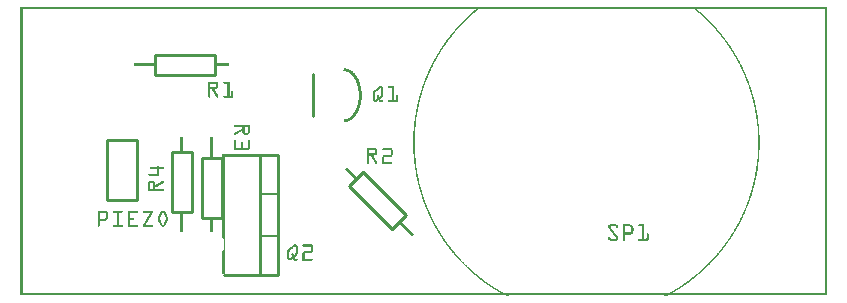
<source format=gto>
G04 MADE WITH FRITZING*
G04 WWW.FRITZING.ORG*
G04 DOUBLE SIDED*
G04 HOLES PLATED*
G04 CONTOUR ON CENTER OF CONTOUR VECTOR*
%ASAXBY*%
%FSLAX23Y23*%
%MOIN*%
%OFA0B0*%
%SFA1.0B1.0*%
%ADD10C,0.010000*%
%ADD11C,0.005000*%
%ADD12R,0.001000X0.001000*%
%LNSILK1*%
G90*
G70*
G54D10*
X975Y599D02*
X975Y739D01*
D02*
X448Y802D02*
X648Y802D01*
D02*
X648Y802D02*
X648Y736D01*
D02*
X648Y736D02*
X448Y736D01*
D02*
X448Y736D02*
X448Y802D01*
D02*
X289Y519D02*
X289Y319D01*
D02*
X289Y319D02*
X389Y319D01*
D02*
X389Y319D02*
X389Y519D01*
D02*
X389Y519D02*
X289Y519D01*
D02*
X859Y469D02*
X859Y69D01*
D02*
X859Y69D02*
X679Y69D01*
D02*
X679Y469D02*
X859Y469D01*
D02*
X859Y469D02*
X859Y69D01*
D02*
X859Y69D02*
X799Y69D01*
D02*
X799Y69D02*
X799Y469D01*
D02*
X799Y469D02*
X859Y469D01*
G54D11*
D02*
X859Y339D02*
X799Y339D01*
D02*
X859Y199D02*
X799Y199D01*
G54D10*
D02*
X672Y460D02*
X672Y260D01*
D02*
X672Y260D02*
X606Y260D01*
D02*
X606Y260D02*
X606Y460D01*
D02*
X606Y460D02*
X672Y460D01*
D02*
X506Y279D02*
X506Y479D01*
D02*
X506Y479D02*
X572Y479D01*
D02*
X572Y479D02*
X572Y279D01*
D02*
X572Y279D02*
X506Y279D01*
D02*
X1238Y223D02*
X1097Y365D01*
D02*
X1097Y365D02*
X1143Y411D01*
D02*
X1143Y411D02*
X1285Y270D01*
D02*
X1285Y270D02*
X1238Y223D01*
G54D12*
X0Y962D02*
X2689Y962D01*
X0Y961D02*
X2689Y961D01*
X0Y960D02*
X2689Y960D01*
X0Y959D02*
X2689Y959D01*
X0Y958D02*
X2689Y958D01*
X0Y957D02*
X2689Y957D01*
X0Y956D02*
X2689Y956D01*
X0Y955D02*
X2689Y955D01*
X0Y954D02*
X7Y954D01*
X1519Y954D02*
X1526Y954D01*
X2249Y954D02*
X2255Y954D01*
X2682Y954D02*
X2689Y954D01*
X0Y953D02*
X7Y953D01*
X1518Y953D02*
X1524Y953D01*
X2250Y953D02*
X2256Y953D01*
X2682Y953D02*
X2689Y953D01*
X0Y952D02*
X7Y952D01*
X1517Y952D02*
X1523Y952D01*
X2251Y952D02*
X2257Y952D01*
X2682Y952D02*
X2689Y952D01*
X0Y951D02*
X7Y951D01*
X1516Y951D02*
X1522Y951D01*
X2252Y951D02*
X2259Y951D01*
X2682Y951D02*
X2689Y951D01*
X0Y950D02*
X7Y950D01*
X1514Y950D02*
X1521Y950D01*
X2254Y950D02*
X2260Y950D01*
X2682Y950D02*
X2689Y950D01*
X0Y949D02*
X7Y949D01*
X1513Y949D02*
X1519Y949D01*
X2255Y949D02*
X2261Y949D01*
X2682Y949D02*
X2689Y949D01*
X0Y948D02*
X7Y948D01*
X1512Y948D02*
X1518Y948D01*
X2256Y948D02*
X2262Y948D01*
X2682Y948D02*
X2689Y948D01*
X0Y947D02*
X7Y947D01*
X1511Y947D02*
X1517Y947D01*
X2257Y947D02*
X2263Y947D01*
X2682Y947D02*
X2689Y947D01*
X0Y946D02*
X7Y946D01*
X1510Y946D02*
X1516Y946D01*
X2258Y946D02*
X2264Y946D01*
X2682Y946D02*
X2689Y946D01*
X0Y945D02*
X7Y945D01*
X1509Y945D02*
X1515Y945D01*
X2259Y945D02*
X2266Y945D01*
X2682Y945D02*
X2689Y945D01*
X0Y944D02*
X7Y944D01*
X1507Y944D02*
X1514Y944D01*
X2261Y944D02*
X2267Y944D01*
X2682Y944D02*
X2689Y944D01*
X0Y943D02*
X7Y943D01*
X1506Y943D02*
X1512Y943D01*
X2262Y943D02*
X2268Y943D01*
X2682Y943D02*
X2689Y943D01*
X0Y942D02*
X7Y942D01*
X1505Y942D02*
X1511Y942D01*
X2263Y942D02*
X2269Y942D01*
X2682Y942D02*
X2689Y942D01*
X0Y941D02*
X7Y941D01*
X1504Y941D02*
X1510Y941D01*
X2264Y941D02*
X2270Y941D01*
X2682Y941D02*
X2689Y941D01*
X0Y940D02*
X7Y940D01*
X1503Y940D02*
X1509Y940D01*
X2265Y940D02*
X2271Y940D01*
X2682Y940D02*
X2689Y940D01*
X0Y939D02*
X7Y939D01*
X1502Y939D02*
X1508Y939D01*
X2266Y939D02*
X2272Y939D01*
X2682Y939D02*
X2689Y939D01*
X0Y938D02*
X7Y938D01*
X1501Y938D02*
X1507Y938D01*
X2267Y938D02*
X2273Y938D01*
X2682Y938D02*
X2689Y938D01*
X0Y937D02*
X7Y937D01*
X1500Y937D02*
X1506Y937D01*
X2269Y937D02*
X2275Y937D01*
X2682Y937D02*
X2689Y937D01*
X0Y936D02*
X7Y936D01*
X1499Y936D02*
X1504Y936D01*
X2270Y936D02*
X2276Y936D01*
X2682Y936D02*
X2689Y936D01*
X0Y935D02*
X7Y935D01*
X1497Y935D02*
X1503Y935D01*
X2271Y935D02*
X2277Y935D01*
X2682Y935D02*
X2689Y935D01*
X0Y934D02*
X7Y934D01*
X1496Y934D02*
X1502Y934D01*
X2272Y934D02*
X2278Y934D01*
X2682Y934D02*
X2689Y934D01*
X0Y933D02*
X7Y933D01*
X1495Y933D02*
X1501Y933D01*
X2273Y933D02*
X2279Y933D01*
X2682Y933D02*
X2689Y933D01*
X0Y932D02*
X7Y932D01*
X1494Y932D02*
X1500Y932D01*
X2274Y932D02*
X2280Y932D01*
X2682Y932D02*
X2689Y932D01*
X0Y931D02*
X7Y931D01*
X1493Y931D02*
X1499Y931D01*
X2275Y931D02*
X2281Y931D01*
X2682Y931D02*
X2689Y931D01*
X0Y930D02*
X7Y930D01*
X1492Y930D02*
X1498Y930D01*
X2276Y930D02*
X2282Y930D01*
X2682Y930D02*
X2689Y930D01*
X0Y929D02*
X7Y929D01*
X1491Y929D02*
X1497Y929D01*
X2277Y929D02*
X2283Y929D01*
X2682Y929D02*
X2689Y929D01*
X0Y928D02*
X7Y928D01*
X1490Y928D02*
X1496Y928D01*
X2278Y928D02*
X2284Y928D01*
X2682Y928D02*
X2689Y928D01*
X0Y927D02*
X7Y927D01*
X1489Y927D02*
X1495Y927D01*
X2280Y927D02*
X2285Y927D01*
X2682Y927D02*
X2689Y927D01*
X0Y926D02*
X7Y926D01*
X1488Y926D02*
X1494Y926D01*
X2281Y926D02*
X2286Y926D01*
X2682Y926D02*
X2689Y926D01*
X0Y925D02*
X7Y925D01*
X1487Y925D02*
X1493Y925D01*
X2282Y925D02*
X2287Y925D01*
X2682Y925D02*
X2689Y925D01*
X0Y924D02*
X7Y924D01*
X1486Y924D02*
X1491Y924D01*
X2283Y924D02*
X2288Y924D01*
X2682Y924D02*
X2689Y924D01*
X0Y923D02*
X7Y923D01*
X1485Y923D02*
X1490Y923D01*
X2284Y923D02*
X2289Y923D01*
X2682Y923D02*
X2689Y923D01*
X0Y922D02*
X7Y922D01*
X1484Y922D02*
X1489Y922D01*
X2285Y922D02*
X2290Y922D01*
X2682Y922D02*
X2689Y922D01*
X0Y921D02*
X7Y921D01*
X1483Y921D02*
X1488Y921D01*
X2286Y921D02*
X2291Y921D01*
X2682Y921D02*
X2689Y921D01*
X0Y920D02*
X7Y920D01*
X1482Y920D02*
X1487Y920D01*
X2287Y920D02*
X2293Y920D01*
X2682Y920D02*
X2689Y920D01*
X0Y919D02*
X7Y919D01*
X1481Y919D02*
X1486Y919D01*
X2288Y919D02*
X2294Y919D01*
X2682Y919D02*
X2689Y919D01*
X0Y918D02*
X7Y918D01*
X1480Y918D02*
X1485Y918D01*
X2289Y918D02*
X2295Y918D01*
X2682Y918D02*
X2689Y918D01*
X0Y917D02*
X7Y917D01*
X1479Y917D02*
X1484Y917D01*
X2290Y917D02*
X2296Y917D01*
X2682Y917D02*
X2689Y917D01*
X0Y916D02*
X7Y916D01*
X1478Y916D02*
X1483Y916D01*
X2291Y916D02*
X2297Y916D01*
X2682Y916D02*
X2689Y916D01*
X0Y915D02*
X7Y915D01*
X1477Y915D02*
X1482Y915D01*
X2292Y915D02*
X2298Y915D01*
X2682Y915D02*
X2689Y915D01*
X0Y914D02*
X7Y914D01*
X1476Y914D02*
X1481Y914D01*
X2293Y914D02*
X2298Y914D01*
X2682Y914D02*
X2689Y914D01*
X0Y913D02*
X7Y913D01*
X1475Y913D02*
X1480Y913D01*
X2294Y913D02*
X2299Y913D01*
X2682Y913D02*
X2689Y913D01*
X0Y912D02*
X7Y912D01*
X1474Y912D02*
X1479Y912D01*
X2295Y912D02*
X2300Y912D01*
X2682Y912D02*
X2689Y912D01*
X0Y911D02*
X7Y911D01*
X1473Y911D02*
X1478Y911D01*
X2296Y911D02*
X2301Y911D01*
X2682Y911D02*
X2689Y911D01*
X0Y910D02*
X7Y910D01*
X1472Y910D02*
X1477Y910D01*
X2297Y910D02*
X2302Y910D01*
X2682Y910D02*
X2689Y910D01*
X0Y909D02*
X7Y909D01*
X1471Y909D02*
X1476Y909D01*
X2298Y909D02*
X2303Y909D01*
X2682Y909D02*
X2689Y909D01*
X0Y908D02*
X7Y908D01*
X1470Y908D02*
X1475Y908D01*
X2299Y908D02*
X2304Y908D01*
X2682Y908D02*
X2689Y908D01*
X0Y907D02*
X7Y907D01*
X1469Y907D02*
X1474Y907D01*
X2300Y907D02*
X2305Y907D01*
X2682Y907D02*
X2689Y907D01*
X0Y906D02*
X7Y906D01*
X1468Y906D02*
X1473Y906D01*
X2301Y906D02*
X2306Y906D01*
X2682Y906D02*
X2689Y906D01*
X0Y905D02*
X7Y905D01*
X1467Y905D02*
X1472Y905D01*
X2302Y905D02*
X2307Y905D01*
X2682Y905D02*
X2689Y905D01*
X0Y904D02*
X7Y904D01*
X1466Y904D02*
X1471Y904D01*
X2303Y904D02*
X2308Y904D01*
X2682Y904D02*
X2689Y904D01*
X0Y903D02*
X7Y903D01*
X1465Y903D02*
X1471Y903D01*
X2304Y903D02*
X2309Y903D01*
X2682Y903D02*
X2689Y903D01*
X0Y902D02*
X7Y902D01*
X1464Y902D02*
X1470Y902D01*
X2305Y902D02*
X2310Y902D01*
X2682Y902D02*
X2689Y902D01*
X0Y901D02*
X7Y901D01*
X1463Y901D02*
X1469Y901D01*
X2306Y901D02*
X2311Y901D01*
X2682Y901D02*
X2689Y901D01*
X0Y900D02*
X7Y900D01*
X1462Y900D02*
X1468Y900D01*
X2306Y900D02*
X2312Y900D01*
X2682Y900D02*
X2689Y900D01*
X0Y899D02*
X7Y899D01*
X1461Y899D02*
X1467Y899D01*
X2307Y899D02*
X2313Y899D01*
X2682Y899D02*
X2689Y899D01*
X0Y898D02*
X7Y898D01*
X1461Y898D02*
X1466Y898D01*
X2308Y898D02*
X2314Y898D01*
X2682Y898D02*
X2689Y898D01*
X0Y897D02*
X7Y897D01*
X1460Y897D02*
X1465Y897D01*
X2309Y897D02*
X2315Y897D01*
X2682Y897D02*
X2689Y897D01*
X0Y896D02*
X7Y896D01*
X1459Y896D02*
X1464Y896D01*
X2310Y896D02*
X2315Y896D01*
X2682Y896D02*
X2689Y896D01*
X0Y895D02*
X7Y895D01*
X1458Y895D02*
X1463Y895D01*
X2311Y895D02*
X2316Y895D01*
X2682Y895D02*
X2689Y895D01*
X0Y894D02*
X7Y894D01*
X1457Y894D02*
X1462Y894D01*
X2312Y894D02*
X2317Y894D01*
X2682Y894D02*
X2689Y894D01*
X0Y893D02*
X7Y893D01*
X1456Y893D02*
X1461Y893D01*
X2313Y893D02*
X2318Y893D01*
X2682Y893D02*
X2689Y893D01*
X0Y892D02*
X7Y892D01*
X1455Y892D02*
X1460Y892D01*
X2314Y892D02*
X2319Y892D01*
X2682Y892D02*
X2689Y892D01*
X0Y891D02*
X7Y891D01*
X1454Y891D02*
X1460Y891D01*
X2315Y891D02*
X2320Y891D01*
X2682Y891D02*
X2689Y891D01*
X0Y890D02*
X7Y890D01*
X1453Y890D02*
X1459Y890D01*
X2316Y890D02*
X2321Y890D01*
X2682Y890D02*
X2689Y890D01*
X0Y889D02*
X7Y889D01*
X1453Y889D02*
X1458Y889D01*
X2316Y889D02*
X2322Y889D01*
X2682Y889D02*
X2689Y889D01*
X0Y888D02*
X7Y888D01*
X1452Y888D02*
X1457Y888D01*
X2317Y888D02*
X2323Y888D01*
X2682Y888D02*
X2689Y888D01*
X0Y887D02*
X7Y887D01*
X1451Y887D02*
X1456Y887D01*
X2318Y887D02*
X2323Y887D01*
X2682Y887D02*
X2689Y887D01*
X0Y886D02*
X7Y886D01*
X1450Y886D02*
X1455Y886D01*
X2319Y886D02*
X2324Y886D01*
X2682Y886D02*
X2689Y886D01*
X0Y885D02*
X7Y885D01*
X1449Y885D02*
X1454Y885D01*
X2320Y885D02*
X2325Y885D01*
X2682Y885D02*
X2689Y885D01*
X0Y884D02*
X7Y884D01*
X1448Y884D02*
X1453Y884D01*
X2321Y884D02*
X2326Y884D01*
X2682Y884D02*
X2689Y884D01*
X0Y883D02*
X7Y883D01*
X1447Y883D02*
X1452Y883D01*
X2322Y883D02*
X2327Y883D01*
X2682Y883D02*
X2689Y883D01*
X0Y882D02*
X7Y882D01*
X1447Y882D02*
X1452Y882D01*
X2323Y882D02*
X2328Y882D01*
X2682Y882D02*
X2689Y882D01*
X0Y881D02*
X7Y881D01*
X1446Y881D02*
X1451Y881D01*
X2323Y881D02*
X2329Y881D01*
X2682Y881D02*
X2689Y881D01*
X0Y880D02*
X7Y880D01*
X1445Y880D02*
X1450Y880D01*
X2324Y880D02*
X2329Y880D01*
X2682Y880D02*
X2689Y880D01*
X0Y879D02*
X7Y879D01*
X1444Y879D02*
X1449Y879D01*
X2325Y879D02*
X2330Y879D01*
X2682Y879D02*
X2689Y879D01*
X0Y878D02*
X7Y878D01*
X1443Y878D02*
X1448Y878D01*
X2326Y878D02*
X2331Y878D01*
X2682Y878D02*
X2689Y878D01*
X0Y877D02*
X7Y877D01*
X1442Y877D02*
X1447Y877D01*
X2327Y877D02*
X2332Y877D01*
X2682Y877D02*
X2689Y877D01*
X0Y876D02*
X7Y876D01*
X1442Y876D02*
X1447Y876D01*
X2328Y876D02*
X2333Y876D01*
X2682Y876D02*
X2689Y876D01*
X0Y875D02*
X7Y875D01*
X1441Y875D02*
X1446Y875D01*
X2329Y875D02*
X2334Y875D01*
X2682Y875D02*
X2689Y875D01*
X0Y874D02*
X7Y874D01*
X1440Y874D02*
X1445Y874D01*
X2329Y874D02*
X2334Y874D01*
X2682Y874D02*
X2689Y874D01*
X0Y873D02*
X7Y873D01*
X1439Y873D02*
X1444Y873D01*
X2330Y873D02*
X2335Y873D01*
X2682Y873D02*
X2689Y873D01*
X0Y872D02*
X7Y872D01*
X1438Y872D02*
X1443Y872D01*
X2331Y872D02*
X2336Y872D01*
X2682Y872D02*
X2689Y872D01*
X0Y871D02*
X7Y871D01*
X1437Y871D02*
X1442Y871D01*
X2332Y871D02*
X2337Y871D01*
X2682Y871D02*
X2689Y871D01*
X0Y870D02*
X7Y870D01*
X1437Y870D02*
X1442Y870D01*
X2333Y870D02*
X2338Y870D01*
X2682Y870D02*
X2689Y870D01*
X0Y869D02*
X7Y869D01*
X1436Y869D02*
X1441Y869D01*
X2333Y869D02*
X2338Y869D01*
X2682Y869D02*
X2689Y869D01*
X0Y868D02*
X7Y868D01*
X1435Y868D02*
X1440Y868D01*
X2334Y868D02*
X2339Y868D01*
X2682Y868D02*
X2689Y868D01*
X0Y867D02*
X7Y867D01*
X1434Y867D02*
X1439Y867D01*
X2335Y867D02*
X2340Y867D01*
X2682Y867D02*
X2689Y867D01*
X0Y866D02*
X7Y866D01*
X1433Y866D02*
X1438Y866D01*
X2336Y866D02*
X2341Y866D01*
X2682Y866D02*
X2689Y866D01*
X0Y865D02*
X7Y865D01*
X1433Y865D02*
X1438Y865D01*
X2337Y865D02*
X2342Y865D01*
X2682Y865D02*
X2689Y865D01*
X0Y864D02*
X7Y864D01*
X1432Y864D02*
X1437Y864D01*
X2337Y864D02*
X2342Y864D01*
X2682Y864D02*
X2689Y864D01*
X0Y863D02*
X7Y863D01*
X1431Y863D02*
X1436Y863D01*
X2338Y863D02*
X2343Y863D01*
X2682Y863D02*
X2689Y863D01*
X0Y862D02*
X7Y862D01*
X1430Y862D02*
X1435Y862D01*
X2339Y862D02*
X2344Y862D01*
X2682Y862D02*
X2689Y862D01*
X0Y861D02*
X7Y861D01*
X1430Y861D02*
X1434Y861D01*
X2340Y861D02*
X2345Y861D01*
X2682Y861D02*
X2689Y861D01*
X0Y860D02*
X7Y860D01*
X1429Y860D02*
X1434Y860D01*
X2341Y860D02*
X2345Y860D01*
X2682Y860D02*
X2689Y860D01*
X0Y859D02*
X7Y859D01*
X1428Y859D02*
X1433Y859D01*
X2341Y859D02*
X2346Y859D01*
X2682Y859D02*
X2689Y859D01*
X0Y858D02*
X7Y858D01*
X1427Y858D02*
X1432Y858D01*
X2342Y858D02*
X2347Y858D01*
X2682Y858D02*
X2689Y858D01*
X0Y857D02*
X7Y857D01*
X1427Y857D02*
X1431Y857D01*
X2343Y857D02*
X2348Y857D01*
X2682Y857D02*
X2689Y857D01*
X0Y856D02*
X7Y856D01*
X1426Y856D02*
X1431Y856D01*
X2344Y856D02*
X2348Y856D01*
X2682Y856D02*
X2689Y856D01*
X0Y855D02*
X7Y855D01*
X1425Y855D02*
X1430Y855D01*
X2344Y855D02*
X2349Y855D01*
X2682Y855D02*
X2689Y855D01*
X0Y854D02*
X7Y854D01*
X1424Y854D02*
X1429Y854D01*
X2345Y854D02*
X2350Y854D01*
X2682Y854D02*
X2689Y854D01*
X0Y853D02*
X7Y853D01*
X1424Y853D02*
X1428Y853D01*
X2346Y853D02*
X2351Y853D01*
X2682Y853D02*
X2689Y853D01*
X0Y852D02*
X7Y852D01*
X1423Y852D02*
X1428Y852D01*
X2347Y852D02*
X2351Y852D01*
X2682Y852D02*
X2689Y852D01*
X0Y851D02*
X7Y851D01*
X1422Y851D02*
X1427Y851D01*
X2347Y851D02*
X2352Y851D01*
X2682Y851D02*
X2689Y851D01*
X0Y850D02*
X7Y850D01*
X1421Y850D02*
X1426Y850D01*
X2348Y850D02*
X2353Y850D01*
X2682Y850D02*
X2689Y850D01*
X0Y849D02*
X7Y849D01*
X1421Y849D02*
X1425Y849D01*
X2349Y849D02*
X2354Y849D01*
X2682Y849D02*
X2689Y849D01*
X0Y848D02*
X7Y848D01*
X1420Y848D02*
X1425Y848D01*
X2350Y848D02*
X2354Y848D01*
X2682Y848D02*
X2689Y848D01*
X0Y847D02*
X7Y847D01*
X1419Y847D02*
X1424Y847D01*
X2350Y847D02*
X2355Y847D01*
X2682Y847D02*
X2689Y847D01*
X0Y846D02*
X7Y846D01*
X1418Y846D02*
X1423Y846D01*
X2351Y846D02*
X2356Y846D01*
X2682Y846D02*
X2689Y846D01*
X0Y845D02*
X7Y845D01*
X1418Y845D02*
X1422Y845D01*
X2352Y845D02*
X2357Y845D01*
X2682Y845D02*
X2689Y845D01*
X0Y844D02*
X7Y844D01*
X1417Y844D02*
X1422Y844D01*
X2352Y844D02*
X2357Y844D01*
X2682Y844D02*
X2689Y844D01*
X0Y843D02*
X7Y843D01*
X1416Y843D02*
X1421Y843D01*
X2353Y843D02*
X2358Y843D01*
X2682Y843D02*
X2689Y843D01*
X0Y842D02*
X7Y842D01*
X1416Y842D02*
X1420Y842D01*
X2354Y842D02*
X2359Y842D01*
X2682Y842D02*
X2689Y842D01*
X0Y841D02*
X7Y841D01*
X1415Y841D02*
X1420Y841D01*
X2355Y841D02*
X2359Y841D01*
X2682Y841D02*
X2689Y841D01*
X0Y840D02*
X7Y840D01*
X1414Y840D02*
X1419Y840D01*
X2355Y840D02*
X2360Y840D01*
X2682Y840D02*
X2689Y840D01*
X0Y839D02*
X7Y839D01*
X1413Y839D02*
X1418Y839D01*
X2356Y839D02*
X2361Y839D01*
X2682Y839D02*
X2689Y839D01*
X0Y838D02*
X7Y838D01*
X1413Y838D02*
X1417Y838D01*
X2357Y838D02*
X2361Y838D01*
X2682Y838D02*
X2689Y838D01*
X0Y837D02*
X7Y837D01*
X1412Y837D02*
X1417Y837D01*
X2357Y837D02*
X2362Y837D01*
X2682Y837D02*
X2689Y837D01*
X0Y836D02*
X7Y836D01*
X1411Y836D02*
X1416Y836D01*
X2358Y836D02*
X2363Y836D01*
X2682Y836D02*
X2689Y836D01*
X0Y835D02*
X7Y835D01*
X1411Y835D02*
X1415Y835D01*
X2359Y835D02*
X2364Y835D01*
X2682Y835D02*
X2689Y835D01*
X0Y834D02*
X7Y834D01*
X1410Y834D02*
X1415Y834D01*
X2360Y834D02*
X2364Y834D01*
X2682Y834D02*
X2689Y834D01*
X0Y833D02*
X7Y833D01*
X1409Y833D02*
X1414Y833D01*
X2360Y833D02*
X2365Y833D01*
X2682Y833D02*
X2689Y833D01*
X0Y832D02*
X7Y832D01*
X1409Y832D02*
X1413Y832D01*
X2361Y832D02*
X2366Y832D01*
X2682Y832D02*
X2689Y832D01*
X0Y831D02*
X7Y831D01*
X1408Y831D02*
X1413Y831D01*
X2362Y831D02*
X2366Y831D01*
X2682Y831D02*
X2689Y831D01*
X0Y830D02*
X7Y830D01*
X1407Y830D02*
X1412Y830D01*
X2362Y830D02*
X2367Y830D01*
X2682Y830D02*
X2689Y830D01*
X0Y829D02*
X7Y829D01*
X1407Y829D02*
X1411Y829D01*
X2363Y829D02*
X2368Y829D01*
X2682Y829D02*
X2689Y829D01*
X0Y828D02*
X7Y828D01*
X1406Y828D02*
X1411Y828D01*
X2364Y828D02*
X2368Y828D01*
X2682Y828D02*
X2689Y828D01*
X0Y827D02*
X7Y827D01*
X1405Y827D02*
X1410Y827D01*
X2364Y827D02*
X2369Y827D01*
X2682Y827D02*
X2689Y827D01*
X0Y826D02*
X7Y826D01*
X1405Y826D02*
X1409Y826D01*
X2365Y826D02*
X2370Y826D01*
X2682Y826D02*
X2689Y826D01*
X0Y825D02*
X7Y825D01*
X1404Y825D02*
X1409Y825D01*
X2366Y825D02*
X2370Y825D01*
X2682Y825D02*
X2689Y825D01*
X0Y824D02*
X7Y824D01*
X1403Y824D02*
X1408Y824D01*
X2366Y824D02*
X2371Y824D01*
X2682Y824D02*
X2689Y824D01*
X0Y823D02*
X7Y823D01*
X1403Y823D02*
X1407Y823D01*
X2367Y823D02*
X2372Y823D01*
X2682Y823D02*
X2689Y823D01*
X0Y822D02*
X7Y822D01*
X1402Y822D02*
X1407Y822D01*
X2368Y822D02*
X2372Y822D01*
X2682Y822D02*
X2689Y822D01*
X0Y821D02*
X7Y821D01*
X1401Y821D02*
X1406Y821D01*
X2368Y821D02*
X2373Y821D01*
X2682Y821D02*
X2689Y821D01*
X0Y820D02*
X7Y820D01*
X1401Y820D02*
X1405Y820D01*
X2369Y820D02*
X2373Y820D01*
X2682Y820D02*
X2689Y820D01*
X0Y819D02*
X7Y819D01*
X1400Y819D02*
X1405Y819D01*
X2370Y819D02*
X2374Y819D01*
X2682Y819D02*
X2689Y819D01*
X0Y818D02*
X7Y818D01*
X1400Y818D02*
X1404Y818D01*
X2370Y818D02*
X2375Y818D01*
X2682Y818D02*
X2689Y818D01*
X0Y817D02*
X7Y817D01*
X1399Y817D02*
X1403Y817D01*
X2371Y817D02*
X2375Y817D01*
X2682Y817D02*
X2689Y817D01*
X0Y816D02*
X7Y816D01*
X1398Y816D02*
X1403Y816D01*
X2371Y816D02*
X2376Y816D01*
X2682Y816D02*
X2689Y816D01*
X0Y815D02*
X7Y815D01*
X1398Y815D02*
X1402Y815D01*
X2372Y815D02*
X2377Y815D01*
X2682Y815D02*
X2689Y815D01*
X0Y814D02*
X7Y814D01*
X1397Y814D02*
X1402Y814D01*
X2373Y814D02*
X2377Y814D01*
X2682Y814D02*
X2689Y814D01*
X0Y813D02*
X7Y813D01*
X1396Y813D02*
X1401Y813D01*
X2373Y813D02*
X2378Y813D01*
X2682Y813D02*
X2689Y813D01*
X0Y812D02*
X7Y812D01*
X1396Y812D02*
X1400Y812D01*
X2374Y812D02*
X2378Y812D01*
X2682Y812D02*
X2689Y812D01*
X0Y811D02*
X7Y811D01*
X1395Y811D02*
X1400Y811D01*
X2375Y811D02*
X2379Y811D01*
X2682Y811D02*
X2689Y811D01*
X0Y810D02*
X7Y810D01*
X1395Y810D02*
X1399Y810D01*
X2375Y810D02*
X2380Y810D01*
X2682Y810D02*
X2689Y810D01*
X0Y809D02*
X7Y809D01*
X1394Y809D02*
X1398Y809D01*
X2376Y809D02*
X2380Y809D01*
X2682Y809D02*
X2689Y809D01*
X0Y808D02*
X7Y808D01*
X1393Y808D02*
X1398Y808D01*
X2376Y808D02*
X2381Y808D01*
X2682Y808D02*
X2689Y808D01*
X0Y807D02*
X7Y807D01*
X1393Y807D02*
X1397Y807D01*
X2377Y807D02*
X2382Y807D01*
X2682Y807D02*
X2689Y807D01*
X0Y806D02*
X7Y806D01*
X1392Y806D02*
X1397Y806D01*
X2378Y806D02*
X2382Y806D01*
X2682Y806D02*
X2689Y806D01*
X0Y805D02*
X7Y805D01*
X1392Y805D02*
X1396Y805D01*
X2378Y805D02*
X2383Y805D01*
X2682Y805D02*
X2689Y805D01*
X0Y804D02*
X7Y804D01*
X1391Y804D02*
X1395Y804D01*
X2379Y804D02*
X2383Y804D01*
X2682Y804D02*
X2689Y804D01*
X0Y803D02*
X7Y803D01*
X1390Y803D02*
X1395Y803D01*
X2379Y803D02*
X2384Y803D01*
X2682Y803D02*
X2689Y803D01*
X0Y802D02*
X7Y802D01*
X1390Y802D02*
X1394Y802D01*
X2380Y802D02*
X2385Y802D01*
X2682Y802D02*
X2689Y802D01*
X0Y801D02*
X7Y801D01*
X1389Y801D02*
X1394Y801D01*
X2381Y801D02*
X2385Y801D01*
X2682Y801D02*
X2689Y801D01*
X0Y800D02*
X7Y800D01*
X1389Y800D02*
X1393Y800D01*
X2381Y800D02*
X2386Y800D01*
X2682Y800D02*
X2689Y800D01*
X0Y799D02*
X7Y799D01*
X1388Y799D02*
X1392Y799D01*
X2382Y799D02*
X2386Y799D01*
X2682Y799D02*
X2689Y799D01*
X0Y798D02*
X7Y798D01*
X1387Y798D02*
X1392Y798D01*
X2382Y798D02*
X2387Y798D01*
X2682Y798D02*
X2689Y798D01*
X0Y797D02*
X7Y797D01*
X1387Y797D02*
X1391Y797D01*
X2383Y797D02*
X2387Y797D01*
X2682Y797D02*
X2689Y797D01*
X0Y796D02*
X7Y796D01*
X1386Y796D02*
X1391Y796D01*
X2384Y796D02*
X2388Y796D01*
X2682Y796D02*
X2689Y796D01*
X0Y795D02*
X7Y795D01*
X1386Y795D02*
X1390Y795D01*
X2384Y795D02*
X2389Y795D01*
X2682Y795D02*
X2689Y795D01*
X0Y794D02*
X7Y794D01*
X1385Y794D02*
X1389Y794D01*
X2385Y794D02*
X2389Y794D01*
X2682Y794D02*
X2689Y794D01*
X0Y793D02*
X7Y793D01*
X1385Y793D02*
X1389Y793D01*
X2385Y793D02*
X2390Y793D01*
X2682Y793D02*
X2689Y793D01*
X0Y792D02*
X7Y792D01*
X1384Y792D02*
X1388Y792D01*
X2386Y792D02*
X2390Y792D01*
X2682Y792D02*
X2689Y792D01*
X0Y791D02*
X7Y791D01*
X1383Y791D02*
X1388Y791D01*
X2386Y791D02*
X2391Y791D01*
X2682Y791D02*
X2689Y791D01*
X0Y790D02*
X7Y790D01*
X1383Y790D02*
X1387Y790D01*
X2387Y790D02*
X2391Y790D01*
X2682Y790D02*
X2689Y790D01*
X0Y789D02*
X7Y789D01*
X1382Y789D02*
X1387Y789D01*
X2388Y789D02*
X2392Y789D01*
X2682Y789D02*
X2689Y789D01*
X0Y788D02*
X7Y788D01*
X1382Y788D02*
X1386Y788D01*
X2388Y788D02*
X2393Y788D01*
X2682Y788D02*
X2689Y788D01*
X0Y787D02*
X7Y787D01*
X1381Y787D02*
X1386Y787D01*
X2389Y787D02*
X2393Y787D01*
X2682Y787D02*
X2689Y787D01*
X0Y786D02*
X7Y786D01*
X1381Y786D02*
X1385Y786D01*
X2389Y786D02*
X2394Y786D01*
X2682Y786D02*
X2689Y786D01*
X0Y785D02*
X7Y785D01*
X1380Y785D02*
X1384Y785D01*
X2390Y785D02*
X2394Y785D01*
X2682Y785D02*
X2689Y785D01*
X0Y784D02*
X7Y784D01*
X1380Y784D02*
X1384Y784D01*
X2390Y784D02*
X2395Y784D01*
X2682Y784D02*
X2689Y784D01*
X0Y783D02*
X7Y783D01*
X1379Y783D02*
X1383Y783D01*
X2391Y783D02*
X2395Y783D01*
X2682Y783D02*
X2689Y783D01*
X0Y782D02*
X7Y782D01*
X1378Y782D02*
X1383Y782D01*
X2391Y782D02*
X2396Y782D01*
X2682Y782D02*
X2689Y782D01*
X0Y781D02*
X7Y781D01*
X1378Y781D02*
X1382Y781D01*
X2392Y781D02*
X2396Y781D01*
X2682Y781D02*
X2689Y781D01*
X0Y780D02*
X7Y780D01*
X1377Y780D02*
X1382Y780D01*
X2392Y780D02*
X2397Y780D01*
X2682Y780D02*
X2689Y780D01*
X0Y779D02*
X7Y779D01*
X1377Y779D02*
X1381Y779D01*
X2393Y779D02*
X2397Y779D01*
X2682Y779D02*
X2689Y779D01*
X0Y778D02*
X7Y778D01*
X1376Y778D02*
X1381Y778D01*
X2394Y778D02*
X2398Y778D01*
X2682Y778D02*
X2689Y778D01*
X0Y777D02*
X7Y777D01*
X1376Y777D02*
X1380Y777D01*
X2394Y777D02*
X2398Y777D01*
X2682Y777D02*
X2689Y777D01*
X0Y776D02*
X7Y776D01*
X1375Y776D02*
X1380Y776D01*
X2395Y776D02*
X2399Y776D01*
X2682Y776D02*
X2689Y776D01*
X0Y775D02*
X7Y775D01*
X1375Y775D02*
X1379Y775D01*
X2395Y775D02*
X2399Y775D01*
X2682Y775D02*
X2689Y775D01*
X0Y774D02*
X7Y774D01*
X381Y774D02*
X447Y774D01*
X648Y774D02*
X695Y774D01*
X1374Y774D02*
X1379Y774D01*
X2396Y774D02*
X2400Y774D01*
X2682Y774D02*
X2689Y774D01*
X0Y773D02*
X7Y773D01*
X381Y773D02*
X447Y773D01*
X648Y773D02*
X695Y773D01*
X1374Y773D02*
X1378Y773D01*
X2396Y773D02*
X2401Y773D01*
X2682Y773D02*
X2689Y773D01*
X0Y772D02*
X7Y772D01*
X381Y772D02*
X447Y772D01*
X648Y772D02*
X695Y772D01*
X1373Y772D02*
X1378Y772D01*
X2397Y772D02*
X2401Y772D01*
X2682Y772D02*
X2689Y772D01*
X0Y771D02*
X7Y771D01*
X381Y771D02*
X447Y771D01*
X648Y771D02*
X695Y771D01*
X1373Y771D02*
X1377Y771D01*
X2397Y771D02*
X2402Y771D01*
X2682Y771D02*
X2689Y771D01*
X0Y770D02*
X7Y770D01*
X381Y770D02*
X447Y770D01*
X648Y770D02*
X695Y770D01*
X1372Y770D02*
X1376Y770D01*
X2398Y770D02*
X2402Y770D01*
X2682Y770D02*
X2689Y770D01*
X0Y769D02*
X7Y769D01*
X381Y769D02*
X447Y769D01*
X648Y769D02*
X695Y769D01*
X1372Y769D02*
X1376Y769D01*
X2398Y769D02*
X2403Y769D01*
X2682Y769D02*
X2689Y769D01*
X0Y768D02*
X7Y768D01*
X381Y768D02*
X447Y768D01*
X648Y768D02*
X695Y768D01*
X1371Y768D02*
X1375Y768D01*
X2399Y768D02*
X2403Y768D01*
X2682Y768D02*
X2689Y768D01*
X0Y767D02*
X7Y767D01*
X381Y767D02*
X447Y767D01*
X648Y767D02*
X695Y767D01*
X1371Y767D02*
X1375Y767D01*
X2399Y767D02*
X2404Y767D01*
X2682Y767D02*
X2689Y767D01*
X0Y766D02*
X7Y766D01*
X381Y766D02*
X447Y766D01*
X648Y766D02*
X695Y766D01*
X1370Y766D02*
X1375Y766D01*
X2400Y766D02*
X2404Y766D01*
X2682Y766D02*
X2689Y766D01*
X0Y765D02*
X7Y765D01*
X381Y765D02*
X447Y765D01*
X648Y765D02*
X695Y765D01*
X1370Y765D02*
X1374Y765D01*
X2400Y765D02*
X2405Y765D01*
X2682Y765D02*
X2689Y765D01*
X0Y764D02*
X7Y764D01*
X1369Y764D02*
X1374Y764D01*
X2401Y764D02*
X2405Y764D01*
X2682Y764D02*
X2689Y764D01*
X0Y763D02*
X7Y763D01*
X1369Y763D02*
X1373Y763D01*
X2401Y763D02*
X2406Y763D01*
X2682Y763D02*
X2689Y763D01*
X0Y762D02*
X7Y762D01*
X1368Y762D02*
X1373Y762D01*
X2402Y762D02*
X2406Y762D01*
X2682Y762D02*
X2689Y762D01*
X0Y761D02*
X7Y761D01*
X1368Y761D02*
X1372Y761D01*
X2402Y761D02*
X2407Y761D01*
X2682Y761D02*
X2689Y761D01*
X0Y760D02*
X7Y760D01*
X1367Y760D02*
X1372Y760D01*
X2403Y760D02*
X2407Y760D01*
X2682Y760D02*
X2689Y760D01*
X0Y759D02*
X7Y759D01*
X1367Y759D02*
X1371Y759D01*
X2403Y759D02*
X2407Y759D01*
X2682Y759D02*
X2689Y759D01*
X0Y758D02*
X7Y758D01*
X1366Y758D02*
X1371Y758D01*
X2404Y758D02*
X2408Y758D01*
X2682Y758D02*
X2689Y758D01*
X0Y757D02*
X7Y757D01*
X1079Y757D02*
X1085Y757D01*
X1366Y757D02*
X1370Y757D01*
X2404Y757D02*
X2408Y757D01*
X2682Y757D02*
X2689Y757D01*
X0Y756D02*
X7Y756D01*
X1079Y756D02*
X1090Y756D01*
X1365Y756D02*
X1370Y756D01*
X2405Y756D02*
X2409Y756D01*
X2682Y756D02*
X2689Y756D01*
X0Y755D02*
X7Y755D01*
X1078Y755D02*
X1093Y755D01*
X1365Y755D02*
X1369Y755D01*
X2405Y755D02*
X2409Y755D01*
X2682Y755D02*
X2689Y755D01*
X0Y754D02*
X7Y754D01*
X1078Y754D02*
X1095Y754D01*
X1364Y754D02*
X1369Y754D01*
X2406Y754D02*
X2410Y754D01*
X2682Y754D02*
X2689Y754D01*
X0Y753D02*
X7Y753D01*
X1078Y753D02*
X1097Y753D01*
X1364Y753D02*
X1368Y753D01*
X2406Y753D02*
X2410Y753D01*
X2682Y753D02*
X2689Y753D01*
X0Y752D02*
X7Y752D01*
X1077Y752D02*
X1099Y752D01*
X1363Y752D02*
X1368Y752D01*
X2407Y752D02*
X2411Y752D01*
X2682Y752D02*
X2689Y752D01*
X0Y751D02*
X7Y751D01*
X1077Y751D02*
X1101Y751D01*
X1363Y751D02*
X1367Y751D01*
X2407Y751D02*
X2411Y751D01*
X2682Y751D02*
X2689Y751D01*
X0Y750D02*
X7Y750D01*
X1076Y750D02*
X1103Y750D01*
X1363Y750D02*
X1367Y750D01*
X2407Y750D02*
X2412Y750D01*
X2682Y750D02*
X2689Y750D01*
X0Y749D02*
X7Y749D01*
X1077Y749D02*
X1104Y749D01*
X1362Y749D02*
X1366Y749D01*
X2408Y749D02*
X2412Y749D01*
X2682Y749D02*
X2689Y749D01*
X0Y748D02*
X7Y748D01*
X1079Y748D02*
X1105Y748D01*
X1362Y748D02*
X1366Y748D01*
X2408Y748D02*
X2413Y748D01*
X2682Y748D02*
X2689Y748D01*
X0Y747D02*
X7Y747D01*
X1086Y747D02*
X1107Y747D01*
X1361Y747D02*
X1365Y747D01*
X2409Y747D02*
X2413Y747D01*
X2682Y747D02*
X2689Y747D01*
X0Y746D02*
X7Y746D01*
X1090Y746D02*
X1108Y746D01*
X1361Y746D02*
X1365Y746D01*
X2409Y746D02*
X2414Y746D01*
X2682Y746D02*
X2689Y746D01*
X0Y745D02*
X7Y745D01*
X1092Y745D02*
X1109Y745D01*
X1360Y745D02*
X1364Y745D01*
X2410Y745D02*
X2414Y745D01*
X2682Y745D02*
X2689Y745D01*
X0Y744D02*
X7Y744D01*
X1095Y744D02*
X1110Y744D01*
X1360Y744D02*
X1364Y744D01*
X2410Y744D02*
X2414Y744D01*
X2682Y744D02*
X2689Y744D01*
X0Y743D02*
X7Y743D01*
X1096Y743D02*
X1111Y743D01*
X1359Y743D02*
X1364Y743D01*
X2411Y743D02*
X2415Y743D01*
X2682Y743D02*
X2689Y743D01*
X0Y742D02*
X7Y742D01*
X1098Y742D02*
X1112Y742D01*
X1359Y742D02*
X1363Y742D01*
X2411Y742D02*
X2415Y742D01*
X2682Y742D02*
X2689Y742D01*
X0Y741D02*
X7Y741D01*
X1100Y741D02*
X1113Y741D01*
X1358Y741D02*
X1363Y741D01*
X2412Y741D02*
X2416Y741D01*
X2682Y741D02*
X2689Y741D01*
X0Y740D02*
X7Y740D01*
X1101Y740D02*
X1114Y740D01*
X1358Y740D02*
X1362Y740D01*
X2412Y740D02*
X2416Y740D01*
X2682Y740D02*
X2689Y740D01*
X0Y739D02*
X7Y739D01*
X1102Y739D02*
X1115Y739D01*
X1358Y739D02*
X1362Y739D01*
X2412Y739D02*
X2417Y739D01*
X2682Y739D02*
X2689Y739D01*
X0Y738D02*
X7Y738D01*
X1103Y738D02*
X1116Y738D01*
X1357Y738D02*
X1361Y738D01*
X2413Y738D02*
X2417Y738D01*
X2682Y738D02*
X2689Y738D01*
X0Y737D02*
X7Y737D01*
X1104Y737D02*
X1116Y737D01*
X1357Y737D02*
X1361Y737D01*
X2413Y737D02*
X2417Y737D01*
X2682Y737D02*
X2689Y737D01*
X0Y736D02*
X7Y736D01*
X1105Y736D02*
X1117Y736D01*
X1356Y736D02*
X1361Y736D01*
X2414Y736D02*
X2418Y736D01*
X2682Y736D02*
X2689Y736D01*
X0Y735D02*
X7Y735D01*
X1106Y735D02*
X1118Y735D01*
X1356Y735D02*
X1360Y735D01*
X2414Y735D02*
X2418Y735D01*
X2682Y735D02*
X2689Y735D01*
X0Y734D02*
X7Y734D01*
X1107Y734D02*
X1119Y734D01*
X1355Y734D02*
X1360Y734D01*
X2415Y734D02*
X2419Y734D01*
X2682Y734D02*
X2689Y734D01*
X0Y733D02*
X7Y733D01*
X1108Y733D02*
X1119Y733D01*
X1355Y733D02*
X1359Y733D01*
X2415Y733D02*
X2419Y733D01*
X2682Y733D02*
X2689Y733D01*
X0Y732D02*
X7Y732D01*
X1109Y732D02*
X1120Y732D01*
X1355Y732D02*
X1359Y732D01*
X2415Y732D02*
X2420Y732D01*
X2682Y732D02*
X2689Y732D01*
X0Y731D02*
X7Y731D01*
X1110Y731D02*
X1121Y731D01*
X1354Y731D02*
X1358Y731D01*
X2416Y731D02*
X2420Y731D01*
X2682Y731D02*
X2689Y731D01*
X0Y730D02*
X7Y730D01*
X1110Y730D02*
X1121Y730D01*
X1354Y730D02*
X1358Y730D01*
X2416Y730D02*
X2420Y730D01*
X2682Y730D02*
X2689Y730D01*
X0Y729D02*
X7Y729D01*
X1111Y729D02*
X1122Y729D01*
X1353Y729D02*
X1358Y729D01*
X2417Y729D02*
X2421Y729D01*
X2682Y729D02*
X2689Y729D01*
X0Y728D02*
X7Y728D01*
X1112Y728D02*
X1122Y728D01*
X1353Y728D02*
X1357Y728D01*
X2417Y728D02*
X2421Y728D01*
X2682Y728D02*
X2689Y728D01*
X0Y727D02*
X7Y727D01*
X1112Y727D02*
X1123Y727D01*
X1353Y727D02*
X1357Y727D01*
X2417Y727D02*
X2422Y727D01*
X2682Y727D02*
X2689Y727D01*
X0Y726D02*
X7Y726D01*
X1113Y726D02*
X1124Y726D01*
X1352Y726D02*
X1356Y726D01*
X2418Y726D02*
X2422Y726D01*
X2682Y726D02*
X2689Y726D01*
X0Y725D02*
X7Y725D01*
X1114Y725D02*
X1124Y725D01*
X1352Y725D02*
X1356Y725D01*
X2418Y725D02*
X2422Y725D01*
X2682Y725D02*
X2689Y725D01*
X0Y724D02*
X7Y724D01*
X1114Y724D02*
X1125Y724D01*
X1351Y724D02*
X1356Y724D01*
X2419Y724D02*
X2423Y724D01*
X2682Y724D02*
X2689Y724D01*
X0Y723D02*
X7Y723D01*
X1115Y723D02*
X1125Y723D01*
X1351Y723D02*
X1355Y723D01*
X2419Y723D02*
X2423Y723D01*
X2682Y723D02*
X2689Y723D01*
X0Y722D02*
X7Y722D01*
X1115Y722D02*
X1126Y722D01*
X1351Y722D02*
X1355Y722D01*
X2419Y722D02*
X2424Y722D01*
X2682Y722D02*
X2689Y722D01*
X0Y721D02*
X7Y721D01*
X1116Y721D02*
X1126Y721D01*
X1350Y721D02*
X1354Y721D01*
X2420Y721D02*
X2424Y721D01*
X2682Y721D02*
X2689Y721D01*
X0Y720D02*
X7Y720D01*
X1117Y720D02*
X1127Y720D01*
X1350Y720D02*
X1354Y720D01*
X2420Y720D02*
X2424Y720D01*
X2682Y720D02*
X2689Y720D01*
X0Y719D02*
X7Y719D01*
X1117Y719D02*
X1127Y719D01*
X1349Y719D02*
X1354Y719D01*
X2421Y719D02*
X2425Y719D01*
X2682Y719D02*
X2689Y719D01*
X0Y718D02*
X7Y718D01*
X1118Y718D02*
X1128Y718D01*
X1349Y718D02*
X1353Y718D01*
X2421Y718D02*
X2425Y718D01*
X2682Y718D02*
X2689Y718D01*
X0Y717D02*
X7Y717D01*
X1118Y717D02*
X1128Y717D01*
X1349Y717D02*
X1353Y717D01*
X2421Y717D02*
X2426Y717D01*
X2682Y717D02*
X2689Y717D01*
X0Y716D02*
X7Y716D01*
X1118Y716D02*
X1128Y716D01*
X1348Y716D02*
X1352Y716D01*
X2422Y716D02*
X2426Y716D01*
X2682Y716D02*
X2689Y716D01*
X0Y715D02*
X7Y715D01*
X1119Y715D02*
X1129Y715D01*
X1348Y715D02*
X1352Y715D01*
X2422Y715D02*
X2426Y715D01*
X2682Y715D02*
X2689Y715D01*
X0Y714D02*
X7Y714D01*
X1119Y714D02*
X1129Y714D01*
X1347Y714D02*
X1352Y714D01*
X2423Y714D02*
X2427Y714D01*
X2682Y714D02*
X2689Y714D01*
X0Y713D02*
X7Y713D01*
X627Y713D02*
X652Y713D01*
X679Y713D02*
X697Y713D01*
X1120Y713D02*
X1129Y713D01*
X1347Y713D02*
X1351Y713D01*
X2423Y713D02*
X2427Y713D01*
X2682Y713D02*
X2689Y713D01*
X0Y712D02*
X7Y712D01*
X627Y712D02*
X655Y712D01*
X678Y712D02*
X697Y712D01*
X1120Y712D02*
X1130Y712D01*
X1347Y712D02*
X1351Y712D01*
X2423Y712D02*
X2428Y712D01*
X2682Y712D02*
X2689Y712D01*
X0Y711D02*
X7Y711D01*
X627Y711D02*
X656Y711D01*
X677Y711D02*
X697Y711D01*
X1121Y711D02*
X1130Y711D01*
X1346Y711D02*
X1350Y711D01*
X2424Y711D02*
X2428Y711D01*
X2682Y711D02*
X2689Y711D01*
X0Y710D02*
X7Y710D01*
X627Y710D02*
X657Y710D01*
X677Y710D02*
X697Y710D01*
X1121Y710D02*
X1131Y710D01*
X1346Y710D02*
X1350Y710D01*
X2424Y710D02*
X2428Y710D01*
X2682Y710D02*
X2689Y710D01*
X0Y709D02*
X7Y709D01*
X627Y709D02*
X658Y709D01*
X677Y709D02*
X697Y709D01*
X1121Y709D02*
X1131Y709D01*
X1346Y709D02*
X1350Y709D01*
X2424Y709D02*
X2429Y709D01*
X2682Y709D02*
X2689Y709D01*
X0Y708D02*
X7Y708D01*
X627Y708D02*
X659Y708D01*
X678Y708D02*
X697Y708D01*
X1122Y708D02*
X1131Y708D01*
X1345Y708D02*
X1349Y708D01*
X2425Y708D02*
X2429Y708D01*
X2682Y708D02*
X2689Y708D01*
X0Y707D02*
X7Y707D01*
X627Y707D02*
X659Y707D01*
X679Y707D02*
X697Y707D01*
X1122Y707D02*
X1132Y707D01*
X1345Y707D02*
X1349Y707D01*
X2425Y707D02*
X2429Y707D01*
X2682Y707D02*
X2689Y707D01*
X0Y706D02*
X7Y706D01*
X627Y706D02*
X633Y706D01*
X652Y706D02*
X660Y706D01*
X691Y706D02*
X697Y706D01*
X1122Y706D02*
X1132Y706D01*
X1344Y706D02*
X1349Y706D01*
X2426Y706D02*
X2430Y706D01*
X2682Y706D02*
X2689Y706D01*
X0Y705D02*
X7Y705D01*
X627Y705D02*
X633Y705D01*
X653Y705D02*
X660Y705D01*
X691Y705D02*
X697Y705D01*
X1123Y705D02*
X1132Y705D01*
X1344Y705D02*
X1348Y705D01*
X2426Y705D02*
X2430Y705D01*
X2682Y705D02*
X2689Y705D01*
X0Y704D02*
X7Y704D01*
X627Y704D02*
X633Y704D01*
X654Y704D02*
X660Y704D01*
X691Y704D02*
X697Y704D01*
X1123Y704D02*
X1132Y704D01*
X1344Y704D02*
X1348Y704D01*
X2426Y704D02*
X2430Y704D01*
X2682Y704D02*
X2689Y704D01*
X0Y703D02*
X7Y703D01*
X627Y703D02*
X633Y703D01*
X654Y703D02*
X660Y703D01*
X691Y703D02*
X697Y703D01*
X1123Y703D02*
X1133Y703D01*
X1343Y703D02*
X1348Y703D01*
X2427Y703D02*
X2431Y703D01*
X2682Y703D02*
X2689Y703D01*
X0Y702D02*
X7Y702D01*
X627Y702D02*
X633Y702D01*
X654Y702D02*
X660Y702D01*
X691Y702D02*
X697Y702D01*
X1124Y702D02*
X1133Y702D01*
X1343Y702D02*
X1347Y702D01*
X2427Y702D02*
X2431Y702D01*
X2682Y702D02*
X2689Y702D01*
X0Y701D02*
X7Y701D01*
X627Y701D02*
X633Y701D01*
X654Y701D02*
X660Y701D01*
X691Y701D02*
X697Y701D01*
X1124Y701D02*
X1133Y701D01*
X1343Y701D02*
X1347Y701D01*
X2427Y701D02*
X2432Y701D01*
X2682Y701D02*
X2689Y701D01*
X0Y700D02*
X7Y700D01*
X627Y700D02*
X633Y700D01*
X654Y700D02*
X660Y700D01*
X691Y700D02*
X697Y700D01*
X1124Y700D02*
X1133Y700D01*
X1342Y700D02*
X1346Y700D01*
X2428Y700D02*
X2432Y700D01*
X2682Y700D02*
X2689Y700D01*
X0Y699D02*
X7Y699D01*
X627Y699D02*
X633Y699D01*
X654Y699D02*
X660Y699D01*
X691Y699D02*
X697Y699D01*
X1125Y699D02*
X1134Y699D01*
X1342Y699D02*
X1346Y699D01*
X2428Y699D02*
X2432Y699D01*
X2682Y699D02*
X2689Y699D01*
X0Y698D02*
X7Y698D01*
X627Y698D02*
X633Y698D01*
X654Y698D02*
X660Y698D01*
X691Y698D02*
X697Y698D01*
X1125Y698D02*
X1134Y698D01*
X1198Y698D02*
X1203Y698D01*
X1227Y698D02*
X1245Y698D01*
X1342Y698D02*
X1346Y698D01*
X2428Y698D02*
X2433Y698D01*
X2682Y698D02*
X2689Y698D01*
X0Y697D02*
X7Y697D01*
X627Y697D02*
X633Y697D01*
X653Y697D02*
X660Y697D01*
X691Y697D02*
X697Y697D01*
X1125Y697D02*
X1134Y697D01*
X1196Y697D02*
X1205Y697D01*
X1226Y697D02*
X1245Y697D01*
X1341Y697D02*
X1345Y697D01*
X2429Y697D02*
X2433Y697D01*
X2682Y697D02*
X2689Y697D01*
X0Y696D02*
X7Y696D01*
X627Y696D02*
X633Y696D01*
X652Y696D02*
X660Y696D01*
X691Y696D02*
X697Y696D01*
X1125Y696D02*
X1134Y696D01*
X1195Y696D02*
X1206Y696D01*
X1226Y696D02*
X1245Y696D01*
X1341Y696D02*
X1345Y696D01*
X2429Y696D02*
X2433Y696D01*
X2682Y696D02*
X2689Y696D01*
X0Y695D02*
X7Y695D01*
X627Y695D02*
X659Y695D01*
X691Y695D02*
X697Y695D01*
X1125Y695D02*
X1135Y695D01*
X1194Y695D02*
X1207Y695D01*
X1225Y695D02*
X1245Y695D01*
X1341Y695D02*
X1345Y695D01*
X2429Y695D02*
X2434Y695D01*
X2682Y695D02*
X2689Y695D01*
X0Y694D02*
X7Y694D01*
X627Y694D02*
X659Y694D01*
X691Y694D02*
X697Y694D01*
X1126Y694D02*
X1135Y694D01*
X1193Y694D02*
X1208Y694D01*
X1226Y694D02*
X1245Y694D01*
X1340Y694D02*
X1344Y694D01*
X2430Y694D02*
X2434Y694D01*
X2682Y694D02*
X2689Y694D01*
X0Y693D02*
X7Y693D01*
X627Y693D02*
X658Y693D01*
X691Y693D02*
X697Y693D01*
X1126Y693D02*
X1135Y693D01*
X1192Y693D02*
X1208Y693D01*
X1226Y693D02*
X1245Y693D01*
X1340Y693D02*
X1344Y693D01*
X2430Y693D02*
X2434Y693D01*
X2682Y693D02*
X2689Y693D01*
X0Y692D02*
X7Y692D01*
X627Y692D02*
X657Y692D01*
X691Y692D02*
X697Y692D01*
X1126Y692D02*
X1135Y692D01*
X1190Y692D02*
X1209Y692D01*
X1227Y692D02*
X1245Y692D01*
X1340Y692D02*
X1344Y692D01*
X2431Y692D02*
X2435Y692D01*
X2682Y692D02*
X2689Y692D01*
X0Y691D02*
X7Y691D01*
X627Y691D02*
X656Y691D01*
X691Y691D02*
X697Y691D01*
X1126Y691D02*
X1135Y691D01*
X1189Y691D02*
X1199Y691D01*
X1202Y691D02*
X1209Y691D01*
X1239Y691D02*
X1245Y691D01*
X1339Y691D02*
X1343Y691D01*
X2431Y691D02*
X2435Y691D01*
X2682Y691D02*
X2689Y691D01*
X0Y690D02*
X7Y690D01*
X627Y690D02*
X655Y690D01*
X691Y690D02*
X697Y690D01*
X1126Y690D02*
X1135Y690D01*
X1188Y690D02*
X1198Y690D01*
X1203Y690D02*
X1209Y690D01*
X1239Y690D02*
X1245Y690D01*
X1339Y690D02*
X1343Y690D01*
X2431Y690D02*
X2435Y690D01*
X2682Y690D02*
X2689Y690D01*
X0Y689D02*
X7Y689D01*
X627Y689D02*
X652Y689D01*
X691Y689D02*
X697Y689D01*
X1127Y689D02*
X1136Y689D01*
X1187Y689D02*
X1197Y689D01*
X1203Y689D02*
X1209Y689D01*
X1239Y689D02*
X1245Y689D01*
X1339Y689D02*
X1343Y689D01*
X2431Y689D02*
X2436Y689D01*
X2682Y689D02*
X2689Y689D01*
X0Y688D02*
X7Y688D01*
X627Y688D02*
X633Y688D01*
X639Y688D02*
X646Y688D01*
X691Y688D02*
X697Y688D01*
X1127Y688D02*
X1136Y688D01*
X1186Y688D02*
X1196Y688D01*
X1203Y688D02*
X1209Y688D01*
X1239Y688D02*
X1245Y688D01*
X1338Y688D02*
X1342Y688D01*
X2432Y688D02*
X2436Y688D01*
X2682Y688D02*
X2689Y688D01*
X0Y687D02*
X7Y687D01*
X627Y687D02*
X633Y687D01*
X639Y687D02*
X647Y687D01*
X691Y687D02*
X697Y687D01*
X1127Y687D02*
X1136Y687D01*
X1185Y687D02*
X1194Y687D01*
X1203Y687D02*
X1209Y687D01*
X1239Y687D02*
X1245Y687D01*
X1338Y687D02*
X1342Y687D01*
X2432Y687D02*
X2436Y687D01*
X2682Y687D02*
X2689Y687D01*
X0Y686D02*
X7Y686D01*
X627Y686D02*
X633Y686D01*
X640Y686D02*
X647Y686D01*
X691Y686D02*
X697Y686D01*
X1127Y686D02*
X1136Y686D01*
X1183Y686D02*
X1193Y686D01*
X1203Y686D02*
X1209Y686D01*
X1239Y686D02*
X1245Y686D01*
X1338Y686D02*
X1342Y686D01*
X2432Y686D02*
X2437Y686D01*
X2682Y686D02*
X2689Y686D01*
X0Y685D02*
X7Y685D01*
X627Y685D02*
X633Y685D01*
X641Y685D02*
X648Y685D01*
X691Y685D02*
X697Y685D01*
X1127Y685D02*
X1136Y685D01*
X1182Y685D02*
X1192Y685D01*
X1203Y685D02*
X1209Y685D01*
X1239Y685D02*
X1245Y685D01*
X1337Y685D02*
X1341Y685D01*
X2433Y685D02*
X2437Y685D01*
X2682Y685D02*
X2689Y685D01*
X0Y684D02*
X7Y684D01*
X627Y684D02*
X633Y684D01*
X641Y684D02*
X648Y684D01*
X691Y684D02*
X697Y684D01*
X1127Y684D02*
X1136Y684D01*
X1181Y684D02*
X1191Y684D01*
X1203Y684D02*
X1209Y684D01*
X1239Y684D02*
X1245Y684D01*
X1337Y684D02*
X1341Y684D01*
X2433Y684D02*
X2437Y684D01*
X2682Y684D02*
X2689Y684D01*
X0Y683D02*
X7Y683D01*
X627Y683D02*
X633Y683D01*
X642Y683D02*
X649Y683D01*
X691Y683D02*
X697Y683D01*
X706Y683D02*
X709Y683D01*
X1127Y683D02*
X1136Y683D01*
X1180Y683D02*
X1190Y683D01*
X1203Y683D02*
X1209Y683D01*
X1239Y683D02*
X1245Y683D01*
X1337Y683D02*
X1341Y683D01*
X2433Y683D02*
X2438Y683D01*
X2682Y683D02*
X2689Y683D01*
X0Y682D02*
X7Y682D01*
X627Y682D02*
X633Y682D01*
X642Y682D02*
X650Y682D01*
X691Y682D02*
X697Y682D01*
X705Y682D02*
X710Y682D01*
X1128Y682D02*
X1137Y682D01*
X1179Y682D02*
X1188Y682D01*
X1203Y682D02*
X1209Y682D01*
X1239Y682D02*
X1245Y682D01*
X1336Y682D02*
X1340Y682D01*
X2434Y682D02*
X2438Y682D01*
X2682Y682D02*
X2689Y682D01*
X0Y681D02*
X7Y681D01*
X627Y681D02*
X633Y681D01*
X643Y681D02*
X650Y681D01*
X691Y681D02*
X697Y681D01*
X705Y681D02*
X710Y681D01*
X1128Y681D02*
X1137Y681D01*
X1178Y681D02*
X1187Y681D01*
X1203Y681D02*
X1209Y681D01*
X1239Y681D02*
X1245Y681D01*
X1336Y681D02*
X1340Y681D01*
X2434Y681D02*
X2438Y681D01*
X2682Y681D02*
X2689Y681D01*
X0Y680D02*
X7Y680D01*
X627Y680D02*
X633Y680D01*
X644Y680D02*
X651Y680D01*
X691Y680D02*
X697Y680D01*
X704Y680D02*
X710Y680D01*
X1128Y680D02*
X1137Y680D01*
X1177Y680D02*
X1186Y680D01*
X1203Y680D02*
X1209Y680D01*
X1239Y680D02*
X1245Y680D01*
X1336Y680D02*
X1340Y680D01*
X2434Y680D02*
X2438Y680D01*
X2682Y680D02*
X2689Y680D01*
X0Y679D02*
X7Y679D01*
X627Y679D02*
X633Y679D01*
X644Y679D02*
X651Y679D01*
X691Y679D02*
X697Y679D01*
X704Y679D02*
X710Y679D01*
X1128Y679D02*
X1137Y679D01*
X1177Y679D02*
X1185Y679D01*
X1203Y679D02*
X1209Y679D01*
X1239Y679D02*
X1245Y679D01*
X1335Y679D02*
X1340Y679D01*
X2435Y679D02*
X2439Y679D01*
X2682Y679D02*
X2689Y679D01*
X0Y678D02*
X7Y678D01*
X627Y678D02*
X633Y678D01*
X645Y678D02*
X652Y678D01*
X691Y678D02*
X697Y678D01*
X704Y678D02*
X710Y678D01*
X1128Y678D02*
X1137Y678D01*
X1176Y678D02*
X1184Y678D01*
X1203Y678D02*
X1209Y678D01*
X1239Y678D02*
X1245Y678D01*
X1335Y678D02*
X1339Y678D01*
X2435Y678D02*
X2439Y678D01*
X2682Y678D02*
X2689Y678D01*
X0Y677D02*
X7Y677D01*
X627Y677D02*
X633Y677D01*
X645Y677D02*
X653Y677D01*
X691Y677D02*
X697Y677D01*
X704Y677D02*
X710Y677D01*
X1128Y677D02*
X1137Y677D01*
X1176Y677D02*
X1183Y677D01*
X1203Y677D02*
X1209Y677D01*
X1239Y677D02*
X1245Y677D01*
X1335Y677D02*
X1339Y677D01*
X2435Y677D02*
X2439Y677D01*
X2682Y677D02*
X2689Y677D01*
X0Y676D02*
X7Y676D01*
X627Y676D02*
X633Y676D01*
X646Y676D02*
X653Y676D01*
X691Y676D02*
X697Y676D01*
X704Y676D02*
X710Y676D01*
X1128Y676D02*
X1137Y676D01*
X1176Y676D02*
X1182Y676D01*
X1203Y676D02*
X1209Y676D01*
X1239Y676D02*
X1245Y676D01*
X1335Y676D02*
X1339Y676D01*
X2436Y676D02*
X2440Y676D01*
X2682Y676D02*
X2689Y676D01*
X0Y675D02*
X7Y675D01*
X627Y675D02*
X633Y675D01*
X646Y675D02*
X654Y675D01*
X691Y675D02*
X697Y675D01*
X704Y675D02*
X710Y675D01*
X1128Y675D02*
X1137Y675D01*
X1175Y675D02*
X1182Y675D01*
X1203Y675D02*
X1209Y675D01*
X1239Y675D02*
X1245Y675D01*
X1334Y675D02*
X1338Y675D01*
X2436Y675D02*
X2440Y675D01*
X2682Y675D02*
X2689Y675D01*
X0Y674D02*
X7Y674D01*
X627Y674D02*
X633Y674D01*
X647Y674D02*
X654Y674D01*
X691Y674D02*
X697Y674D01*
X704Y674D02*
X710Y674D01*
X1128Y674D02*
X1137Y674D01*
X1175Y674D02*
X1181Y674D01*
X1203Y674D02*
X1209Y674D01*
X1239Y674D02*
X1245Y674D01*
X1334Y674D02*
X1338Y674D01*
X2436Y674D02*
X2440Y674D01*
X2682Y674D02*
X2689Y674D01*
X0Y673D02*
X7Y673D01*
X627Y673D02*
X633Y673D01*
X648Y673D02*
X655Y673D01*
X691Y673D02*
X697Y673D01*
X704Y673D02*
X710Y673D01*
X1128Y673D02*
X1137Y673D01*
X1175Y673D02*
X1181Y673D01*
X1203Y673D02*
X1209Y673D01*
X1239Y673D02*
X1245Y673D01*
X1334Y673D02*
X1338Y673D01*
X2436Y673D02*
X2441Y673D01*
X2682Y673D02*
X2689Y673D01*
X0Y672D02*
X7Y672D01*
X627Y672D02*
X633Y672D01*
X648Y672D02*
X655Y672D01*
X691Y672D02*
X697Y672D01*
X704Y672D02*
X710Y672D01*
X1128Y672D02*
X1137Y672D01*
X1175Y672D02*
X1181Y672D01*
X1203Y672D02*
X1209Y672D01*
X1239Y672D02*
X1245Y672D01*
X1333Y672D02*
X1337Y672D01*
X2437Y672D02*
X2441Y672D01*
X2682Y672D02*
X2689Y672D01*
X0Y671D02*
X7Y671D01*
X627Y671D02*
X633Y671D01*
X649Y671D02*
X656Y671D01*
X691Y671D02*
X697Y671D01*
X704Y671D02*
X710Y671D01*
X1128Y671D02*
X1137Y671D01*
X1175Y671D02*
X1181Y671D01*
X1203Y671D02*
X1209Y671D01*
X1239Y671D02*
X1245Y671D01*
X1333Y671D02*
X1337Y671D01*
X2437Y671D02*
X2441Y671D01*
X2682Y671D02*
X2689Y671D01*
X0Y670D02*
X7Y670D01*
X627Y670D02*
X633Y670D01*
X649Y670D02*
X657Y670D01*
X691Y670D02*
X697Y670D01*
X704Y670D02*
X710Y670D01*
X1128Y670D02*
X1137Y670D01*
X1175Y670D02*
X1181Y670D01*
X1203Y670D02*
X1209Y670D01*
X1239Y670D02*
X1245Y670D01*
X1333Y670D02*
X1337Y670D01*
X2437Y670D02*
X2441Y670D01*
X2682Y670D02*
X2689Y670D01*
X0Y669D02*
X7Y669D01*
X627Y669D02*
X633Y669D01*
X650Y669D02*
X657Y669D01*
X691Y669D02*
X697Y669D01*
X704Y669D02*
X710Y669D01*
X1128Y669D02*
X1137Y669D01*
X1175Y669D02*
X1181Y669D01*
X1192Y669D02*
X1192Y669D01*
X1203Y669D02*
X1209Y669D01*
X1239Y669D02*
X1245Y669D01*
X1256Y669D02*
X1256Y669D01*
X1332Y669D02*
X1337Y669D01*
X2438Y669D02*
X2442Y669D01*
X2682Y669D02*
X2689Y669D01*
X0Y668D02*
X7Y668D01*
X627Y668D02*
X633Y668D01*
X651Y668D02*
X658Y668D01*
X691Y668D02*
X697Y668D01*
X704Y668D02*
X710Y668D01*
X1128Y668D02*
X1137Y668D01*
X1175Y668D02*
X1181Y668D01*
X1190Y668D02*
X1194Y668D01*
X1202Y668D02*
X1209Y668D01*
X1239Y668D02*
X1245Y668D01*
X1254Y668D02*
X1258Y668D01*
X1332Y668D02*
X1336Y668D01*
X2438Y668D02*
X2442Y668D01*
X2682Y668D02*
X2689Y668D01*
X0Y667D02*
X7Y667D01*
X627Y667D02*
X633Y667D01*
X651Y667D02*
X658Y667D01*
X691Y667D02*
X697Y667D01*
X704Y667D02*
X710Y667D01*
X1128Y667D02*
X1137Y667D01*
X1175Y667D02*
X1181Y667D01*
X1189Y667D02*
X1195Y667D01*
X1202Y667D02*
X1208Y667D01*
X1239Y667D02*
X1245Y667D01*
X1253Y667D02*
X1259Y667D01*
X1332Y667D02*
X1336Y667D01*
X2438Y667D02*
X2442Y667D01*
X2682Y667D02*
X2689Y667D01*
X0Y666D02*
X7Y666D01*
X627Y666D02*
X633Y666D01*
X652Y666D02*
X659Y666D01*
X679Y666D02*
X710Y666D01*
X1128Y666D02*
X1137Y666D01*
X1175Y666D02*
X1181Y666D01*
X1189Y666D02*
X1195Y666D01*
X1201Y666D02*
X1208Y666D01*
X1239Y666D02*
X1245Y666D01*
X1253Y666D02*
X1259Y666D01*
X1332Y666D02*
X1336Y666D01*
X2439Y666D02*
X2443Y666D01*
X2682Y666D02*
X2689Y666D01*
X0Y665D02*
X7Y665D01*
X627Y665D02*
X633Y665D01*
X652Y665D02*
X660Y665D01*
X678Y665D02*
X710Y665D01*
X1128Y665D02*
X1137Y665D01*
X1175Y665D02*
X1181Y665D01*
X1189Y665D02*
X1195Y665D01*
X1200Y665D02*
X1208Y665D01*
X1239Y665D02*
X1245Y665D01*
X1253Y665D02*
X1259Y665D01*
X1331Y665D02*
X1335Y665D01*
X2439Y665D02*
X2443Y665D01*
X2682Y665D02*
X2689Y665D01*
X0Y664D02*
X7Y664D01*
X627Y664D02*
X633Y664D01*
X653Y664D02*
X660Y664D01*
X677Y664D02*
X710Y664D01*
X1128Y664D02*
X1137Y664D01*
X1175Y664D02*
X1181Y664D01*
X1189Y664D02*
X1196Y664D01*
X1199Y664D02*
X1207Y664D01*
X1239Y664D02*
X1245Y664D01*
X1253Y664D02*
X1259Y664D01*
X1331Y664D02*
X1335Y664D01*
X2439Y664D02*
X2443Y664D01*
X2682Y664D02*
X2689Y664D01*
X0Y663D02*
X7Y663D01*
X627Y663D02*
X633Y663D01*
X653Y663D02*
X660Y663D01*
X677Y663D02*
X710Y663D01*
X1128Y663D02*
X1137Y663D01*
X1175Y663D02*
X1181Y663D01*
X1190Y663D02*
X1196Y663D01*
X1198Y663D02*
X1207Y663D01*
X1239Y663D02*
X1245Y663D01*
X1253Y663D02*
X1259Y663D01*
X1331Y663D02*
X1335Y663D01*
X2439Y663D02*
X2443Y663D01*
X2682Y663D02*
X2689Y663D01*
X0Y662D02*
X7Y662D01*
X627Y662D02*
X633Y662D01*
X654Y662D02*
X660Y662D01*
X677Y662D02*
X710Y662D01*
X1128Y662D02*
X1137Y662D01*
X1175Y662D02*
X1181Y662D01*
X1190Y662D02*
X1206Y662D01*
X1239Y662D02*
X1245Y662D01*
X1253Y662D02*
X1259Y662D01*
X1331Y662D02*
X1335Y662D01*
X2440Y662D02*
X2444Y662D01*
X2682Y662D02*
X2689Y662D01*
X0Y661D02*
X7Y661D01*
X627Y661D02*
X632Y661D01*
X655Y661D02*
X660Y661D01*
X677Y661D02*
X710Y661D01*
X1128Y661D02*
X1137Y661D01*
X1175Y661D02*
X1181Y661D01*
X1190Y661D02*
X1205Y661D01*
X1239Y661D02*
X1245Y661D01*
X1253Y661D02*
X1259Y661D01*
X1330Y661D02*
X1334Y661D01*
X2440Y661D02*
X2444Y661D01*
X2682Y661D02*
X2689Y661D01*
X0Y660D02*
X7Y660D01*
X628Y660D02*
X631Y660D01*
X656Y660D02*
X659Y660D01*
X678Y660D02*
X709Y660D01*
X1128Y660D02*
X1137Y660D01*
X1175Y660D02*
X1181Y660D01*
X1191Y660D02*
X1204Y660D01*
X1239Y660D02*
X1245Y660D01*
X1253Y660D02*
X1259Y660D01*
X1330Y660D02*
X1334Y660D01*
X2440Y660D02*
X2444Y660D01*
X2682Y660D02*
X2689Y660D01*
X0Y659D02*
X7Y659D01*
X1128Y659D02*
X1137Y659D01*
X1175Y659D02*
X1181Y659D01*
X1191Y659D02*
X1203Y659D01*
X1239Y659D02*
X1245Y659D01*
X1253Y659D02*
X1259Y659D01*
X1330Y659D02*
X1334Y659D01*
X2440Y659D02*
X2445Y659D01*
X2682Y659D02*
X2689Y659D01*
X0Y658D02*
X7Y658D01*
X1128Y658D02*
X1137Y658D01*
X1175Y658D02*
X1181Y658D01*
X1192Y658D02*
X1202Y658D01*
X1239Y658D02*
X1245Y658D01*
X1253Y658D02*
X1259Y658D01*
X1329Y658D02*
X1334Y658D01*
X2441Y658D02*
X2445Y658D01*
X2682Y658D02*
X2689Y658D01*
X0Y657D02*
X7Y657D01*
X1128Y657D02*
X1137Y657D01*
X1175Y657D02*
X1181Y657D01*
X1191Y657D02*
X1201Y657D01*
X1239Y657D02*
X1245Y657D01*
X1253Y657D02*
X1259Y657D01*
X1329Y657D02*
X1333Y657D01*
X2441Y657D02*
X2445Y657D01*
X2682Y657D02*
X2689Y657D01*
X0Y656D02*
X7Y656D01*
X1128Y656D02*
X1137Y656D01*
X1175Y656D02*
X1181Y656D01*
X1190Y656D02*
X1200Y656D01*
X1239Y656D02*
X1245Y656D01*
X1253Y656D02*
X1259Y656D01*
X1329Y656D02*
X1333Y656D01*
X2441Y656D02*
X2445Y656D01*
X2682Y656D02*
X2689Y656D01*
X0Y655D02*
X7Y655D01*
X1128Y655D02*
X1137Y655D01*
X1175Y655D02*
X1181Y655D01*
X1188Y655D02*
X1199Y655D01*
X1239Y655D02*
X1245Y655D01*
X1253Y655D02*
X1259Y655D01*
X1329Y655D02*
X1333Y655D01*
X2442Y655D02*
X2446Y655D01*
X2682Y655D02*
X2689Y655D01*
X0Y654D02*
X7Y654D01*
X1128Y654D02*
X1137Y654D01*
X1175Y654D02*
X1181Y654D01*
X1187Y654D02*
X1200Y654D01*
X1239Y654D02*
X1245Y654D01*
X1253Y654D02*
X1259Y654D01*
X1328Y654D02*
X1332Y654D01*
X2442Y654D02*
X2446Y654D01*
X2682Y654D02*
X2689Y654D01*
X0Y653D02*
X7Y653D01*
X1128Y653D02*
X1137Y653D01*
X1175Y653D02*
X1181Y653D01*
X1186Y653D02*
X1200Y653D01*
X1239Y653D02*
X1245Y653D01*
X1253Y653D02*
X1259Y653D01*
X1328Y653D02*
X1332Y653D01*
X2442Y653D02*
X2446Y653D01*
X2682Y653D02*
X2689Y653D01*
X0Y652D02*
X7Y652D01*
X1127Y652D02*
X1136Y652D01*
X1175Y652D02*
X1182Y652D01*
X1185Y652D02*
X1201Y652D01*
X1239Y652D02*
X1245Y652D01*
X1253Y652D02*
X1259Y652D01*
X1328Y652D02*
X1332Y652D01*
X2442Y652D02*
X2446Y652D01*
X2682Y652D02*
X2689Y652D01*
X0Y651D02*
X7Y651D01*
X1127Y651D02*
X1136Y651D01*
X1175Y651D02*
X1207Y651D01*
X1227Y651D02*
X1259Y651D01*
X1328Y651D02*
X1332Y651D01*
X2443Y651D02*
X2447Y651D01*
X2682Y651D02*
X2689Y651D01*
X0Y650D02*
X7Y650D01*
X1127Y650D02*
X1136Y650D01*
X1176Y650D02*
X1192Y650D01*
X1195Y650D02*
X1208Y650D01*
X1226Y650D02*
X1259Y650D01*
X1327Y650D02*
X1331Y650D01*
X2443Y650D02*
X2447Y650D01*
X2682Y650D02*
X2689Y650D01*
X0Y649D02*
X7Y649D01*
X1127Y649D02*
X1136Y649D01*
X1176Y649D02*
X1191Y649D01*
X1195Y649D02*
X1209Y649D01*
X1226Y649D02*
X1259Y649D01*
X1327Y649D02*
X1331Y649D01*
X2443Y649D02*
X2447Y649D01*
X2682Y649D02*
X2689Y649D01*
X0Y648D02*
X7Y648D01*
X1127Y648D02*
X1136Y648D01*
X1177Y648D02*
X1190Y648D01*
X1196Y648D02*
X1209Y648D01*
X1225Y648D02*
X1259Y648D01*
X1327Y648D02*
X1331Y648D01*
X2443Y648D02*
X2447Y648D01*
X2682Y648D02*
X2689Y648D01*
X0Y647D02*
X7Y647D01*
X1127Y647D02*
X1136Y647D01*
X1178Y647D02*
X1189Y647D01*
X1196Y647D02*
X1209Y647D01*
X1226Y647D02*
X1259Y647D01*
X1327Y647D02*
X1331Y647D01*
X2444Y647D02*
X2448Y647D01*
X2682Y647D02*
X2689Y647D01*
X0Y646D02*
X7Y646D01*
X1127Y646D02*
X1136Y646D01*
X1179Y646D02*
X1188Y646D01*
X1196Y646D02*
X1208Y646D01*
X1226Y646D02*
X1258Y646D01*
X1326Y646D02*
X1330Y646D01*
X2444Y646D02*
X2448Y646D01*
X2682Y646D02*
X2689Y646D01*
X0Y645D02*
X7Y645D01*
X1126Y645D02*
X1135Y645D01*
X1181Y645D02*
X1186Y645D01*
X1197Y645D02*
X1207Y645D01*
X1227Y645D02*
X1257Y645D01*
X1326Y645D02*
X1330Y645D01*
X2444Y645D02*
X2448Y645D01*
X2682Y645D02*
X2689Y645D01*
X0Y644D02*
X7Y644D01*
X1126Y644D02*
X1135Y644D01*
X1326Y644D02*
X1330Y644D01*
X2444Y644D02*
X2448Y644D01*
X2682Y644D02*
X2689Y644D01*
X0Y643D02*
X7Y643D01*
X1126Y643D02*
X1135Y643D01*
X1326Y643D02*
X1330Y643D01*
X2444Y643D02*
X2449Y643D01*
X2682Y643D02*
X2689Y643D01*
X0Y642D02*
X7Y642D01*
X1126Y642D02*
X1135Y642D01*
X1325Y642D02*
X1329Y642D01*
X2445Y642D02*
X2449Y642D01*
X2682Y642D02*
X2689Y642D01*
X0Y641D02*
X7Y641D01*
X1126Y641D02*
X1135Y641D01*
X1325Y641D02*
X1329Y641D01*
X2445Y641D02*
X2449Y641D01*
X2682Y641D02*
X2689Y641D01*
X0Y640D02*
X7Y640D01*
X1125Y640D02*
X1135Y640D01*
X1325Y640D02*
X1329Y640D01*
X2445Y640D02*
X2449Y640D01*
X2682Y640D02*
X2689Y640D01*
X0Y639D02*
X7Y639D01*
X1125Y639D02*
X1134Y639D01*
X1325Y639D02*
X1329Y639D01*
X2445Y639D02*
X2450Y639D01*
X2682Y639D02*
X2689Y639D01*
X0Y638D02*
X7Y638D01*
X1125Y638D02*
X1134Y638D01*
X1325Y638D02*
X1329Y638D01*
X2446Y638D02*
X2450Y638D01*
X2682Y638D02*
X2689Y638D01*
X0Y637D02*
X7Y637D01*
X1125Y637D02*
X1134Y637D01*
X1324Y637D02*
X1328Y637D01*
X2446Y637D02*
X2450Y637D01*
X2682Y637D02*
X2689Y637D01*
X0Y636D02*
X7Y636D01*
X1124Y636D02*
X1134Y636D01*
X1324Y636D02*
X1328Y636D01*
X2446Y636D02*
X2450Y636D01*
X2682Y636D02*
X2689Y636D01*
X0Y635D02*
X7Y635D01*
X1124Y635D02*
X1133Y635D01*
X1324Y635D02*
X1328Y635D01*
X2446Y635D02*
X2450Y635D01*
X2682Y635D02*
X2689Y635D01*
X0Y634D02*
X7Y634D01*
X1124Y634D02*
X1133Y634D01*
X1324Y634D02*
X1328Y634D01*
X2447Y634D02*
X2451Y634D01*
X2682Y634D02*
X2689Y634D01*
X0Y633D02*
X7Y633D01*
X1124Y633D02*
X1133Y633D01*
X1323Y633D02*
X1327Y633D01*
X2447Y633D02*
X2451Y633D01*
X2682Y633D02*
X2689Y633D01*
X0Y632D02*
X7Y632D01*
X1123Y632D02*
X1133Y632D01*
X1323Y632D02*
X1327Y632D01*
X2447Y632D02*
X2451Y632D01*
X2682Y632D02*
X2689Y632D01*
X0Y631D02*
X7Y631D01*
X1123Y631D02*
X1132Y631D01*
X1323Y631D02*
X1327Y631D01*
X2447Y631D02*
X2451Y631D01*
X2682Y631D02*
X2689Y631D01*
X0Y630D02*
X7Y630D01*
X1123Y630D02*
X1132Y630D01*
X1323Y630D02*
X1327Y630D01*
X2447Y630D02*
X2451Y630D01*
X2682Y630D02*
X2689Y630D01*
X0Y629D02*
X7Y629D01*
X1122Y629D02*
X1132Y629D01*
X1323Y629D02*
X1327Y629D01*
X2448Y629D02*
X2452Y629D01*
X2682Y629D02*
X2689Y629D01*
X0Y628D02*
X7Y628D01*
X1122Y628D02*
X1131Y628D01*
X1322Y628D02*
X1326Y628D01*
X2448Y628D02*
X2452Y628D01*
X2682Y628D02*
X2689Y628D01*
X0Y627D02*
X7Y627D01*
X1122Y627D02*
X1131Y627D01*
X1322Y627D02*
X1326Y627D01*
X2448Y627D02*
X2452Y627D01*
X2682Y627D02*
X2689Y627D01*
X0Y626D02*
X7Y626D01*
X1121Y626D02*
X1131Y626D01*
X1322Y626D02*
X1326Y626D01*
X2448Y626D02*
X2452Y626D01*
X2682Y626D02*
X2689Y626D01*
X0Y625D02*
X7Y625D01*
X1121Y625D02*
X1130Y625D01*
X1322Y625D02*
X1326Y625D01*
X2448Y625D02*
X2453Y625D01*
X2682Y625D02*
X2689Y625D01*
X0Y624D02*
X7Y624D01*
X1120Y624D02*
X1130Y624D01*
X1322Y624D02*
X1326Y624D01*
X2449Y624D02*
X2453Y624D01*
X2682Y624D02*
X2689Y624D01*
X0Y623D02*
X7Y623D01*
X1120Y623D02*
X1130Y623D01*
X1321Y623D02*
X1325Y623D01*
X2449Y623D02*
X2453Y623D01*
X2682Y623D02*
X2689Y623D01*
X0Y622D02*
X7Y622D01*
X1120Y622D02*
X1129Y622D01*
X1321Y622D02*
X1325Y622D01*
X2449Y622D02*
X2453Y622D01*
X2682Y622D02*
X2689Y622D01*
X0Y621D02*
X7Y621D01*
X1119Y621D02*
X1129Y621D01*
X1321Y621D02*
X1325Y621D01*
X2449Y621D02*
X2453Y621D01*
X2682Y621D02*
X2689Y621D01*
X0Y620D02*
X7Y620D01*
X1119Y620D02*
X1129Y620D01*
X1321Y620D02*
X1325Y620D01*
X2449Y620D02*
X2453Y620D01*
X2682Y620D02*
X2689Y620D01*
X0Y619D02*
X7Y619D01*
X1118Y619D02*
X1128Y619D01*
X1321Y619D02*
X1325Y619D01*
X2450Y619D02*
X2454Y619D01*
X2682Y619D02*
X2689Y619D01*
X0Y618D02*
X7Y618D01*
X1118Y618D02*
X1128Y618D01*
X1320Y618D02*
X1324Y618D01*
X2450Y618D02*
X2454Y618D01*
X2682Y618D02*
X2689Y618D01*
X0Y617D02*
X7Y617D01*
X1117Y617D02*
X1127Y617D01*
X1320Y617D02*
X1324Y617D01*
X2450Y617D02*
X2454Y617D01*
X2682Y617D02*
X2689Y617D01*
X0Y616D02*
X7Y616D01*
X1117Y616D02*
X1127Y616D01*
X1320Y616D02*
X1324Y616D01*
X2450Y616D02*
X2454Y616D01*
X2682Y616D02*
X2689Y616D01*
X0Y615D02*
X7Y615D01*
X1116Y615D02*
X1126Y615D01*
X1320Y615D02*
X1324Y615D01*
X2450Y615D02*
X2454Y615D01*
X2682Y615D02*
X2689Y615D01*
X0Y614D02*
X7Y614D01*
X1116Y614D02*
X1126Y614D01*
X1320Y614D02*
X1324Y614D01*
X2451Y614D02*
X2455Y614D01*
X2682Y614D02*
X2689Y614D01*
X0Y613D02*
X7Y613D01*
X1115Y613D02*
X1126Y613D01*
X1319Y613D02*
X1323Y613D01*
X2451Y613D02*
X2455Y613D01*
X2682Y613D02*
X2689Y613D01*
X0Y612D02*
X7Y612D01*
X1115Y612D02*
X1125Y612D01*
X1319Y612D02*
X1323Y612D01*
X2451Y612D02*
X2455Y612D01*
X2682Y612D02*
X2689Y612D01*
X0Y611D02*
X7Y611D01*
X1114Y611D02*
X1125Y611D01*
X1319Y611D02*
X1323Y611D01*
X2451Y611D02*
X2455Y611D01*
X2682Y611D02*
X2689Y611D01*
X0Y610D02*
X7Y610D01*
X1113Y610D02*
X1124Y610D01*
X1319Y610D02*
X1323Y610D01*
X2451Y610D02*
X2455Y610D01*
X2682Y610D02*
X2689Y610D01*
X0Y609D02*
X7Y609D01*
X1113Y609D02*
X1123Y609D01*
X1319Y609D02*
X1323Y609D01*
X2452Y609D02*
X2456Y609D01*
X2682Y609D02*
X2689Y609D01*
X0Y608D02*
X7Y608D01*
X1112Y608D02*
X1123Y608D01*
X1319Y608D02*
X1323Y608D01*
X2452Y608D02*
X2456Y608D01*
X2682Y608D02*
X2689Y608D01*
X0Y607D02*
X7Y607D01*
X1111Y607D02*
X1122Y607D01*
X1318Y607D02*
X1322Y607D01*
X2452Y607D02*
X2456Y607D01*
X2682Y607D02*
X2689Y607D01*
X0Y606D02*
X7Y606D01*
X1111Y606D02*
X1122Y606D01*
X1318Y606D02*
X1322Y606D01*
X2452Y606D02*
X2456Y606D01*
X2682Y606D02*
X2689Y606D01*
X0Y605D02*
X7Y605D01*
X1110Y605D02*
X1121Y605D01*
X1318Y605D02*
X1322Y605D01*
X2452Y605D02*
X2456Y605D01*
X2682Y605D02*
X2689Y605D01*
X0Y604D02*
X7Y604D01*
X1109Y604D02*
X1120Y604D01*
X1318Y604D02*
X1322Y604D01*
X2452Y604D02*
X2456Y604D01*
X2682Y604D02*
X2689Y604D01*
X0Y603D02*
X7Y603D01*
X1108Y603D02*
X1120Y603D01*
X1318Y603D02*
X1322Y603D01*
X2452Y603D02*
X2457Y603D01*
X2682Y603D02*
X2689Y603D01*
X0Y602D02*
X7Y602D01*
X1108Y602D02*
X1119Y602D01*
X1318Y602D02*
X1322Y602D01*
X2453Y602D02*
X2457Y602D01*
X2682Y602D02*
X2689Y602D01*
X0Y601D02*
X7Y601D01*
X1107Y601D02*
X1118Y601D01*
X1317Y601D02*
X1321Y601D01*
X2453Y601D02*
X2457Y601D01*
X2682Y601D02*
X2689Y601D01*
X0Y600D02*
X7Y600D01*
X1106Y600D02*
X1118Y600D01*
X1317Y600D02*
X1321Y600D01*
X2453Y600D02*
X2457Y600D01*
X2682Y600D02*
X2689Y600D01*
X0Y599D02*
X7Y599D01*
X1105Y599D02*
X1117Y599D01*
X1317Y599D02*
X1321Y599D01*
X2453Y599D02*
X2457Y599D01*
X2682Y599D02*
X2689Y599D01*
X0Y598D02*
X7Y598D01*
X1104Y598D02*
X1116Y598D01*
X1317Y598D02*
X1321Y598D01*
X2453Y598D02*
X2457Y598D01*
X2682Y598D02*
X2689Y598D01*
X0Y597D02*
X7Y597D01*
X1103Y597D02*
X1115Y597D01*
X1317Y597D02*
X1321Y597D01*
X2453Y597D02*
X2457Y597D01*
X2682Y597D02*
X2689Y597D01*
X0Y596D02*
X7Y596D01*
X1102Y596D02*
X1114Y596D01*
X1317Y596D02*
X1321Y596D01*
X2454Y596D02*
X2458Y596D01*
X2682Y596D02*
X2689Y596D01*
X0Y595D02*
X7Y595D01*
X1100Y595D02*
X1114Y595D01*
X1316Y595D02*
X1320Y595D01*
X2454Y595D02*
X2458Y595D01*
X2682Y595D02*
X2689Y595D01*
X0Y594D02*
X7Y594D01*
X1099Y594D02*
X1113Y594D01*
X1316Y594D02*
X1320Y594D01*
X2454Y594D02*
X2458Y594D01*
X2682Y594D02*
X2689Y594D01*
X0Y593D02*
X7Y593D01*
X1098Y593D02*
X1112Y593D01*
X1316Y593D02*
X1320Y593D01*
X2454Y593D02*
X2458Y593D01*
X2682Y593D02*
X2689Y593D01*
X0Y592D02*
X7Y592D01*
X1096Y592D02*
X1111Y592D01*
X1316Y592D02*
X1320Y592D01*
X2454Y592D02*
X2458Y592D01*
X2682Y592D02*
X2689Y592D01*
X0Y591D02*
X7Y591D01*
X1094Y591D02*
X1110Y591D01*
X1316Y591D02*
X1320Y591D01*
X2454Y591D02*
X2458Y591D01*
X2682Y591D02*
X2689Y591D01*
X0Y590D02*
X7Y590D01*
X1092Y590D02*
X1109Y590D01*
X1316Y590D02*
X1320Y590D01*
X2454Y590D02*
X2458Y590D01*
X2682Y590D02*
X2689Y590D01*
X0Y589D02*
X7Y589D01*
X1089Y589D02*
X1107Y589D01*
X1316Y589D02*
X1320Y589D01*
X2455Y589D02*
X2459Y589D01*
X2682Y589D02*
X2689Y589D01*
X0Y588D02*
X7Y588D01*
X1082Y588D02*
X1106Y588D01*
X1315Y588D02*
X1319Y588D01*
X2455Y588D02*
X2459Y588D01*
X2682Y588D02*
X2689Y588D01*
X0Y587D02*
X7Y587D01*
X1079Y587D02*
X1105Y587D01*
X1315Y587D02*
X1319Y587D01*
X2455Y587D02*
X2459Y587D01*
X2682Y587D02*
X2689Y587D01*
X0Y586D02*
X7Y586D01*
X1078Y586D02*
X1104Y586D01*
X1315Y586D02*
X1319Y586D01*
X2455Y586D02*
X2459Y586D01*
X2682Y586D02*
X2689Y586D01*
X0Y585D02*
X7Y585D01*
X1078Y585D02*
X1102Y585D01*
X1315Y585D02*
X1319Y585D01*
X2455Y585D02*
X2459Y585D01*
X2682Y585D02*
X2689Y585D01*
X0Y584D02*
X7Y584D01*
X1079Y584D02*
X1100Y584D01*
X1315Y584D02*
X1319Y584D01*
X2455Y584D02*
X2459Y584D01*
X2682Y584D02*
X2689Y584D01*
X0Y583D02*
X7Y583D01*
X1079Y583D02*
X1099Y583D01*
X1315Y583D02*
X1319Y583D01*
X2455Y583D02*
X2459Y583D01*
X2682Y583D02*
X2689Y583D01*
X0Y582D02*
X7Y582D01*
X1079Y582D02*
X1097Y582D01*
X1315Y582D02*
X1319Y582D01*
X2456Y582D02*
X2460Y582D01*
X2682Y582D02*
X2689Y582D01*
X0Y581D02*
X7Y581D01*
X1080Y581D02*
X1094Y581D01*
X1315Y581D02*
X1319Y581D01*
X2456Y581D02*
X2460Y581D01*
X2682Y581D02*
X2689Y581D01*
X0Y580D02*
X7Y580D01*
X1080Y580D02*
X1092Y580D01*
X1314Y580D02*
X1318Y580D01*
X2456Y580D02*
X2460Y580D01*
X2682Y580D02*
X2689Y580D01*
X0Y579D02*
X7Y579D01*
X1080Y579D02*
X1089Y579D01*
X1314Y579D02*
X1318Y579D01*
X2456Y579D02*
X2460Y579D01*
X2682Y579D02*
X2689Y579D01*
X0Y578D02*
X7Y578D01*
X1081Y578D02*
X1082Y578D01*
X1314Y578D02*
X1318Y578D01*
X2456Y578D02*
X2460Y578D01*
X2682Y578D02*
X2689Y578D01*
X0Y577D02*
X7Y577D01*
X1314Y577D02*
X1318Y577D01*
X2456Y577D02*
X2460Y577D01*
X2682Y577D02*
X2689Y577D01*
X0Y576D02*
X7Y576D01*
X1314Y576D02*
X1318Y576D01*
X2456Y576D02*
X2460Y576D01*
X2682Y576D02*
X2689Y576D01*
X0Y575D02*
X7Y575D01*
X1314Y575D02*
X1318Y575D01*
X2456Y575D02*
X2460Y575D01*
X2682Y575D02*
X2689Y575D01*
X0Y574D02*
X7Y574D01*
X1314Y574D02*
X1318Y574D01*
X2456Y574D02*
X2460Y574D01*
X2682Y574D02*
X2689Y574D01*
X0Y573D02*
X7Y573D01*
X1314Y573D02*
X1318Y573D01*
X2457Y573D02*
X2461Y573D01*
X2682Y573D02*
X2689Y573D01*
X0Y572D02*
X7Y572D01*
X1314Y572D02*
X1318Y572D01*
X2457Y572D02*
X2461Y572D01*
X2682Y572D02*
X2689Y572D01*
X0Y571D02*
X7Y571D01*
X1313Y571D02*
X1317Y571D01*
X2457Y571D02*
X2461Y571D01*
X2682Y571D02*
X2689Y571D01*
X0Y570D02*
X7Y570D01*
X1313Y570D02*
X1317Y570D01*
X2457Y570D02*
X2461Y570D01*
X2682Y570D02*
X2689Y570D01*
X0Y569D02*
X7Y569D01*
X713Y569D02*
X765Y569D01*
X1313Y569D02*
X1317Y569D01*
X2457Y569D02*
X2461Y569D01*
X2682Y569D02*
X2689Y569D01*
X0Y568D02*
X7Y568D01*
X712Y568D02*
X765Y568D01*
X1313Y568D02*
X1317Y568D01*
X2457Y568D02*
X2461Y568D01*
X2682Y568D02*
X2689Y568D01*
X0Y567D02*
X7Y567D01*
X712Y567D02*
X765Y567D01*
X1313Y567D02*
X1317Y567D01*
X2457Y567D02*
X2461Y567D01*
X2682Y567D02*
X2689Y567D01*
X0Y566D02*
X7Y566D01*
X712Y566D02*
X765Y566D01*
X1313Y566D02*
X1317Y566D01*
X2457Y566D02*
X2461Y566D01*
X2682Y566D02*
X2689Y566D01*
X0Y565D02*
X7Y565D01*
X712Y565D02*
X765Y565D01*
X1313Y565D02*
X1317Y565D01*
X2457Y565D02*
X2461Y565D01*
X2682Y565D02*
X2689Y565D01*
X0Y564D02*
X7Y564D01*
X712Y564D02*
X765Y564D01*
X1313Y564D02*
X1317Y564D01*
X2458Y564D02*
X2462Y564D01*
X2682Y564D02*
X2689Y564D01*
X0Y563D02*
X7Y563D01*
X714Y563D02*
X765Y563D01*
X1313Y563D02*
X1317Y563D01*
X2458Y563D02*
X2462Y563D01*
X2682Y563D02*
X2689Y563D01*
X0Y562D02*
X7Y562D01*
X741Y562D02*
X747Y562D01*
X759Y562D02*
X765Y562D01*
X1313Y562D02*
X1317Y562D01*
X2458Y562D02*
X2462Y562D01*
X2682Y562D02*
X2689Y562D01*
X0Y561D02*
X7Y561D01*
X741Y561D02*
X747Y561D01*
X759Y561D02*
X765Y561D01*
X1312Y561D02*
X1316Y561D01*
X2458Y561D02*
X2462Y561D01*
X2682Y561D02*
X2689Y561D01*
X0Y560D02*
X7Y560D01*
X741Y560D02*
X747Y560D01*
X759Y560D02*
X765Y560D01*
X1312Y560D02*
X1316Y560D01*
X2458Y560D02*
X2462Y560D01*
X2682Y560D02*
X2689Y560D01*
X0Y559D02*
X7Y559D01*
X741Y559D02*
X747Y559D01*
X759Y559D02*
X765Y559D01*
X1312Y559D02*
X1316Y559D01*
X2458Y559D02*
X2462Y559D01*
X2682Y559D02*
X2689Y559D01*
X0Y558D02*
X7Y558D01*
X741Y558D02*
X747Y558D01*
X759Y558D02*
X765Y558D01*
X1312Y558D02*
X1316Y558D01*
X2458Y558D02*
X2462Y558D01*
X2682Y558D02*
X2689Y558D01*
X0Y557D02*
X7Y557D01*
X740Y557D02*
X747Y557D01*
X759Y557D02*
X765Y557D01*
X1312Y557D02*
X1316Y557D01*
X2458Y557D02*
X2462Y557D01*
X2682Y557D02*
X2689Y557D01*
X0Y556D02*
X7Y556D01*
X738Y556D02*
X747Y556D01*
X759Y556D02*
X765Y556D01*
X1312Y556D02*
X1316Y556D01*
X2458Y556D02*
X2462Y556D01*
X2682Y556D02*
X2689Y556D01*
X0Y555D02*
X7Y555D01*
X736Y555D02*
X747Y555D01*
X759Y555D02*
X765Y555D01*
X1312Y555D02*
X1316Y555D01*
X2458Y555D02*
X2462Y555D01*
X2682Y555D02*
X2689Y555D01*
X0Y554D02*
X7Y554D01*
X735Y554D02*
X747Y554D01*
X759Y554D02*
X765Y554D01*
X1312Y554D02*
X1316Y554D01*
X2458Y554D02*
X2462Y554D01*
X2682Y554D02*
X2689Y554D01*
X0Y553D02*
X7Y553D01*
X733Y553D02*
X747Y553D01*
X759Y553D02*
X765Y553D01*
X1312Y553D02*
X1316Y553D01*
X2458Y553D02*
X2462Y553D01*
X2682Y553D02*
X2689Y553D01*
X0Y552D02*
X7Y552D01*
X731Y552D02*
X747Y552D01*
X759Y552D02*
X765Y552D01*
X1312Y552D02*
X1316Y552D01*
X2459Y552D02*
X2463Y552D01*
X2682Y552D02*
X2689Y552D01*
X0Y551D02*
X7Y551D01*
X729Y551D02*
X747Y551D01*
X759Y551D02*
X765Y551D01*
X1312Y551D02*
X1316Y551D01*
X2459Y551D02*
X2463Y551D01*
X2682Y551D02*
X2689Y551D01*
X0Y550D02*
X7Y550D01*
X728Y550D02*
X747Y550D01*
X759Y550D02*
X765Y550D01*
X1312Y550D02*
X1316Y550D01*
X2459Y550D02*
X2463Y550D01*
X2682Y550D02*
X2689Y550D01*
X0Y549D02*
X7Y549D01*
X726Y549D02*
X739Y549D01*
X741Y549D02*
X747Y549D01*
X759Y549D02*
X765Y549D01*
X1312Y549D02*
X1316Y549D01*
X2459Y549D02*
X2463Y549D01*
X2682Y549D02*
X2689Y549D01*
X0Y548D02*
X7Y548D01*
X724Y548D02*
X737Y548D01*
X741Y548D02*
X747Y548D01*
X759Y548D02*
X765Y548D01*
X1311Y548D02*
X1315Y548D01*
X2459Y548D02*
X2463Y548D01*
X2682Y548D02*
X2689Y548D01*
X0Y547D02*
X7Y547D01*
X723Y547D02*
X736Y547D01*
X741Y547D02*
X747Y547D01*
X759Y547D02*
X765Y547D01*
X1311Y547D02*
X1315Y547D01*
X2459Y547D02*
X2463Y547D01*
X2682Y547D02*
X2689Y547D01*
X0Y546D02*
X7Y546D01*
X721Y546D02*
X734Y546D01*
X741Y546D02*
X747Y546D01*
X759Y546D02*
X765Y546D01*
X1311Y546D02*
X1315Y546D01*
X2459Y546D02*
X2463Y546D01*
X2682Y546D02*
X2689Y546D01*
X0Y545D02*
X7Y545D01*
X719Y545D02*
X732Y545D01*
X741Y545D02*
X747Y545D01*
X759Y545D02*
X765Y545D01*
X1311Y545D02*
X1315Y545D01*
X2459Y545D02*
X2463Y545D01*
X2682Y545D02*
X2689Y545D01*
X0Y544D02*
X7Y544D01*
X717Y544D02*
X730Y544D01*
X741Y544D02*
X748Y544D01*
X758Y544D02*
X765Y544D01*
X1311Y544D02*
X1315Y544D01*
X2459Y544D02*
X2463Y544D01*
X2682Y544D02*
X2689Y544D01*
X0Y543D02*
X7Y543D01*
X716Y543D02*
X729Y543D01*
X741Y543D02*
X748Y543D01*
X757Y543D02*
X764Y543D01*
X1311Y543D02*
X1315Y543D01*
X2459Y543D02*
X2463Y543D01*
X2682Y543D02*
X2689Y543D01*
X0Y542D02*
X7Y542D01*
X714Y542D02*
X727Y542D01*
X742Y542D02*
X764Y542D01*
X1311Y542D02*
X1315Y542D01*
X2459Y542D02*
X2463Y542D01*
X2682Y542D02*
X2689Y542D01*
X0Y541D02*
X7Y541D01*
X713Y541D02*
X725Y541D01*
X742Y541D02*
X764Y541D01*
X1311Y541D02*
X1315Y541D01*
X2459Y541D02*
X2463Y541D01*
X2682Y541D02*
X2689Y541D01*
X0Y540D02*
X7Y540D01*
X712Y540D02*
X724Y540D01*
X743Y540D02*
X763Y540D01*
X1311Y540D02*
X1315Y540D01*
X2459Y540D02*
X2463Y540D01*
X2682Y540D02*
X2689Y540D01*
X0Y539D02*
X7Y539D01*
X712Y539D02*
X722Y539D01*
X744Y539D02*
X762Y539D01*
X1311Y539D02*
X1315Y539D01*
X2459Y539D02*
X2463Y539D01*
X2682Y539D02*
X2689Y539D01*
X0Y538D02*
X7Y538D01*
X712Y538D02*
X720Y538D01*
X744Y538D02*
X761Y538D01*
X1311Y538D02*
X1315Y538D01*
X2459Y538D02*
X2463Y538D01*
X2682Y538D02*
X2689Y538D01*
X0Y537D02*
X7Y537D01*
X712Y537D02*
X718Y537D01*
X746Y537D02*
X760Y537D01*
X1311Y537D02*
X1315Y537D01*
X2459Y537D02*
X2463Y537D01*
X2682Y537D02*
X2689Y537D01*
X0Y536D02*
X7Y536D01*
X713Y536D02*
X717Y536D01*
X747Y536D02*
X759Y536D01*
X1311Y536D02*
X1315Y536D01*
X2459Y536D02*
X2463Y536D01*
X2682Y536D02*
X2689Y536D01*
X0Y535D02*
X7Y535D01*
X1311Y535D02*
X1315Y535D01*
X2459Y535D02*
X2463Y535D01*
X2682Y535D02*
X2689Y535D01*
X0Y534D02*
X7Y534D01*
X1311Y534D02*
X1315Y534D01*
X2460Y534D02*
X2464Y534D01*
X2682Y534D02*
X2689Y534D01*
X0Y533D02*
X7Y533D01*
X1311Y533D02*
X1315Y533D01*
X2460Y533D02*
X2464Y533D01*
X2682Y533D02*
X2689Y533D01*
X0Y532D02*
X7Y532D01*
X1311Y532D02*
X1315Y532D01*
X2460Y532D02*
X2464Y532D01*
X2682Y532D02*
X2689Y532D01*
X0Y531D02*
X7Y531D01*
X1311Y531D02*
X1315Y531D01*
X2460Y531D02*
X2464Y531D01*
X2682Y531D02*
X2689Y531D01*
X0Y530D02*
X7Y530D01*
X1311Y530D02*
X1315Y530D01*
X2460Y530D02*
X2464Y530D01*
X2682Y530D02*
X2689Y530D01*
X0Y529D02*
X7Y529D01*
X1311Y529D02*
X1315Y529D01*
X2460Y529D02*
X2464Y529D01*
X2682Y529D02*
X2689Y529D01*
X0Y528D02*
X7Y528D01*
X1310Y528D02*
X1314Y528D01*
X2460Y528D02*
X2464Y528D01*
X2682Y528D02*
X2689Y528D01*
X0Y527D02*
X7Y527D01*
X534Y527D02*
X543Y527D01*
X634Y527D02*
X643Y527D01*
X1310Y527D02*
X1314Y527D01*
X2460Y527D02*
X2464Y527D01*
X2682Y527D02*
X2689Y527D01*
X0Y526D02*
X7Y526D01*
X534Y526D02*
X543Y526D01*
X634Y526D02*
X643Y526D01*
X1310Y526D02*
X1314Y526D01*
X2460Y526D02*
X2464Y526D01*
X2682Y526D02*
X2689Y526D01*
X0Y525D02*
X7Y525D01*
X534Y525D02*
X543Y525D01*
X634Y525D02*
X643Y525D01*
X1310Y525D02*
X1314Y525D01*
X2460Y525D02*
X2464Y525D01*
X2682Y525D02*
X2689Y525D01*
X0Y524D02*
X7Y524D01*
X534Y524D02*
X543Y524D01*
X634Y524D02*
X643Y524D01*
X1310Y524D02*
X1314Y524D01*
X2460Y524D02*
X2464Y524D01*
X2682Y524D02*
X2689Y524D01*
X0Y523D02*
X7Y523D01*
X534Y523D02*
X543Y523D01*
X634Y523D02*
X643Y523D01*
X1310Y523D02*
X1314Y523D01*
X2460Y523D02*
X2464Y523D01*
X2682Y523D02*
X2689Y523D01*
X0Y522D02*
X7Y522D01*
X534Y522D02*
X543Y522D01*
X634Y522D02*
X643Y522D01*
X1310Y522D02*
X1314Y522D01*
X2460Y522D02*
X2464Y522D01*
X2682Y522D02*
X2689Y522D01*
X0Y521D02*
X7Y521D01*
X321Y521D02*
X322Y521D01*
X534Y521D02*
X543Y521D01*
X634Y521D02*
X643Y521D01*
X1310Y521D02*
X1314Y521D01*
X2460Y521D02*
X2464Y521D01*
X2682Y521D02*
X2689Y521D01*
X0Y520D02*
X7Y520D01*
X320Y520D02*
X323Y520D01*
X534Y520D02*
X543Y520D01*
X634Y520D02*
X643Y520D01*
X1310Y520D02*
X1314Y520D01*
X2460Y520D02*
X2464Y520D01*
X2682Y520D02*
X2689Y520D01*
X0Y519D02*
X7Y519D01*
X319Y519D02*
X324Y519D01*
X534Y519D02*
X543Y519D01*
X634Y519D02*
X643Y519D01*
X714Y519D02*
X716Y519D01*
X761Y519D02*
X763Y519D01*
X1310Y519D02*
X1314Y519D01*
X2460Y519D02*
X2464Y519D01*
X2682Y519D02*
X2689Y519D01*
X0Y518D02*
X7Y518D01*
X318Y518D02*
X324Y518D01*
X534Y518D02*
X543Y518D01*
X634Y518D02*
X643Y518D01*
X712Y518D02*
X717Y518D01*
X760Y518D02*
X764Y518D01*
X1310Y518D02*
X1314Y518D01*
X2460Y518D02*
X2464Y518D01*
X2682Y518D02*
X2689Y518D01*
X0Y517D02*
X7Y517D01*
X317Y517D02*
X323Y517D01*
X534Y517D02*
X543Y517D01*
X634Y517D02*
X643Y517D01*
X712Y517D02*
X717Y517D01*
X759Y517D02*
X765Y517D01*
X1310Y517D02*
X1314Y517D01*
X2460Y517D02*
X2464Y517D01*
X2682Y517D02*
X2689Y517D01*
X0Y516D02*
X7Y516D01*
X316Y516D02*
X322Y516D01*
X534Y516D02*
X543Y516D01*
X634Y516D02*
X643Y516D01*
X712Y516D02*
X718Y516D01*
X759Y516D02*
X765Y516D01*
X1310Y516D02*
X1314Y516D01*
X2460Y516D02*
X2464Y516D01*
X2682Y516D02*
X2689Y516D01*
X0Y515D02*
X7Y515D01*
X315Y515D02*
X321Y515D01*
X534Y515D02*
X543Y515D01*
X634Y515D02*
X643Y515D01*
X712Y515D02*
X718Y515D01*
X759Y515D02*
X765Y515D01*
X1310Y515D02*
X1314Y515D01*
X2460Y515D02*
X2464Y515D01*
X2682Y515D02*
X2689Y515D01*
X0Y514D02*
X7Y514D01*
X534Y514D02*
X543Y514D01*
X634Y514D02*
X643Y514D01*
X712Y514D02*
X718Y514D01*
X759Y514D02*
X765Y514D01*
X1310Y514D02*
X1314Y514D01*
X2460Y514D02*
X2464Y514D01*
X2682Y514D02*
X2689Y514D01*
X0Y513D02*
X7Y513D01*
X534Y513D02*
X543Y513D01*
X634Y513D02*
X643Y513D01*
X712Y513D02*
X718Y513D01*
X759Y513D02*
X765Y513D01*
X1310Y513D02*
X1314Y513D01*
X2460Y513D02*
X2464Y513D01*
X2682Y513D02*
X2689Y513D01*
X0Y512D02*
X7Y512D01*
X534Y512D02*
X543Y512D01*
X634Y512D02*
X643Y512D01*
X712Y512D02*
X718Y512D01*
X737Y512D02*
X740Y512D01*
X759Y512D02*
X765Y512D01*
X1310Y512D02*
X1314Y512D01*
X2460Y512D02*
X2464Y512D01*
X2682Y512D02*
X2689Y512D01*
X0Y511D02*
X7Y511D01*
X534Y511D02*
X543Y511D01*
X634Y511D02*
X643Y511D01*
X712Y511D02*
X718Y511D01*
X736Y511D02*
X741Y511D01*
X759Y511D02*
X765Y511D01*
X1310Y511D02*
X1314Y511D01*
X2460Y511D02*
X2464Y511D01*
X2682Y511D02*
X2689Y511D01*
X0Y510D02*
X7Y510D01*
X534Y510D02*
X543Y510D01*
X634Y510D02*
X643Y510D01*
X712Y510D02*
X718Y510D01*
X735Y510D02*
X741Y510D01*
X759Y510D02*
X765Y510D01*
X1310Y510D02*
X1314Y510D01*
X2460Y510D02*
X2464Y510D01*
X2682Y510D02*
X2689Y510D01*
X0Y509D02*
X7Y509D01*
X534Y509D02*
X543Y509D01*
X634Y509D02*
X643Y509D01*
X712Y509D02*
X718Y509D01*
X735Y509D02*
X741Y509D01*
X759Y509D02*
X765Y509D01*
X1310Y509D02*
X1314Y509D01*
X2460Y509D02*
X2464Y509D01*
X2682Y509D02*
X2689Y509D01*
X0Y508D02*
X7Y508D01*
X534Y508D02*
X543Y508D01*
X634Y508D02*
X643Y508D01*
X712Y508D02*
X718Y508D01*
X735Y508D02*
X741Y508D01*
X759Y508D02*
X765Y508D01*
X1310Y508D02*
X1314Y508D01*
X2460Y508D02*
X2464Y508D01*
X2682Y508D02*
X2689Y508D01*
X0Y507D02*
X7Y507D01*
X534Y507D02*
X543Y507D01*
X634Y507D02*
X643Y507D01*
X712Y507D02*
X718Y507D01*
X735Y507D02*
X741Y507D01*
X759Y507D02*
X765Y507D01*
X1310Y507D02*
X1314Y507D01*
X2460Y507D02*
X2464Y507D01*
X2682Y507D02*
X2689Y507D01*
X0Y506D02*
X7Y506D01*
X534Y506D02*
X543Y506D01*
X634Y506D02*
X643Y506D01*
X712Y506D02*
X718Y506D01*
X735Y506D02*
X741Y506D01*
X759Y506D02*
X765Y506D01*
X1310Y506D02*
X1314Y506D01*
X2460Y506D02*
X2464Y506D01*
X2682Y506D02*
X2689Y506D01*
X0Y505D02*
X7Y505D01*
X534Y505D02*
X543Y505D01*
X634Y505D02*
X643Y505D01*
X712Y505D02*
X718Y505D01*
X735Y505D02*
X741Y505D01*
X759Y505D02*
X765Y505D01*
X1310Y505D02*
X1314Y505D01*
X2460Y505D02*
X2464Y505D01*
X2682Y505D02*
X2689Y505D01*
X0Y504D02*
X7Y504D01*
X534Y504D02*
X543Y504D01*
X634Y504D02*
X643Y504D01*
X712Y504D02*
X718Y504D01*
X735Y504D02*
X741Y504D01*
X759Y504D02*
X765Y504D01*
X1310Y504D02*
X1314Y504D01*
X2460Y504D02*
X2464Y504D01*
X2682Y504D02*
X2689Y504D01*
X0Y503D02*
X7Y503D01*
X534Y503D02*
X543Y503D01*
X634Y503D02*
X643Y503D01*
X712Y503D02*
X718Y503D01*
X735Y503D02*
X741Y503D01*
X759Y503D02*
X765Y503D01*
X1310Y503D02*
X1314Y503D01*
X2460Y503D02*
X2464Y503D01*
X2682Y503D02*
X2689Y503D01*
X0Y502D02*
X7Y502D01*
X534Y502D02*
X543Y502D01*
X634Y502D02*
X643Y502D01*
X712Y502D02*
X718Y502D01*
X735Y502D02*
X741Y502D01*
X759Y502D02*
X765Y502D01*
X1310Y502D02*
X1314Y502D01*
X2460Y502D02*
X2464Y502D01*
X2682Y502D02*
X2689Y502D01*
X0Y501D02*
X7Y501D01*
X534Y501D02*
X543Y501D01*
X634Y501D02*
X643Y501D01*
X712Y501D02*
X718Y501D01*
X735Y501D02*
X741Y501D01*
X759Y501D02*
X765Y501D01*
X1310Y501D02*
X1314Y501D01*
X2460Y501D02*
X2464Y501D01*
X2682Y501D02*
X2689Y501D01*
X0Y500D02*
X7Y500D01*
X534Y500D02*
X543Y500D01*
X634Y500D02*
X643Y500D01*
X712Y500D02*
X718Y500D01*
X735Y500D02*
X741Y500D01*
X759Y500D02*
X765Y500D01*
X1310Y500D02*
X1314Y500D01*
X2460Y500D02*
X2464Y500D01*
X2682Y500D02*
X2689Y500D01*
X0Y499D02*
X7Y499D01*
X534Y499D02*
X543Y499D01*
X634Y499D02*
X643Y499D01*
X712Y499D02*
X718Y499D01*
X735Y499D02*
X741Y499D01*
X759Y499D02*
X765Y499D01*
X1310Y499D02*
X1314Y499D01*
X2460Y499D02*
X2464Y499D01*
X2682Y499D02*
X2689Y499D01*
X0Y498D02*
X7Y498D01*
X534Y498D02*
X543Y498D01*
X634Y498D02*
X643Y498D01*
X712Y498D02*
X718Y498D01*
X735Y498D02*
X741Y498D01*
X759Y498D02*
X765Y498D01*
X1310Y498D02*
X1314Y498D01*
X2460Y498D02*
X2464Y498D01*
X2682Y498D02*
X2689Y498D01*
X0Y497D02*
X7Y497D01*
X534Y497D02*
X543Y497D01*
X634Y497D02*
X643Y497D01*
X712Y497D02*
X718Y497D01*
X735Y497D02*
X741Y497D01*
X759Y497D02*
X765Y497D01*
X1310Y497D02*
X1314Y497D01*
X2460Y497D02*
X2464Y497D01*
X2682Y497D02*
X2689Y497D01*
X0Y496D02*
X7Y496D01*
X534Y496D02*
X543Y496D01*
X634Y496D02*
X643Y496D01*
X712Y496D02*
X718Y496D01*
X735Y496D02*
X741Y496D01*
X759Y496D02*
X765Y496D01*
X1310Y496D02*
X1314Y496D01*
X2460Y496D02*
X2464Y496D01*
X2682Y496D02*
X2689Y496D01*
X0Y495D02*
X7Y495D01*
X534Y495D02*
X543Y495D01*
X634Y495D02*
X643Y495D01*
X712Y495D02*
X718Y495D01*
X735Y495D02*
X741Y495D01*
X759Y495D02*
X765Y495D01*
X1310Y495D02*
X1314Y495D01*
X2460Y495D02*
X2464Y495D01*
X2682Y495D02*
X2689Y495D01*
X0Y494D02*
X7Y494D01*
X294Y494D02*
X294Y494D01*
X534Y494D02*
X543Y494D01*
X634Y494D02*
X643Y494D01*
X712Y494D02*
X718Y494D01*
X735Y494D02*
X742Y494D01*
X759Y494D02*
X765Y494D01*
X1310Y494D02*
X1314Y494D01*
X2460Y494D02*
X2464Y494D01*
X2682Y494D02*
X2689Y494D01*
X0Y493D02*
X7Y493D01*
X293Y493D02*
X294Y493D01*
X534Y493D02*
X543Y493D01*
X634Y493D02*
X643Y493D01*
X712Y493D02*
X718Y493D01*
X734Y493D02*
X742Y493D01*
X759Y493D02*
X765Y493D01*
X1310Y493D02*
X1314Y493D01*
X2460Y493D02*
X2464Y493D01*
X2682Y493D02*
X2689Y493D01*
X0Y492D02*
X7Y492D01*
X292Y492D02*
X294Y492D01*
X534Y492D02*
X543Y492D01*
X634Y492D02*
X643Y492D01*
X712Y492D02*
X718Y492D01*
X732Y492D02*
X744Y492D01*
X758Y492D02*
X765Y492D01*
X1310Y492D02*
X1314Y492D01*
X2460Y492D02*
X2464Y492D01*
X2682Y492D02*
X2689Y492D01*
X0Y491D02*
X7Y491D01*
X291Y491D02*
X294Y491D01*
X534Y491D02*
X543Y491D01*
X634Y491D02*
X643Y491D01*
X712Y491D02*
X765Y491D01*
X1157Y491D02*
X1184Y491D01*
X1209Y491D02*
X1237Y491D01*
X1311Y491D02*
X1315Y491D01*
X2460Y491D02*
X2464Y491D01*
X2682Y491D02*
X2689Y491D01*
X0Y490D02*
X7Y490D01*
X290Y490D02*
X294Y490D01*
X534Y490D02*
X543Y490D01*
X634Y490D02*
X643Y490D01*
X712Y490D02*
X765Y490D01*
X1157Y490D02*
X1186Y490D01*
X1208Y490D02*
X1238Y490D01*
X1311Y490D02*
X1315Y490D01*
X2460Y490D02*
X2464Y490D01*
X2682Y490D02*
X2689Y490D01*
X0Y489D02*
X7Y489D01*
X289Y489D02*
X294Y489D01*
X534Y489D02*
X543Y489D01*
X634Y489D02*
X643Y489D01*
X712Y489D02*
X764Y489D01*
X1157Y489D02*
X1187Y489D01*
X1207Y489D02*
X1239Y489D01*
X1311Y489D02*
X1315Y489D01*
X2460Y489D02*
X2464Y489D01*
X2682Y489D02*
X2689Y489D01*
X0Y488D02*
X7Y488D01*
X288Y488D02*
X294Y488D01*
X534Y488D02*
X543Y488D01*
X634Y488D02*
X643Y488D01*
X713Y488D02*
X764Y488D01*
X1157Y488D02*
X1188Y488D01*
X1207Y488D02*
X1240Y488D01*
X1311Y488D02*
X1315Y488D01*
X2460Y488D02*
X2464Y488D01*
X2682Y488D02*
X2689Y488D01*
X0Y487D02*
X7Y487D01*
X287Y487D02*
X293Y487D01*
X534Y487D02*
X543Y487D01*
X634Y487D02*
X643Y487D01*
X714Y487D02*
X737Y487D01*
X740Y487D02*
X763Y487D01*
X1157Y487D02*
X1189Y487D01*
X1207Y487D02*
X1240Y487D01*
X1311Y487D02*
X1315Y487D01*
X2460Y487D02*
X2464Y487D01*
X2682Y487D02*
X2689Y487D01*
X0Y486D02*
X7Y486D01*
X288Y486D02*
X292Y486D01*
X534Y486D02*
X543Y486D01*
X634Y486D02*
X643Y486D01*
X715Y486D02*
X735Y486D01*
X741Y486D02*
X761Y486D01*
X1157Y486D02*
X1189Y486D01*
X1208Y486D02*
X1240Y486D01*
X1311Y486D02*
X1315Y486D01*
X2460Y486D02*
X2464Y486D01*
X2682Y486D02*
X2689Y486D01*
X0Y485D02*
X7Y485D01*
X289Y485D02*
X291Y485D01*
X534Y485D02*
X543Y485D01*
X634Y485D02*
X643Y485D01*
X718Y485D02*
X732Y485D01*
X745Y485D02*
X759Y485D01*
X1157Y485D02*
X1190Y485D01*
X1209Y485D02*
X1241Y485D01*
X1311Y485D02*
X1315Y485D01*
X2459Y485D02*
X2463Y485D01*
X2682Y485D02*
X2689Y485D01*
X0Y484D02*
X7Y484D01*
X290Y484D02*
X290Y484D01*
X534Y484D02*
X543Y484D01*
X634Y484D02*
X643Y484D01*
X1157Y484D02*
X1163Y484D01*
X1183Y484D02*
X1190Y484D01*
X1235Y484D02*
X1241Y484D01*
X1311Y484D02*
X1315Y484D01*
X2459Y484D02*
X2463Y484D01*
X2682Y484D02*
X2689Y484D01*
X0Y483D02*
X7Y483D01*
X534Y483D02*
X543Y483D01*
X634Y483D02*
X643Y483D01*
X1157Y483D02*
X1163Y483D01*
X1184Y483D02*
X1190Y483D01*
X1235Y483D02*
X1241Y483D01*
X1311Y483D02*
X1315Y483D01*
X2459Y483D02*
X2463Y483D01*
X2682Y483D02*
X2689Y483D01*
X0Y482D02*
X7Y482D01*
X534Y482D02*
X543Y482D01*
X634Y482D02*
X643Y482D01*
X1157Y482D02*
X1163Y482D01*
X1184Y482D02*
X1190Y482D01*
X1235Y482D02*
X1241Y482D01*
X1311Y482D02*
X1315Y482D01*
X2459Y482D02*
X2463Y482D01*
X2682Y482D02*
X2689Y482D01*
X0Y481D02*
X7Y481D01*
X534Y481D02*
X543Y481D01*
X634Y481D02*
X643Y481D01*
X1157Y481D02*
X1163Y481D01*
X1184Y481D02*
X1190Y481D01*
X1235Y481D02*
X1241Y481D01*
X1311Y481D02*
X1315Y481D01*
X2459Y481D02*
X2463Y481D01*
X2682Y481D02*
X2689Y481D01*
X0Y480D02*
X7Y480D01*
X534Y480D02*
X543Y480D01*
X634Y480D02*
X643Y480D01*
X1157Y480D02*
X1163Y480D01*
X1184Y480D02*
X1190Y480D01*
X1235Y480D02*
X1241Y480D01*
X1311Y480D02*
X1315Y480D01*
X2459Y480D02*
X2463Y480D01*
X2682Y480D02*
X2689Y480D01*
X0Y479D02*
X7Y479D01*
X634Y479D02*
X643Y479D01*
X1157Y479D02*
X1163Y479D01*
X1184Y479D02*
X1190Y479D01*
X1235Y479D02*
X1241Y479D01*
X1311Y479D02*
X1315Y479D01*
X2459Y479D02*
X2463Y479D01*
X2682Y479D02*
X2689Y479D01*
X0Y478D02*
X7Y478D01*
X634Y478D02*
X643Y478D01*
X1157Y478D02*
X1163Y478D01*
X1184Y478D02*
X1190Y478D01*
X1235Y478D02*
X1241Y478D01*
X1311Y478D02*
X1315Y478D01*
X2459Y478D02*
X2463Y478D01*
X2682Y478D02*
X2689Y478D01*
X0Y477D02*
X7Y477D01*
X634Y477D02*
X643Y477D01*
X1157Y477D02*
X1163Y477D01*
X1184Y477D02*
X1190Y477D01*
X1235Y477D02*
X1241Y477D01*
X1311Y477D02*
X1315Y477D01*
X2459Y477D02*
X2463Y477D01*
X2682Y477D02*
X2689Y477D01*
X0Y476D02*
X7Y476D01*
X634Y476D02*
X643Y476D01*
X1157Y476D02*
X1163Y476D01*
X1184Y476D02*
X1190Y476D01*
X1235Y476D02*
X1241Y476D01*
X1311Y476D02*
X1315Y476D01*
X2459Y476D02*
X2463Y476D01*
X2682Y476D02*
X2689Y476D01*
X0Y475D02*
X7Y475D01*
X634Y475D02*
X643Y475D01*
X1157Y475D02*
X1163Y475D01*
X1183Y475D02*
X1190Y475D01*
X1235Y475D02*
X1241Y475D01*
X1311Y475D02*
X1315Y475D01*
X2459Y475D02*
X2463Y475D01*
X2682Y475D02*
X2689Y475D01*
X0Y474D02*
X7Y474D01*
X634Y474D02*
X643Y474D01*
X1157Y474D02*
X1190Y474D01*
X1235Y474D02*
X1241Y474D01*
X1311Y474D02*
X1315Y474D01*
X2459Y474D02*
X2463Y474D01*
X2682Y474D02*
X2689Y474D01*
X0Y473D02*
X7Y473D01*
X634Y473D02*
X643Y473D01*
X1157Y473D02*
X1189Y473D01*
X1235Y473D02*
X1241Y473D01*
X1311Y473D02*
X1315Y473D01*
X2459Y473D02*
X2463Y473D01*
X2682Y473D02*
X2689Y473D01*
X0Y472D02*
X7Y472D01*
X634Y472D02*
X643Y472D01*
X1157Y472D02*
X1189Y472D01*
X1235Y472D02*
X1241Y472D01*
X1311Y472D02*
X1315Y472D01*
X2459Y472D02*
X2463Y472D01*
X2682Y472D02*
X2689Y472D01*
X0Y471D02*
X7Y471D01*
X634Y471D02*
X643Y471D01*
X1157Y471D02*
X1188Y471D01*
X1235Y471D02*
X1241Y471D01*
X1312Y471D02*
X1316Y471D01*
X2459Y471D02*
X2463Y471D01*
X2682Y471D02*
X2689Y471D01*
X0Y470D02*
X7Y470D01*
X634Y470D02*
X643Y470D01*
X674Y470D02*
X682Y470D01*
X1157Y470D02*
X1187Y470D01*
X1235Y470D02*
X1241Y470D01*
X1312Y470D02*
X1316Y470D01*
X2459Y470D02*
X2463Y470D01*
X2682Y470D02*
X2689Y470D01*
X0Y469D02*
X7Y469D01*
X634Y469D02*
X643Y469D01*
X674Y469D02*
X683Y469D01*
X1157Y469D02*
X1186Y469D01*
X1235Y469D02*
X1241Y469D01*
X1312Y469D02*
X1316Y469D01*
X2459Y469D02*
X2463Y469D01*
X2682Y469D02*
X2689Y469D01*
X0Y468D02*
X7Y468D01*
X634Y468D02*
X643Y468D01*
X674Y468D02*
X683Y468D01*
X1157Y468D02*
X1184Y468D01*
X1213Y468D02*
X1241Y468D01*
X1312Y468D02*
X1316Y468D01*
X2459Y468D02*
X2463Y468D01*
X2682Y468D02*
X2689Y468D01*
X0Y467D02*
X7Y467D01*
X634Y467D02*
X643Y467D01*
X674Y467D02*
X683Y467D01*
X1157Y467D02*
X1180Y467D01*
X1210Y467D02*
X1240Y467D01*
X1312Y467D02*
X1316Y467D01*
X2458Y467D02*
X2462Y467D01*
X2682Y467D02*
X2689Y467D01*
X0Y466D02*
X7Y466D01*
X634Y466D02*
X643Y466D01*
X674Y466D02*
X683Y466D01*
X1157Y466D02*
X1163Y466D01*
X1169Y466D02*
X1176Y466D01*
X1209Y466D02*
X1240Y466D01*
X1312Y466D02*
X1316Y466D01*
X2458Y466D02*
X2462Y466D01*
X2682Y466D02*
X2689Y466D01*
X0Y465D02*
X7Y465D01*
X634Y465D02*
X643Y465D01*
X674Y465D02*
X683Y465D01*
X1157Y465D02*
X1163Y465D01*
X1170Y465D02*
X1177Y465D01*
X1208Y465D02*
X1240Y465D01*
X1312Y465D02*
X1316Y465D01*
X2458Y465D02*
X2462Y465D01*
X2682Y465D02*
X2689Y465D01*
X0Y464D02*
X7Y464D01*
X634Y464D02*
X643Y464D01*
X674Y464D02*
X683Y464D01*
X1157Y464D02*
X1163Y464D01*
X1170Y464D02*
X1178Y464D01*
X1208Y464D02*
X1239Y464D01*
X1312Y464D02*
X1316Y464D01*
X2458Y464D02*
X2462Y464D01*
X2682Y464D02*
X2689Y464D01*
X0Y463D02*
X7Y463D01*
X634Y463D02*
X643Y463D01*
X674Y463D02*
X683Y463D01*
X1157Y463D02*
X1163Y463D01*
X1171Y463D02*
X1178Y463D01*
X1207Y463D02*
X1238Y463D01*
X1312Y463D02*
X1316Y463D01*
X2458Y463D02*
X2462Y463D01*
X2682Y463D02*
X2689Y463D01*
X0Y462D02*
X7Y462D01*
X634Y462D02*
X643Y462D01*
X674Y462D02*
X683Y462D01*
X1157Y462D02*
X1163Y462D01*
X1172Y462D02*
X1179Y462D01*
X1207Y462D02*
X1237Y462D01*
X1312Y462D02*
X1316Y462D01*
X2458Y462D02*
X2462Y462D01*
X2682Y462D02*
X2689Y462D01*
X0Y461D02*
X7Y461D01*
X634Y461D02*
X643Y461D01*
X674Y461D02*
X683Y461D01*
X1157Y461D02*
X1163Y461D01*
X1172Y461D02*
X1179Y461D01*
X1207Y461D02*
X1213Y461D01*
X1312Y461D02*
X1316Y461D01*
X2458Y461D02*
X2462Y461D01*
X2682Y461D02*
X2689Y461D01*
X0Y460D02*
X7Y460D01*
X674Y460D02*
X683Y460D01*
X1157Y460D02*
X1163Y460D01*
X1173Y460D02*
X1180Y460D01*
X1207Y460D02*
X1213Y460D01*
X1312Y460D02*
X1316Y460D01*
X2458Y460D02*
X2462Y460D01*
X2682Y460D02*
X2689Y460D01*
X0Y459D02*
X7Y459D01*
X674Y459D02*
X683Y459D01*
X1157Y459D02*
X1163Y459D01*
X1173Y459D02*
X1180Y459D01*
X1207Y459D02*
X1213Y459D01*
X1312Y459D02*
X1316Y459D01*
X2458Y459D02*
X2462Y459D01*
X2682Y459D02*
X2689Y459D01*
X0Y458D02*
X7Y458D01*
X674Y458D02*
X683Y458D01*
X1157Y458D02*
X1163Y458D01*
X1174Y458D02*
X1181Y458D01*
X1207Y458D02*
X1213Y458D01*
X1313Y458D02*
X1317Y458D01*
X2458Y458D02*
X2462Y458D01*
X2682Y458D02*
X2689Y458D01*
X0Y457D02*
X7Y457D01*
X674Y457D02*
X683Y457D01*
X1157Y457D02*
X1163Y457D01*
X1174Y457D02*
X1182Y457D01*
X1207Y457D02*
X1213Y457D01*
X1313Y457D02*
X1317Y457D01*
X2458Y457D02*
X2462Y457D01*
X2682Y457D02*
X2689Y457D01*
X0Y456D02*
X7Y456D01*
X674Y456D02*
X683Y456D01*
X1157Y456D02*
X1163Y456D01*
X1175Y456D02*
X1182Y456D01*
X1207Y456D02*
X1213Y456D01*
X1313Y456D02*
X1317Y456D01*
X2458Y456D02*
X2462Y456D01*
X2682Y456D02*
X2689Y456D01*
X0Y455D02*
X7Y455D01*
X674Y455D02*
X683Y455D01*
X1157Y455D02*
X1163Y455D01*
X1176Y455D02*
X1183Y455D01*
X1207Y455D02*
X1213Y455D01*
X1313Y455D02*
X1317Y455D01*
X2457Y455D02*
X2461Y455D01*
X2682Y455D02*
X2689Y455D01*
X0Y454D02*
X7Y454D01*
X674Y454D02*
X683Y454D01*
X1157Y454D02*
X1163Y454D01*
X1176Y454D02*
X1183Y454D01*
X1207Y454D02*
X1213Y454D01*
X1313Y454D02*
X1317Y454D01*
X2457Y454D02*
X2461Y454D01*
X2682Y454D02*
X2689Y454D01*
X0Y453D02*
X7Y453D01*
X674Y453D02*
X683Y453D01*
X1157Y453D02*
X1163Y453D01*
X1177Y453D02*
X1184Y453D01*
X1207Y453D02*
X1213Y453D01*
X1313Y453D02*
X1317Y453D01*
X2457Y453D02*
X2461Y453D01*
X2682Y453D02*
X2689Y453D01*
X0Y452D02*
X7Y452D01*
X674Y452D02*
X683Y452D01*
X1157Y452D02*
X1163Y452D01*
X1177Y452D02*
X1185Y452D01*
X1207Y452D02*
X1213Y452D01*
X1313Y452D02*
X1317Y452D01*
X2457Y452D02*
X2461Y452D01*
X2682Y452D02*
X2689Y452D01*
X0Y451D02*
X7Y451D01*
X674Y451D02*
X683Y451D01*
X1157Y451D02*
X1163Y451D01*
X1178Y451D02*
X1185Y451D01*
X1207Y451D02*
X1213Y451D01*
X1313Y451D02*
X1317Y451D01*
X2457Y451D02*
X2461Y451D01*
X2682Y451D02*
X2689Y451D01*
X0Y450D02*
X7Y450D01*
X674Y450D02*
X683Y450D01*
X1157Y450D02*
X1163Y450D01*
X1179Y450D02*
X1186Y450D01*
X1207Y450D02*
X1213Y450D01*
X1313Y450D02*
X1317Y450D01*
X2457Y450D02*
X2461Y450D01*
X2682Y450D02*
X2689Y450D01*
X0Y449D02*
X7Y449D01*
X674Y449D02*
X683Y449D01*
X1157Y449D02*
X1163Y449D01*
X1179Y449D02*
X1186Y449D01*
X1207Y449D02*
X1213Y449D01*
X1313Y449D02*
X1317Y449D01*
X2457Y449D02*
X2461Y449D01*
X2682Y449D02*
X2689Y449D01*
X0Y448D02*
X7Y448D01*
X674Y448D02*
X683Y448D01*
X1157Y448D02*
X1163Y448D01*
X1180Y448D02*
X1187Y448D01*
X1207Y448D02*
X1213Y448D01*
X1314Y448D02*
X1318Y448D01*
X2457Y448D02*
X2461Y448D01*
X2682Y448D02*
X2689Y448D01*
X0Y447D02*
X7Y447D01*
X674Y447D02*
X683Y447D01*
X1157Y447D02*
X1163Y447D01*
X1180Y447D02*
X1188Y447D01*
X1207Y447D02*
X1213Y447D01*
X1314Y447D02*
X1318Y447D01*
X2457Y447D02*
X2461Y447D01*
X2682Y447D02*
X2689Y447D01*
X0Y446D02*
X7Y446D01*
X674Y446D02*
X683Y446D01*
X1157Y446D02*
X1163Y446D01*
X1181Y446D02*
X1188Y446D01*
X1207Y446D02*
X1213Y446D01*
X1314Y446D02*
X1318Y446D01*
X2456Y446D02*
X2460Y446D01*
X2682Y446D02*
X2689Y446D01*
X0Y445D02*
X7Y445D01*
X674Y445D02*
X683Y445D01*
X1157Y445D02*
X1163Y445D01*
X1181Y445D02*
X1189Y445D01*
X1207Y445D02*
X1213Y445D01*
X1314Y445D02*
X1318Y445D01*
X2456Y445D02*
X2460Y445D01*
X2682Y445D02*
X2689Y445D01*
X0Y444D02*
X7Y444D01*
X674Y444D02*
X683Y444D01*
X1157Y444D02*
X1163Y444D01*
X1182Y444D02*
X1189Y444D01*
X1207Y444D02*
X1239Y444D01*
X1314Y444D02*
X1318Y444D01*
X2456Y444D02*
X2460Y444D01*
X2682Y444D02*
X2689Y444D01*
X0Y443D02*
X7Y443D01*
X674Y443D02*
X683Y443D01*
X1157Y443D02*
X1163Y443D01*
X1183Y443D02*
X1190Y443D01*
X1207Y443D02*
X1240Y443D01*
X1314Y443D02*
X1318Y443D01*
X2456Y443D02*
X2460Y443D01*
X2682Y443D02*
X2689Y443D01*
X0Y442D02*
X7Y442D01*
X674Y442D02*
X683Y442D01*
X1157Y442D02*
X1163Y442D01*
X1183Y442D02*
X1190Y442D01*
X1207Y442D02*
X1240Y442D01*
X1314Y442D02*
X1318Y442D01*
X2456Y442D02*
X2460Y442D01*
X2682Y442D02*
X2689Y442D01*
X0Y441D02*
X7Y441D01*
X674Y441D02*
X683Y441D01*
X1157Y441D02*
X1163Y441D01*
X1184Y441D02*
X1190Y441D01*
X1207Y441D02*
X1241Y441D01*
X1314Y441D02*
X1318Y441D01*
X2456Y441D02*
X2460Y441D01*
X2682Y441D02*
X2689Y441D01*
X0Y440D02*
X7Y440D01*
X674Y440D02*
X683Y440D01*
X1157Y440D02*
X1163Y440D01*
X1184Y440D02*
X1190Y440D01*
X1207Y440D02*
X1240Y440D01*
X1314Y440D02*
X1318Y440D01*
X2456Y440D02*
X2460Y440D01*
X2682Y440D02*
X2689Y440D01*
X0Y439D02*
X7Y439D01*
X674Y439D02*
X683Y439D01*
X1158Y439D02*
X1162Y439D01*
X1185Y439D02*
X1190Y439D01*
X1207Y439D02*
X1240Y439D01*
X1315Y439D02*
X1319Y439D01*
X2456Y439D02*
X2460Y439D01*
X2682Y439D02*
X2689Y439D01*
X0Y438D02*
X7Y438D01*
X674Y438D02*
X683Y438D01*
X1159Y438D02*
X1161Y438D01*
X1186Y438D02*
X1188Y438D01*
X1207Y438D02*
X1239Y438D01*
X1315Y438D02*
X1319Y438D01*
X2456Y438D02*
X2460Y438D01*
X2682Y438D02*
X2689Y438D01*
X0Y437D02*
X7Y437D01*
X674Y437D02*
X683Y437D01*
X1315Y437D02*
X1319Y437D01*
X2455Y437D02*
X2459Y437D01*
X2682Y437D02*
X2689Y437D01*
X0Y436D02*
X7Y436D01*
X674Y436D02*
X683Y436D01*
X1315Y436D02*
X1319Y436D01*
X2455Y436D02*
X2459Y436D01*
X2682Y436D02*
X2689Y436D01*
X0Y435D02*
X7Y435D01*
X674Y435D02*
X683Y435D01*
X1315Y435D02*
X1319Y435D01*
X2455Y435D02*
X2459Y435D01*
X2682Y435D02*
X2689Y435D01*
X0Y434D02*
X7Y434D01*
X674Y434D02*
X683Y434D01*
X1315Y434D02*
X1319Y434D01*
X2455Y434D02*
X2459Y434D01*
X2682Y434D02*
X2689Y434D01*
X0Y433D02*
X7Y433D01*
X674Y433D02*
X683Y433D01*
X1315Y433D02*
X1319Y433D01*
X2455Y433D02*
X2459Y433D01*
X2682Y433D02*
X2689Y433D01*
X0Y432D02*
X7Y432D01*
X674Y432D02*
X683Y432D01*
X1315Y432D02*
X1319Y432D01*
X2455Y432D02*
X2459Y432D01*
X2682Y432D02*
X2689Y432D01*
X0Y431D02*
X7Y431D01*
X459Y431D02*
X459Y431D01*
X674Y431D02*
X683Y431D01*
X1316Y431D02*
X1320Y431D01*
X2455Y431D02*
X2459Y431D01*
X2682Y431D02*
X2689Y431D01*
X0Y430D02*
X7Y430D01*
X457Y430D02*
X461Y430D01*
X674Y430D02*
X683Y430D01*
X1316Y430D02*
X1320Y430D01*
X2454Y430D02*
X2458Y430D01*
X2682Y430D02*
X2689Y430D01*
X0Y429D02*
X7Y429D01*
X456Y429D02*
X461Y429D01*
X674Y429D02*
X683Y429D01*
X1316Y429D02*
X1320Y429D01*
X2454Y429D02*
X2458Y429D01*
X2682Y429D02*
X2689Y429D01*
X0Y428D02*
X7Y428D01*
X456Y428D02*
X462Y428D01*
X674Y428D02*
X683Y428D01*
X1316Y428D02*
X1320Y428D01*
X2454Y428D02*
X2458Y428D01*
X2682Y428D02*
X2689Y428D01*
X0Y427D02*
X7Y427D01*
X434Y427D02*
X478Y427D01*
X674Y427D02*
X683Y427D01*
X1316Y427D02*
X1320Y427D01*
X2454Y427D02*
X2458Y427D01*
X2682Y427D02*
X2689Y427D01*
X0Y426D02*
X7Y426D01*
X433Y426D02*
X479Y426D01*
X674Y426D02*
X683Y426D01*
X1088Y426D02*
X1089Y426D01*
X1316Y426D02*
X1320Y426D01*
X2454Y426D02*
X2458Y426D01*
X2682Y426D02*
X2689Y426D01*
X0Y425D02*
X7Y425D01*
X432Y425D02*
X479Y425D01*
X674Y425D02*
X683Y425D01*
X1088Y425D02*
X1090Y425D01*
X1316Y425D02*
X1320Y425D01*
X2454Y425D02*
X2458Y425D01*
X2682Y425D02*
X2689Y425D01*
X0Y424D02*
X7Y424D01*
X432Y424D02*
X479Y424D01*
X674Y424D02*
X683Y424D01*
X1087Y424D02*
X1091Y424D01*
X1317Y424D02*
X1321Y424D01*
X2454Y424D02*
X2458Y424D01*
X2682Y424D02*
X2689Y424D01*
X0Y423D02*
X7Y423D01*
X432Y423D02*
X479Y423D01*
X674Y423D02*
X683Y423D01*
X1086Y423D02*
X1092Y423D01*
X1317Y423D02*
X1321Y423D01*
X2453Y423D02*
X2458Y423D01*
X2682Y423D02*
X2689Y423D01*
X0Y422D02*
X7Y422D01*
X433Y422D02*
X478Y422D01*
X674Y422D02*
X683Y422D01*
X1085Y422D02*
X1093Y422D01*
X1317Y422D02*
X1321Y422D01*
X2453Y422D02*
X2457Y422D01*
X2682Y422D02*
X2689Y422D01*
X0Y421D02*
X7Y421D01*
X434Y421D02*
X477Y421D01*
X674Y421D02*
X683Y421D01*
X1084Y421D02*
X1094Y421D01*
X1317Y421D02*
X1321Y421D01*
X2453Y421D02*
X2457Y421D01*
X2682Y421D02*
X2689Y421D01*
X0Y420D02*
X7Y420D01*
X456Y420D02*
X462Y420D01*
X674Y420D02*
X683Y420D01*
X1082Y420D02*
X1095Y420D01*
X1317Y420D02*
X1321Y420D01*
X2453Y420D02*
X2457Y420D01*
X2682Y420D02*
X2689Y420D01*
X0Y419D02*
X7Y419D01*
X456Y419D02*
X462Y419D01*
X674Y419D02*
X683Y419D01*
X1083Y419D02*
X1096Y419D01*
X1317Y419D02*
X1321Y419D01*
X2453Y419D02*
X2457Y419D01*
X2682Y419D02*
X2689Y419D01*
X0Y418D02*
X7Y418D01*
X456Y418D02*
X462Y418D01*
X674Y418D02*
X683Y418D01*
X1084Y418D02*
X1097Y418D01*
X1318Y418D02*
X1322Y418D01*
X2453Y418D02*
X2457Y418D01*
X2682Y418D02*
X2689Y418D01*
X0Y417D02*
X7Y417D01*
X456Y417D02*
X462Y417D01*
X674Y417D02*
X683Y417D01*
X1085Y417D02*
X1098Y417D01*
X1318Y417D02*
X1322Y417D01*
X2453Y417D02*
X2457Y417D01*
X2682Y417D02*
X2689Y417D01*
X0Y416D02*
X7Y416D01*
X456Y416D02*
X462Y416D01*
X674Y416D02*
X683Y416D01*
X1086Y416D02*
X1099Y416D01*
X1318Y416D02*
X1322Y416D01*
X2452Y416D02*
X2456Y416D01*
X2682Y416D02*
X2689Y416D01*
X0Y415D02*
X7Y415D01*
X456Y415D02*
X462Y415D01*
X674Y415D02*
X683Y415D01*
X1087Y415D02*
X1100Y415D01*
X1318Y415D02*
X1322Y415D01*
X2452Y415D02*
X2456Y415D01*
X2682Y415D02*
X2689Y415D01*
X0Y414D02*
X7Y414D01*
X456Y414D02*
X462Y414D01*
X674Y414D02*
X683Y414D01*
X1088Y414D02*
X1101Y414D01*
X1318Y414D02*
X1322Y414D01*
X2452Y414D02*
X2456Y414D01*
X2682Y414D02*
X2689Y414D01*
X0Y413D02*
X7Y413D01*
X456Y413D02*
X462Y413D01*
X674Y413D02*
X683Y413D01*
X1089Y413D02*
X1102Y413D01*
X1318Y413D02*
X1322Y413D01*
X2452Y413D02*
X2456Y413D01*
X2682Y413D02*
X2689Y413D01*
X0Y412D02*
X7Y412D01*
X456Y412D02*
X462Y412D01*
X674Y412D02*
X683Y412D01*
X1090Y412D02*
X1103Y412D01*
X1319Y412D02*
X1323Y412D01*
X2452Y412D02*
X2456Y412D01*
X2682Y412D02*
X2689Y412D01*
X0Y411D02*
X7Y411D01*
X456Y411D02*
X462Y411D01*
X674Y411D02*
X683Y411D01*
X1091Y411D02*
X1104Y411D01*
X1319Y411D02*
X1323Y411D01*
X2452Y411D02*
X2456Y411D01*
X2682Y411D02*
X2689Y411D01*
X0Y410D02*
X7Y410D01*
X456Y410D02*
X462Y410D01*
X674Y410D02*
X683Y410D01*
X1092Y410D02*
X1105Y410D01*
X1319Y410D02*
X1323Y410D01*
X2451Y410D02*
X2455Y410D01*
X2682Y410D02*
X2689Y410D01*
X0Y409D02*
X7Y409D01*
X456Y409D02*
X462Y409D01*
X674Y409D02*
X683Y409D01*
X1093Y409D02*
X1106Y409D01*
X1319Y409D02*
X1323Y409D01*
X2451Y409D02*
X2455Y409D01*
X2682Y409D02*
X2689Y409D01*
X0Y408D02*
X7Y408D01*
X456Y408D02*
X462Y408D01*
X674Y408D02*
X683Y408D01*
X1094Y408D02*
X1107Y408D01*
X1319Y408D02*
X1323Y408D01*
X2451Y408D02*
X2455Y408D01*
X2682Y408D02*
X2689Y408D01*
X0Y407D02*
X7Y407D01*
X455Y407D02*
X462Y407D01*
X674Y407D02*
X683Y407D01*
X1095Y407D02*
X1108Y407D01*
X1319Y407D02*
X1323Y407D01*
X2451Y407D02*
X2455Y407D01*
X2682Y407D02*
X2689Y407D01*
X0Y406D02*
X7Y406D01*
X427Y406D02*
X462Y406D01*
X674Y406D02*
X683Y406D01*
X1096Y406D02*
X1109Y406D01*
X1320Y406D02*
X1324Y406D01*
X2451Y406D02*
X2455Y406D01*
X2682Y406D02*
X2689Y406D01*
X0Y405D02*
X7Y405D01*
X427Y405D02*
X462Y405D01*
X674Y405D02*
X683Y405D01*
X1097Y405D02*
X1110Y405D01*
X1320Y405D02*
X1324Y405D01*
X2450Y405D02*
X2454Y405D01*
X2682Y405D02*
X2689Y405D01*
X0Y404D02*
X7Y404D01*
X426Y404D02*
X462Y404D01*
X674Y404D02*
X683Y404D01*
X1098Y404D02*
X1111Y404D01*
X1320Y404D02*
X1324Y404D01*
X2450Y404D02*
X2454Y404D01*
X2682Y404D02*
X2689Y404D01*
X0Y403D02*
X7Y403D01*
X426Y403D02*
X462Y403D01*
X674Y403D02*
X683Y403D01*
X1099Y403D02*
X1112Y403D01*
X1320Y403D02*
X1324Y403D01*
X2450Y403D02*
X2454Y403D01*
X2682Y403D02*
X2689Y403D01*
X0Y402D02*
X7Y402D01*
X426Y402D02*
X462Y402D01*
X674Y402D02*
X683Y402D01*
X1100Y402D02*
X1113Y402D01*
X1320Y402D02*
X1324Y402D01*
X2450Y402D02*
X2454Y402D01*
X2682Y402D02*
X2689Y402D01*
X0Y401D02*
X7Y401D01*
X427Y401D02*
X462Y401D01*
X674Y401D02*
X683Y401D01*
X1101Y401D02*
X1114Y401D01*
X1321Y401D02*
X1325Y401D01*
X2450Y401D02*
X2454Y401D01*
X2682Y401D02*
X2689Y401D01*
X0Y400D02*
X7Y400D01*
X429Y400D02*
X461Y400D01*
X674Y400D02*
X683Y400D01*
X1102Y400D02*
X1115Y400D01*
X1321Y400D02*
X1325Y400D01*
X2449Y400D02*
X2454Y400D01*
X2682Y400D02*
X2689Y400D01*
X0Y399D02*
X7Y399D01*
X674Y399D02*
X683Y399D01*
X1103Y399D02*
X1116Y399D01*
X1321Y399D02*
X1325Y399D01*
X2449Y399D02*
X2453Y399D01*
X2682Y399D02*
X2689Y399D01*
X0Y398D02*
X7Y398D01*
X674Y398D02*
X683Y398D01*
X1104Y398D02*
X1117Y398D01*
X1321Y398D02*
X1325Y398D01*
X2449Y398D02*
X2453Y398D01*
X2682Y398D02*
X2689Y398D01*
X0Y397D02*
X7Y397D01*
X674Y397D02*
X683Y397D01*
X1105Y397D02*
X1118Y397D01*
X1321Y397D02*
X1325Y397D01*
X2449Y397D02*
X2453Y397D01*
X2682Y397D02*
X2689Y397D01*
X0Y396D02*
X7Y396D01*
X674Y396D02*
X683Y396D01*
X1106Y396D02*
X1119Y396D01*
X1321Y396D02*
X1326Y396D01*
X2449Y396D02*
X2453Y396D01*
X2682Y396D02*
X2689Y396D01*
X0Y395D02*
X7Y395D01*
X674Y395D02*
X683Y395D01*
X1107Y395D02*
X1120Y395D01*
X1322Y395D02*
X1326Y395D01*
X2449Y395D02*
X2453Y395D01*
X2682Y395D02*
X2689Y395D01*
X0Y394D02*
X7Y394D01*
X674Y394D02*
X683Y394D01*
X1108Y394D02*
X1121Y394D01*
X1322Y394D02*
X1326Y394D01*
X2448Y394D02*
X2452Y394D01*
X2682Y394D02*
X2689Y394D01*
X0Y393D02*
X7Y393D01*
X674Y393D02*
X683Y393D01*
X1109Y393D02*
X1122Y393D01*
X1322Y393D02*
X1326Y393D01*
X2448Y393D02*
X2452Y393D01*
X2682Y393D02*
X2689Y393D01*
X0Y392D02*
X7Y392D01*
X674Y392D02*
X683Y392D01*
X1110Y392D02*
X1122Y392D01*
X1322Y392D02*
X1326Y392D01*
X2448Y392D02*
X2452Y392D01*
X2682Y392D02*
X2689Y392D01*
X0Y391D02*
X7Y391D01*
X674Y391D02*
X683Y391D01*
X1111Y391D02*
X1121Y391D01*
X1323Y391D02*
X1327Y391D01*
X2448Y391D02*
X2452Y391D01*
X2682Y391D02*
X2689Y391D01*
X0Y390D02*
X7Y390D01*
X674Y390D02*
X683Y390D01*
X1112Y390D02*
X1120Y390D01*
X1323Y390D02*
X1327Y390D01*
X2447Y390D02*
X2451Y390D01*
X2682Y390D02*
X2689Y390D01*
X0Y389D02*
X7Y389D01*
X674Y389D02*
X683Y389D01*
X1113Y389D02*
X1119Y389D01*
X1323Y389D02*
X1327Y389D01*
X2447Y389D02*
X2451Y389D01*
X2682Y389D02*
X2689Y389D01*
X0Y388D02*
X7Y388D01*
X674Y388D02*
X683Y388D01*
X1114Y388D02*
X1118Y388D01*
X1323Y388D02*
X1327Y388D01*
X2447Y388D02*
X2451Y388D01*
X2682Y388D02*
X2689Y388D01*
X0Y387D02*
X7Y387D01*
X674Y387D02*
X683Y387D01*
X1115Y387D02*
X1117Y387D01*
X1323Y387D02*
X1327Y387D01*
X2447Y387D02*
X2451Y387D01*
X2682Y387D02*
X2689Y387D01*
X0Y386D02*
X7Y386D01*
X674Y386D02*
X683Y386D01*
X1116Y386D02*
X1116Y386D01*
X1324Y386D02*
X1328Y386D01*
X2447Y386D02*
X2451Y386D01*
X2682Y386D02*
X2689Y386D01*
X0Y385D02*
X7Y385D01*
X674Y385D02*
X683Y385D01*
X1324Y385D02*
X1328Y385D01*
X2446Y385D02*
X2450Y385D01*
X2682Y385D02*
X2689Y385D01*
X0Y384D02*
X7Y384D01*
X674Y384D02*
X683Y384D01*
X1324Y384D02*
X1328Y384D01*
X2446Y384D02*
X2450Y384D01*
X2682Y384D02*
X2689Y384D01*
X0Y383D02*
X7Y383D01*
X674Y383D02*
X683Y383D01*
X1324Y383D02*
X1328Y383D01*
X2446Y383D02*
X2450Y383D01*
X2682Y383D02*
X2689Y383D01*
X0Y382D02*
X7Y382D01*
X433Y382D02*
X443Y382D01*
X475Y382D02*
X478Y382D01*
X674Y382D02*
X683Y382D01*
X1324Y382D02*
X1329Y382D01*
X2446Y382D02*
X2450Y382D01*
X2682Y382D02*
X2689Y382D01*
X0Y381D02*
X7Y381D01*
X431Y381D02*
X445Y381D01*
X473Y381D02*
X479Y381D01*
X674Y381D02*
X683Y381D01*
X1325Y381D02*
X1329Y381D01*
X2445Y381D02*
X2450Y381D01*
X2682Y381D02*
X2689Y381D01*
X0Y380D02*
X7Y380D01*
X430Y380D02*
X446Y380D01*
X471Y380D02*
X479Y380D01*
X674Y380D02*
X683Y380D01*
X1325Y380D02*
X1329Y380D01*
X2445Y380D02*
X2449Y380D01*
X2682Y380D02*
X2689Y380D01*
X0Y379D02*
X7Y379D01*
X429Y379D02*
X447Y379D01*
X470Y379D02*
X479Y379D01*
X674Y379D02*
X683Y379D01*
X1325Y379D02*
X1329Y379D01*
X2445Y379D02*
X2449Y379D01*
X2682Y379D02*
X2689Y379D01*
X0Y378D02*
X7Y378D01*
X428Y378D02*
X448Y378D01*
X468Y378D02*
X479Y378D01*
X674Y378D02*
X683Y378D01*
X1325Y378D02*
X1329Y378D01*
X2445Y378D02*
X2449Y378D01*
X2682Y378D02*
X2689Y378D01*
X0Y377D02*
X7Y377D01*
X427Y377D02*
X449Y377D01*
X466Y377D02*
X478Y377D01*
X674Y377D02*
X683Y377D01*
X1326Y377D02*
X1330Y377D01*
X2444Y377D02*
X2449Y377D01*
X2682Y377D02*
X2689Y377D01*
X0Y376D02*
X7Y376D01*
X427Y376D02*
X449Y376D01*
X464Y376D02*
X477Y376D01*
X674Y376D02*
X683Y376D01*
X1326Y376D02*
X1330Y376D01*
X2444Y376D02*
X2448Y376D01*
X2682Y376D02*
X2689Y376D01*
X0Y375D02*
X7Y375D01*
X427Y375D02*
X434Y375D01*
X442Y375D02*
X449Y375D01*
X463Y375D02*
X476Y375D01*
X674Y375D02*
X683Y375D01*
X1326Y375D02*
X1330Y375D01*
X2444Y375D02*
X2448Y375D01*
X2682Y375D02*
X2689Y375D01*
X0Y374D02*
X7Y374D01*
X426Y374D02*
X433Y374D01*
X443Y374D02*
X450Y374D01*
X461Y374D02*
X474Y374D01*
X674Y374D02*
X683Y374D01*
X1326Y374D02*
X1330Y374D01*
X2444Y374D02*
X2448Y374D01*
X2682Y374D02*
X2689Y374D01*
X0Y373D02*
X7Y373D01*
X426Y373D02*
X432Y373D01*
X444Y373D02*
X450Y373D01*
X459Y373D02*
X472Y373D01*
X674Y373D02*
X683Y373D01*
X1327Y373D02*
X1331Y373D01*
X2444Y373D02*
X2448Y373D01*
X2682Y373D02*
X2689Y373D01*
X0Y372D02*
X7Y372D01*
X426Y372D02*
X432Y372D01*
X444Y372D02*
X450Y372D01*
X458Y372D02*
X471Y372D01*
X674Y372D02*
X683Y372D01*
X1327Y372D02*
X1331Y372D01*
X2443Y372D02*
X2447Y372D01*
X2682Y372D02*
X2689Y372D01*
X0Y371D02*
X7Y371D01*
X426Y371D02*
X432Y371D01*
X444Y371D02*
X450Y371D01*
X456Y371D02*
X469Y371D01*
X674Y371D02*
X683Y371D01*
X1327Y371D02*
X1331Y371D01*
X2443Y371D02*
X2447Y371D01*
X2682Y371D02*
X2689Y371D01*
X0Y370D02*
X7Y370D01*
X426Y370D02*
X432Y370D01*
X444Y370D02*
X450Y370D01*
X454Y370D02*
X467Y370D01*
X674Y370D02*
X683Y370D01*
X1327Y370D02*
X1331Y370D01*
X2443Y370D02*
X2447Y370D01*
X2682Y370D02*
X2689Y370D01*
X0Y369D02*
X7Y369D01*
X426Y369D02*
X432Y369D01*
X444Y369D02*
X450Y369D01*
X452Y369D02*
X465Y369D01*
X674Y369D02*
X683Y369D01*
X1328Y369D02*
X1332Y369D01*
X2443Y369D02*
X2447Y369D01*
X2682Y369D02*
X2689Y369D01*
X0Y368D02*
X7Y368D01*
X426Y368D02*
X432Y368D01*
X444Y368D02*
X464Y368D01*
X674Y368D02*
X683Y368D01*
X1328Y368D02*
X1332Y368D01*
X2442Y368D02*
X2446Y368D01*
X2682Y368D02*
X2689Y368D01*
X0Y367D02*
X7Y367D01*
X426Y367D02*
X432Y367D01*
X444Y367D02*
X462Y367D01*
X674Y367D02*
X683Y367D01*
X1328Y367D02*
X1332Y367D01*
X2442Y367D02*
X2446Y367D01*
X2682Y367D02*
X2689Y367D01*
X0Y366D02*
X7Y366D01*
X426Y366D02*
X432Y366D01*
X444Y366D02*
X460Y366D01*
X674Y366D02*
X683Y366D01*
X1328Y366D02*
X1332Y366D01*
X2442Y366D02*
X2446Y366D01*
X2682Y366D02*
X2689Y366D01*
X0Y365D02*
X7Y365D01*
X426Y365D02*
X432Y365D01*
X444Y365D02*
X459Y365D01*
X674Y365D02*
X683Y365D01*
X1329Y365D02*
X1333Y365D01*
X2442Y365D02*
X2446Y365D01*
X2682Y365D02*
X2689Y365D01*
X0Y364D02*
X7Y364D01*
X426Y364D02*
X432Y364D01*
X444Y364D02*
X457Y364D01*
X674Y364D02*
X683Y364D01*
X1329Y364D02*
X1333Y364D01*
X2441Y364D02*
X2445Y364D01*
X2682Y364D02*
X2689Y364D01*
X0Y363D02*
X7Y363D01*
X426Y363D02*
X432Y363D01*
X444Y363D02*
X455Y363D01*
X674Y363D02*
X683Y363D01*
X1329Y363D02*
X1333Y363D01*
X2441Y363D02*
X2445Y363D01*
X2682Y363D02*
X2689Y363D01*
X0Y362D02*
X7Y362D01*
X426Y362D02*
X432Y362D01*
X444Y362D02*
X453Y362D01*
X674Y362D02*
X683Y362D01*
X1329Y362D02*
X1334Y362D01*
X2441Y362D02*
X2445Y362D01*
X2682Y362D02*
X2689Y362D01*
X0Y361D02*
X7Y361D01*
X426Y361D02*
X432Y361D01*
X444Y361D02*
X452Y361D01*
X674Y361D02*
X683Y361D01*
X1330Y361D02*
X1334Y361D01*
X2440Y361D02*
X2445Y361D01*
X2682Y361D02*
X2689Y361D01*
X0Y360D02*
X7Y360D01*
X426Y360D02*
X432Y360D01*
X444Y360D02*
X450Y360D01*
X674Y360D02*
X683Y360D01*
X1330Y360D02*
X1334Y360D01*
X2440Y360D02*
X2444Y360D01*
X2682Y360D02*
X2689Y360D01*
X0Y359D02*
X7Y359D01*
X426Y359D02*
X432Y359D01*
X444Y359D02*
X450Y359D01*
X674Y359D02*
X683Y359D01*
X1330Y359D02*
X1334Y359D01*
X2440Y359D02*
X2444Y359D01*
X2682Y359D02*
X2689Y359D01*
X0Y358D02*
X7Y358D01*
X426Y358D02*
X432Y358D01*
X444Y358D02*
X450Y358D01*
X674Y358D02*
X683Y358D01*
X1331Y358D02*
X1335Y358D01*
X2440Y358D02*
X2444Y358D01*
X2682Y358D02*
X2689Y358D01*
X0Y357D02*
X7Y357D01*
X426Y357D02*
X432Y357D01*
X444Y357D02*
X450Y357D01*
X674Y357D02*
X683Y357D01*
X1331Y357D02*
X1335Y357D01*
X2439Y357D02*
X2443Y357D01*
X2682Y357D02*
X2689Y357D01*
X0Y356D02*
X7Y356D01*
X426Y356D02*
X432Y356D01*
X444Y356D02*
X450Y356D01*
X674Y356D02*
X683Y356D01*
X1331Y356D02*
X1335Y356D01*
X2439Y356D02*
X2443Y356D01*
X2682Y356D02*
X2689Y356D01*
X0Y355D02*
X7Y355D01*
X426Y355D02*
X476Y355D01*
X674Y355D02*
X683Y355D01*
X1331Y355D02*
X1335Y355D01*
X2439Y355D02*
X2443Y355D01*
X2682Y355D02*
X2689Y355D01*
X0Y354D02*
X7Y354D01*
X426Y354D02*
X478Y354D01*
X674Y354D02*
X683Y354D01*
X1332Y354D02*
X1336Y354D01*
X2439Y354D02*
X2443Y354D01*
X2682Y354D02*
X2689Y354D01*
X0Y353D02*
X7Y353D01*
X426Y353D02*
X479Y353D01*
X674Y353D02*
X683Y353D01*
X1332Y353D02*
X1336Y353D01*
X2438Y353D02*
X2442Y353D01*
X2682Y353D02*
X2689Y353D01*
X0Y352D02*
X7Y352D01*
X426Y352D02*
X479Y352D01*
X674Y352D02*
X683Y352D01*
X1332Y352D02*
X1336Y352D01*
X2438Y352D02*
X2442Y352D01*
X2682Y352D02*
X2689Y352D01*
X0Y351D02*
X7Y351D01*
X426Y351D02*
X479Y351D01*
X674Y351D02*
X683Y351D01*
X1332Y351D02*
X1337Y351D01*
X2438Y351D02*
X2442Y351D01*
X2682Y351D02*
X2689Y351D01*
X0Y350D02*
X7Y350D01*
X426Y350D02*
X479Y350D01*
X674Y350D02*
X683Y350D01*
X1333Y350D02*
X1337Y350D01*
X2437Y350D02*
X2441Y350D01*
X2682Y350D02*
X2689Y350D01*
X0Y349D02*
X7Y349D01*
X426Y349D02*
X478Y349D01*
X674Y349D02*
X683Y349D01*
X1333Y349D02*
X1337Y349D01*
X2437Y349D02*
X2441Y349D01*
X2682Y349D02*
X2689Y349D01*
X0Y348D02*
X7Y348D01*
X674Y348D02*
X683Y348D01*
X1333Y348D02*
X1337Y348D01*
X2437Y348D02*
X2441Y348D01*
X2682Y348D02*
X2689Y348D01*
X0Y347D02*
X7Y347D01*
X674Y347D02*
X683Y347D01*
X1334Y347D02*
X1338Y347D01*
X2436Y347D02*
X2441Y347D01*
X2682Y347D02*
X2689Y347D01*
X0Y346D02*
X7Y346D01*
X674Y346D02*
X683Y346D01*
X1334Y346D02*
X1338Y346D01*
X2436Y346D02*
X2440Y346D01*
X2682Y346D02*
X2689Y346D01*
X0Y345D02*
X7Y345D01*
X674Y345D02*
X683Y345D01*
X1334Y345D02*
X1338Y345D01*
X2436Y345D02*
X2440Y345D01*
X2682Y345D02*
X2689Y345D01*
X0Y344D02*
X7Y344D01*
X674Y344D02*
X683Y344D01*
X1335Y344D02*
X1339Y344D01*
X2436Y344D02*
X2440Y344D01*
X2682Y344D02*
X2689Y344D01*
X0Y343D02*
X7Y343D01*
X674Y343D02*
X683Y343D01*
X1335Y343D02*
X1339Y343D01*
X2435Y343D02*
X2439Y343D01*
X2682Y343D02*
X2689Y343D01*
X0Y342D02*
X7Y342D01*
X674Y342D02*
X683Y342D01*
X1335Y342D02*
X1339Y342D01*
X2435Y342D02*
X2439Y342D01*
X2682Y342D02*
X2689Y342D01*
X0Y341D02*
X7Y341D01*
X674Y341D02*
X683Y341D01*
X1335Y341D02*
X1340Y341D01*
X2435Y341D02*
X2439Y341D01*
X2682Y341D02*
X2689Y341D01*
X0Y340D02*
X7Y340D01*
X674Y340D02*
X683Y340D01*
X1336Y340D02*
X1340Y340D01*
X2434Y340D02*
X2439Y340D01*
X2682Y340D02*
X2689Y340D01*
X0Y339D02*
X7Y339D01*
X674Y339D02*
X683Y339D01*
X1336Y339D02*
X1340Y339D01*
X2434Y339D02*
X2438Y339D01*
X2682Y339D02*
X2689Y339D01*
X0Y338D02*
X7Y338D01*
X674Y338D02*
X683Y338D01*
X1336Y338D02*
X1340Y338D01*
X2434Y338D02*
X2438Y338D01*
X2682Y338D02*
X2689Y338D01*
X0Y337D02*
X7Y337D01*
X674Y337D02*
X683Y337D01*
X1337Y337D02*
X1341Y337D01*
X2433Y337D02*
X2438Y337D01*
X2682Y337D02*
X2689Y337D01*
X0Y336D02*
X7Y336D01*
X674Y336D02*
X683Y336D01*
X1337Y336D02*
X1341Y336D01*
X2433Y336D02*
X2437Y336D01*
X2682Y336D02*
X2689Y336D01*
X0Y335D02*
X7Y335D01*
X674Y335D02*
X683Y335D01*
X1337Y335D02*
X1341Y335D01*
X2433Y335D02*
X2437Y335D01*
X2682Y335D02*
X2689Y335D01*
X0Y334D02*
X7Y334D01*
X674Y334D02*
X683Y334D01*
X1338Y334D02*
X1342Y334D01*
X2432Y334D02*
X2437Y334D01*
X2682Y334D02*
X2689Y334D01*
X0Y333D02*
X7Y333D01*
X674Y333D02*
X683Y333D01*
X1338Y333D02*
X1342Y333D01*
X2432Y333D02*
X2436Y333D01*
X2682Y333D02*
X2689Y333D01*
X0Y332D02*
X7Y332D01*
X674Y332D02*
X683Y332D01*
X1338Y332D02*
X1342Y332D01*
X2432Y332D02*
X2436Y332D01*
X2682Y332D02*
X2689Y332D01*
X0Y331D02*
X7Y331D01*
X674Y331D02*
X683Y331D01*
X1339Y331D02*
X1343Y331D01*
X2431Y331D02*
X2436Y331D01*
X2682Y331D02*
X2689Y331D01*
X0Y330D02*
X7Y330D01*
X674Y330D02*
X683Y330D01*
X1339Y330D02*
X1343Y330D01*
X2431Y330D02*
X2435Y330D01*
X2682Y330D02*
X2689Y330D01*
X0Y329D02*
X7Y329D01*
X674Y329D02*
X683Y329D01*
X1339Y329D02*
X1343Y329D01*
X2431Y329D02*
X2435Y329D01*
X2682Y329D02*
X2689Y329D01*
X0Y328D02*
X7Y328D01*
X674Y328D02*
X683Y328D01*
X1340Y328D02*
X1344Y328D01*
X2431Y328D02*
X2435Y328D01*
X2682Y328D02*
X2689Y328D01*
X0Y327D02*
X7Y327D01*
X674Y327D02*
X683Y327D01*
X1340Y327D02*
X1344Y327D01*
X2430Y327D02*
X2434Y327D01*
X2682Y327D02*
X2689Y327D01*
X0Y326D02*
X7Y326D01*
X674Y326D02*
X683Y326D01*
X1340Y326D02*
X1344Y326D01*
X2430Y326D02*
X2434Y326D01*
X2682Y326D02*
X2689Y326D01*
X0Y325D02*
X7Y325D01*
X674Y325D02*
X683Y325D01*
X1341Y325D02*
X1345Y325D01*
X2430Y325D02*
X2434Y325D01*
X2682Y325D02*
X2689Y325D01*
X0Y324D02*
X7Y324D01*
X674Y324D02*
X683Y324D01*
X1341Y324D02*
X1345Y324D01*
X2429Y324D02*
X2433Y324D01*
X2682Y324D02*
X2689Y324D01*
X0Y323D02*
X7Y323D01*
X674Y323D02*
X683Y323D01*
X1341Y323D02*
X1345Y323D01*
X2429Y323D02*
X2433Y323D01*
X2682Y323D02*
X2689Y323D01*
X0Y322D02*
X7Y322D01*
X674Y322D02*
X683Y322D01*
X1342Y322D02*
X1346Y322D01*
X2428Y322D02*
X2433Y322D01*
X2682Y322D02*
X2689Y322D01*
X0Y321D02*
X7Y321D01*
X674Y321D02*
X683Y321D01*
X1342Y321D02*
X1346Y321D01*
X2428Y321D02*
X2432Y321D01*
X2682Y321D02*
X2689Y321D01*
X0Y320D02*
X7Y320D01*
X674Y320D02*
X683Y320D01*
X1342Y320D02*
X1346Y320D01*
X2428Y320D02*
X2432Y320D01*
X2682Y320D02*
X2689Y320D01*
X0Y319D02*
X7Y319D01*
X674Y319D02*
X683Y319D01*
X1343Y319D02*
X1347Y319D01*
X2427Y319D02*
X2432Y319D01*
X2682Y319D02*
X2689Y319D01*
X0Y318D02*
X7Y318D01*
X674Y318D02*
X683Y318D01*
X1343Y318D02*
X1347Y318D01*
X2427Y318D02*
X2431Y318D01*
X2682Y318D02*
X2689Y318D01*
X0Y317D02*
X7Y317D01*
X674Y317D02*
X683Y317D01*
X1343Y317D02*
X1348Y317D01*
X2427Y317D02*
X2431Y317D01*
X2682Y317D02*
X2689Y317D01*
X0Y316D02*
X7Y316D01*
X674Y316D02*
X683Y316D01*
X1344Y316D02*
X1348Y316D01*
X2426Y316D02*
X2430Y316D01*
X2682Y316D02*
X2689Y316D01*
X0Y315D02*
X7Y315D01*
X674Y315D02*
X683Y315D01*
X1344Y315D02*
X1348Y315D01*
X2426Y315D02*
X2430Y315D01*
X2682Y315D02*
X2689Y315D01*
X0Y314D02*
X7Y314D01*
X674Y314D02*
X683Y314D01*
X1344Y314D02*
X1349Y314D01*
X2426Y314D02*
X2430Y314D01*
X2682Y314D02*
X2689Y314D01*
X0Y313D02*
X7Y313D01*
X674Y313D02*
X683Y313D01*
X1345Y313D02*
X1349Y313D01*
X2425Y313D02*
X2429Y313D01*
X2682Y313D02*
X2689Y313D01*
X0Y312D02*
X7Y312D01*
X674Y312D02*
X683Y312D01*
X1345Y312D02*
X1349Y312D01*
X2425Y312D02*
X2429Y312D01*
X2682Y312D02*
X2689Y312D01*
X0Y311D02*
X7Y311D01*
X674Y311D02*
X683Y311D01*
X1346Y311D02*
X1350Y311D01*
X2425Y311D02*
X2429Y311D01*
X2682Y311D02*
X2689Y311D01*
X0Y310D02*
X7Y310D01*
X674Y310D02*
X683Y310D01*
X1346Y310D02*
X1350Y310D01*
X2424Y310D02*
X2428Y310D01*
X2682Y310D02*
X2689Y310D01*
X0Y309D02*
X7Y309D01*
X674Y309D02*
X683Y309D01*
X1346Y309D02*
X1350Y309D01*
X2424Y309D02*
X2428Y309D01*
X2682Y309D02*
X2689Y309D01*
X0Y308D02*
X7Y308D01*
X674Y308D02*
X683Y308D01*
X1347Y308D02*
X1351Y308D01*
X2423Y308D02*
X2428Y308D01*
X2682Y308D02*
X2689Y308D01*
X0Y307D02*
X7Y307D01*
X674Y307D02*
X683Y307D01*
X1347Y307D02*
X1351Y307D01*
X2423Y307D02*
X2427Y307D01*
X2682Y307D02*
X2689Y307D01*
X0Y306D02*
X7Y306D01*
X674Y306D02*
X683Y306D01*
X1347Y306D02*
X1352Y306D01*
X2423Y306D02*
X2427Y306D01*
X2682Y306D02*
X2689Y306D01*
X0Y305D02*
X7Y305D01*
X674Y305D02*
X683Y305D01*
X1348Y305D02*
X1352Y305D01*
X2422Y305D02*
X2426Y305D01*
X2682Y305D02*
X2689Y305D01*
X0Y304D02*
X7Y304D01*
X674Y304D02*
X683Y304D01*
X1348Y304D02*
X1352Y304D01*
X2422Y304D02*
X2426Y304D01*
X2682Y304D02*
X2689Y304D01*
X0Y303D02*
X7Y303D01*
X674Y303D02*
X683Y303D01*
X1349Y303D02*
X1353Y303D01*
X2421Y303D02*
X2426Y303D01*
X2682Y303D02*
X2689Y303D01*
X0Y302D02*
X7Y302D01*
X674Y302D02*
X683Y302D01*
X1349Y302D02*
X1353Y302D01*
X2421Y302D02*
X2425Y302D01*
X2682Y302D02*
X2689Y302D01*
X0Y301D02*
X7Y301D01*
X674Y301D02*
X683Y301D01*
X1349Y301D02*
X1354Y301D01*
X2421Y301D02*
X2425Y301D01*
X2682Y301D02*
X2689Y301D01*
X0Y300D02*
X7Y300D01*
X674Y300D02*
X683Y300D01*
X1350Y300D02*
X1354Y300D01*
X2420Y300D02*
X2425Y300D01*
X2682Y300D02*
X2689Y300D01*
X0Y299D02*
X7Y299D01*
X674Y299D02*
X683Y299D01*
X1350Y299D02*
X1354Y299D01*
X2420Y299D02*
X2424Y299D01*
X2682Y299D02*
X2689Y299D01*
X0Y298D02*
X7Y298D01*
X674Y298D02*
X683Y298D01*
X1351Y298D02*
X1355Y298D01*
X2420Y298D02*
X2424Y298D01*
X2682Y298D02*
X2689Y298D01*
X0Y297D02*
X7Y297D01*
X674Y297D02*
X683Y297D01*
X1351Y297D02*
X1355Y297D01*
X2419Y297D02*
X2423Y297D01*
X2682Y297D02*
X2689Y297D01*
X0Y296D02*
X7Y296D01*
X674Y296D02*
X683Y296D01*
X1351Y296D02*
X1356Y296D01*
X2419Y296D02*
X2423Y296D01*
X2682Y296D02*
X2689Y296D01*
X0Y295D02*
X7Y295D01*
X674Y295D02*
X683Y295D01*
X1352Y295D02*
X1356Y295D01*
X2418Y295D02*
X2422Y295D01*
X2682Y295D02*
X2689Y295D01*
X0Y294D02*
X7Y294D01*
X674Y294D02*
X683Y294D01*
X1352Y294D02*
X1356Y294D01*
X2418Y294D02*
X2422Y294D01*
X2682Y294D02*
X2689Y294D01*
X0Y293D02*
X7Y293D01*
X674Y293D02*
X683Y293D01*
X1353Y293D02*
X1357Y293D01*
X2417Y293D02*
X2422Y293D01*
X2682Y293D02*
X2689Y293D01*
X0Y292D02*
X7Y292D01*
X674Y292D02*
X683Y292D01*
X1353Y292D02*
X1357Y292D01*
X2417Y292D02*
X2421Y292D01*
X2682Y292D02*
X2689Y292D01*
X0Y291D02*
X7Y291D01*
X674Y291D02*
X683Y291D01*
X1353Y291D02*
X1358Y291D01*
X2417Y291D02*
X2421Y291D01*
X2682Y291D02*
X2689Y291D01*
X0Y290D02*
X7Y290D01*
X674Y290D02*
X683Y290D01*
X1354Y290D02*
X1358Y290D01*
X2416Y290D02*
X2420Y290D01*
X2682Y290D02*
X2689Y290D01*
X0Y289D02*
X7Y289D01*
X674Y289D02*
X683Y289D01*
X1354Y289D02*
X1358Y289D01*
X2416Y289D02*
X2420Y289D01*
X2682Y289D02*
X2689Y289D01*
X0Y288D02*
X7Y288D01*
X674Y288D02*
X683Y288D01*
X1355Y288D02*
X1359Y288D01*
X2415Y288D02*
X2420Y288D01*
X2682Y288D02*
X2689Y288D01*
X0Y287D02*
X7Y287D01*
X674Y287D02*
X683Y287D01*
X1355Y287D02*
X1359Y287D01*
X2415Y287D02*
X2419Y287D01*
X2682Y287D02*
X2689Y287D01*
X0Y286D02*
X7Y286D01*
X674Y286D02*
X683Y286D01*
X1355Y286D02*
X1360Y286D01*
X2415Y286D02*
X2419Y286D01*
X2682Y286D02*
X2689Y286D01*
X0Y285D02*
X7Y285D01*
X674Y285D02*
X683Y285D01*
X1356Y285D02*
X1360Y285D01*
X2414Y285D02*
X2418Y285D01*
X2682Y285D02*
X2689Y285D01*
X0Y284D02*
X7Y284D01*
X674Y284D02*
X683Y284D01*
X1356Y284D02*
X1361Y284D01*
X2414Y284D02*
X2418Y284D01*
X2682Y284D02*
X2689Y284D01*
X0Y283D02*
X7Y283D01*
X258Y283D02*
X282Y283D01*
X311Y283D02*
X339Y283D01*
X359Y283D02*
X389Y283D01*
X412Y283D02*
X442Y283D01*
X475Y283D02*
X476Y283D01*
X674Y283D02*
X683Y283D01*
X1357Y283D02*
X1361Y283D01*
X2413Y283D02*
X2418Y283D01*
X2682Y283D02*
X2689Y283D01*
X0Y282D02*
X7Y282D01*
X258Y282D02*
X286Y282D01*
X309Y282D02*
X341Y282D01*
X358Y282D02*
X391Y282D01*
X410Y282D02*
X442Y282D01*
X472Y282D02*
X479Y282D01*
X674Y282D02*
X683Y282D01*
X1357Y282D02*
X1361Y282D01*
X2413Y282D02*
X2417Y282D01*
X2682Y282D02*
X2689Y282D01*
X0Y281D02*
X7Y281D01*
X258Y281D02*
X287Y281D01*
X309Y281D02*
X341Y281D01*
X358Y281D02*
X392Y281D01*
X409Y281D02*
X442Y281D01*
X470Y281D02*
X481Y281D01*
X674Y281D02*
X683Y281D01*
X1358Y281D02*
X1362Y281D01*
X2412Y281D02*
X2417Y281D01*
X2682Y281D02*
X2689Y281D01*
X0Y280D02*
X7Y280D01*
X258Y280D02*
X288Y280D01*
X308Y280D02*
X342Y280D01*
X358Y280D02*
X392Y280D01*
X409Y280D02*
X442Y280D01*
X469Y280D02*
X482Y280D01*
X674Y280D02*
X683Y280D01*
X1358Y280D02*
X1362Y280D01*
X2412Y280D02*
X2416Y280D01*
X2682Y280D02*
X2689Y280D01*
X0Y279D02*
X7Y279D01*
X258Y279D02*
X289Y279D01*
X308Y279D02*
X342Y279D01*
X358Y279D02*
X392Y279D01*
X409Y279D02*
X442Y279D01*
X469Y279D02*
X483Y279D01*
X534Y279D02*
X543Y279D01*
X674Y279D02*
X683Y279D01*
X1358Y279D02*
X1363Y279D01*
X2412Y279D02*
X2416Y279D01*
X2682Y279D02*
X2689Y279D01*
X0Y278D02*
X7Y278D01*
X258Y278D02*
X290Y278D01*
X309Y278D02*
X341Y278D01*
X358Y278D02*
X392Y278D01*
X409Y278D02*
X442Y278D01*
X468Y278D02*
X483Y278D01*
X534Y278D02*
X543Y278D01*
X674Y278D02*
X683Y278D01*
X1359Y278D02*
X1363Y278D01*
X2411Y278D02*
X2415Y278D01*
X2682Y278D02*
X2689Y278D01*
X0Y277D02*
X7Y277D01*
X258Y277D02*
X291Y277D01*
X309Y277D02*
X340Y277D01*
X358Y277D02*
X391Y277D01*
X410Y277D02*
X441Y277D01*
X467Y277D02*
X484Y277D01*
X534Y277D02*
X543Y277D01*
X674Y277D02*
X683Y277D01*
X1359Y277D02*
X1364Y277D01*
X2411Y277D02*
X2415Y277D01*
X2682Y277D02*
X2689Y277D01*
X0Y276D02*
X7Y276D01*
X258Y276D02*
X264Y276D01*
X282Y276D02*
X291Y276D01*
X322Y276D02*
X328Y276D01*
X358Y276D02*
X365Y276D01*
X433Y276D02*
X441Y276D01*
X467Y276D02*
X484Y276D01*
X534Y276D02*
X543Y276D01*
X674Y276D02*
X683Y276D01*
X1360Y276D02*
X1364Y276D01*
X2410Y276D02*
X2414Y276D01*
X2682Y276D02*
X2689Y276D01*
X0Y275D02*
X7Y275D01*
X258Y275D02*
X264Y275D01*
X284Y275D02*
X291Y275D01*
X322Y275D02*
X328Y275D01*
X358Y275D02*
X364Y275D01*
X433Y275D02*
X440Y275D01*
X466Y275D02*
X473Y275D01*
X478Y275D02*
X485Y275D01*
X534Y275D02*
X543Y275D01*
X674Y275D02*
X683Y275D01*
X1360Y275D02*
X1364Y275D01*
X2410Y275D02*
X2414Y275D01*
X2682Y275D02*
X2689Y275D01*
X0Y274D02*
X7Y274D01*
X258Y274D02*
X264Y274D01*
X285Y274D02*
X291Y274D01*
X322Y274D02*
X328Y274D01*
X358Y274D02*
X364Y274D01*
X432Y274D02*
X439Y274D01*
X466Y274D02*
X473Y274D01*
X478Y274D02*
X485Y274D01*
X534Y274D02*
X543Y274D01*
X674Y274D02*
X683Y274D01*
X1361Y274D02*
X1365Y274D01*
X2409Y274D02*
X2414Y274D01*
X2682Y274D02*
X2689Y274D01*
X0Y273D02*
X7Y273D01*
X258Y273D02*
X264Y273D01*
X285Y273D02*
X292Y273D01*
X322Y273D02*
X328Y273D01*
X358Y273D02*
X364Y273D01*
X432Y273D02*
X439Y273D01*
X465Y273D02*
X472Y273D01*
X479Y273D02*
X486Y273D01*
X534Y273D02*
X543Y273D01*
X674Y273D02*
X683Y273D01*
X1361Y273D02*
X1365Y273D01*
X2409Y273D02*
X2413Y273D01*
X2682Y273D02*
X2689Y273D01*
X0Y272D02*
X7Y272D01*
X258Y272D02*
X264Y272D01*
X286Y272D02*
X292Y272D01*
X322Y272D02*
X328Y272D01*
X358Y272D02*
X364Y272D01*
X431Y272D02*
X438Y272D01*
X465Y272D02*
X472Y272D01*
X479Y272D02*
X486Y272D01*
X534Y272D02*
X543Y272D01*
X674Y272D02*
X683Y272D01*
X1362Y272D02*
X1366Y272D01*
X2408Y272D02*
X2413Y272D01*
X2682Y272D02*
X2689Y272D01*
X0Y271D02*
X7Y271D01*
X258Y271D02*
X264Y271D01*
X286Y271D02*
X292Y271D01*
X322Y271D02*
X328Y271D01*
X358Y271D02*
X364Y271D01*
X431Y271D02*
X438Y271D01*
X464Y271D02*
X471Y271D01*
X480Y271D02*
X487Y271D01*
X534Y271D02*
X543Y271D01*
X674Y271D02*
X683Y271D01*
X1362Y271D02*
X1366Y271D01*
X2408Y271D02*
X2412Y271D01*
X2682Y271D02*
X2689Y271D01*
X0Y270D02*
X7Y270D01*
X258Y270D02*
X264Y270D01*
X286Y270D02*
X292Y270D01*
X322Y270D02*
X328Y270D01*
X358Y270D02*
X364Y270D01*
X430Y270D02*
X437Y270D01*
X464Y270D02*
X471Y270D01*
X480Y270D02*
X487Y270D01*
X534Y270D02*
X543Y270D01*
X674Y270D02*
X683Y270D01*
X1362Y270D02*
X1367Y270D01*
X2407Y270D02*
X2412Y270D01*
X2682Y270D02*
X2689Y270D01*
X0Y269D02*
X7Y269D01*
X258Y269D02*
X264Y269D01*
X286Y269D02*
X292Y269D01*
X322Y269D02*
X328Y269D01*
X358Y269D02*
X364Y269D01*
X429Y269D02*
X437Y269D01*
X463Y269D02*
X470Y269D01*
X481Y269D02*
X488Y269D01*
X534Y269D02*
X543Y269D01*
X674Y269D02*
X683Y269D01*
X1363Y269D02*
X1367Y269D01*
X2407Y269D02*
X2411Y269D01*
X2682Y269D02*
X2689Y269D01*
X0Y268D02*
X7Y268D01*
X258Y268D02*
X264Y268D01*
X286Y268D02*
X292Y268D01*
X322Y268D02*
X328Y268D01*
X358Y268D02*
X364Y268D01*
X429Y268D02*
X436Y268D01*
X463Y268D02*
X470Y268D01*
X481Y268D02*
X488Y268D01*
X534Y268D02*
X543Y268D01*
X674Y268D02*
X683Y268D01*
X1363Y268D02*
X1368Y268D01*
X2407Y268D02*
X2411Y268D01*
X2682Y268D02*
X2689Y268D01*
X0Y267D02*
X7Y267D01*
X258Y267D02*
X264Y267D01*
X286Y267D02*
X292Y267D01*
X322Y267D02*
X328Y267D01*
X358Y267D02*
X364Y267D01*
X428Y267D02*
X435Y267D01*
X462Y267D02*
X469Y267D01*
X482Y267D02*
X489Y267D01*
X534Y267D02*
X543Y267D01*
X674Y267D02*
X683Y267D01*
X1364Y267D02*
X1368Y267D01*
X2406Y267D02*
X2410Y267D01*
X2682Y267D02*
X2689Y267D01*
X0Y266D02*
X7Y266D01*
X258Y266D02*
X264Y266D01*
X286Y266D02*
X292Y266D01*
X322Y266D02*
X328Y266D01*
X358Y266D02*
X364Y266D01*
X428Y266D02*
X435Y266D01*
X462Y266D02*
X469Y266D01*
X482Y266D02*
X489Y266D01*
X534Y266D02*
X543Y266D01*
X674Y266D02*
X683Y266D01*
X1364Y266D02*
X1369Y266D01*
X2406Y266D02*
X2410Y266D01*
X2682Y266D02*
X2689Y266D01*
X0Y265D02*
X7Y265D01*
X258Y265D02*
X264Y265D01*
X286Y265D02*
X292Y265D01*
X322Y265D02*
X328Y265D01*
X358Y265D02*
X364Y265D01*
X427Y265D02*
X434Y265D01*
X461Y265D02*
X468Y265D01*
X483Y265D02*
X490Y265D01*
X534Y265D02*
X543Y265D01*
X674Y265D02*
X683Y265D01*
X1365Y265D02*
X1369Y265D01*
X2405Y265D02*
X2409Y265D01*
X2682Y265D02*
X2689Y265D01*
X0Y264D02*
X7Y264D01*
X258Y264D02*
X264Y264D01*
X286Y264D02*
X292Y264D01*
X322Y264D02*
X328Y264D01*
X358Y264D02*
X364Y264D01*
X426Y264D02*
X434Y264D01*
X461Y264D02*
X468Y264D01*
X483Y264D02*
X490Y264D01*
X534Y264D02*
X543Y264D01*
X674Y264D02*
X683Y264D01*
X1365Y264D02*
X1370Y264D01*
X2405Y264D02*
X2409Y264D01*
X2682Y264D02*
X2689Y264D01*
X0Y263D02*
X7Y263D01*
X258Y263D02*
X264Y263D01*
X286Y263D02*
X292Y263D01*
X322Y263D02*
X328Y263D01*
X358Y263D02*
X364Y263D01*
X426Y263D02*
X433Y263D01*
X460Y263D02*
X467Y263D01*
X484Y263D02*
X491Y263D01*
X534Y263D02*
X543Y263D01*
X674Y263D02*
X683Y263D01*
X1366Y263D02*
X1370Y263D01*
X2404Y263D02*
X2408Y263D01*
X2682Y263D02*
X2689Y263D01*
X0Y262D02*
X7Y262D01*
X258Y262D02*
X264Y262D01*
X286Y262D02*
X292Y262D01*
X322Y262D02*
X328Y262D01*
X358Y262D02*
X364Y262D01*
X425Y262D02*
X432Y262D01*
X460Y262D02*
X467Y262D01*
X484Y262D02*
X491Y262D01*
X534Y262D02*
X543Y262D01*
X674Y262D02*
X683Y262D01*
X1366Y262D02*
X1371Y262D01*
X2404Y262D02*
X2408Y262D01*
X2682Y262D02*
X2689Y262D01*
X0Y261D02*
X7Y261D01*
X258Y261D02*
X264Y261D01*
X286Y261D02*
X292Y261D01*
X322Y261D02*
X328Y261D01*
X358Y261D02*
X364Y261D01*
X425Y261D02*
X432Y261D01*
X460Y261D02*
X466Y261D01*
X485Y261D02*
X491Y261D01*
X534Y261D02*
X543Y261D01*
X674Y261D02*
X683Y261D01*
X1367Y261D02*
X1371Y261D01*
X2403Y261D02*
X2408Y261D01*
X2682Y261D02*
X2689Y261D01*
X0Y260D02*
X7Y260D01*
X258Y260D02*
X264Y260D01*
X286Y260D02*
X292Y260D01*
X322Y260D02*
X328Y260D01*
X358Y260D02*
X364Y260D01*
X424Y260D02*
X431Y260D01*
X459Y260D02*
X466Y260D01*
X485Y260D02*
X492Y260D01*
X534Y260D02*
X543Y260D01*
X634Y260D02*
X643Y260D01*
X674Y260D02*
X683Y260D01*
X1367Y260D02*
X1371Y260D01*
X2403Y260D02*
X2407Y260D01*
X2682Y260D02*
X2689Y260D01*
X0Y259D02*
X7Y259D01*
X258Y259D02*
X264Y259D01*
X285Y259D02*
X291Y259D01*
X322Y259D02*
X328Y259D01*
X358Y259D02*
X376Y259D01*
X424Y259D02*
X431Y259D01*
X459Y259D02*
X465Y259D01*
X486Y259D02*
X492Y259D01*
X534Y259D02*
X543Y259D01*
X634Y259D02*
X643Y259D01*
X674Y259D02*
X683Y259D01*
X1368Y259D02*
X1372Y259D01*
X2402Y259D02*
X2407Y259D01*
X2682Y259D02*
X2689Y259D01*
X0Y258D02*
X7Y258D01*
X258Y258D02*
X264Y258D01*
X285Y258D02*
X291Y258D01*
X322Y258D02*
X328Y258D01*
X358Y258D02*
X377Y258D01*
X423Y258D02*
X430Y258D01*
X459Y258D02*
X465Y258D01*
X486Y258D02*
X492Y258D01*
X534Y258D02*
X543Y258D01*
X634Y258D02*
X643Y258D01*
X674Y258D02*
X683Y258D01*
X1368Y258D02*
X1372Y258D01*
X2402Y258D02*
X2406Y258D01*
X2682Y258D02*
X2689Y258D01*
X0Y257D02*
X7Y257D01*
X258Y257D02*
X264Y257D01*
X284Y257D02*
X291Y257D01*
X322Y257D02*
X328Y257D01*
X358Y257D02*
X378Y257D01*
X422Y257D02*
X429Y257D01*
X459Y257D02*
X465Y257D01*
X486Y257D02*
X492Y257D01*
X534Y257D02*
X543Y257D01*
X634Y257D02*
X643Y257D01*
X674Y257D02*
X683Y257D01*
X1369Y257D02*
X1373Y257D01*
X2401Y257D02*
X2406Y257D01*
X2682Y257D02*
X2689Y257D01*
X0Y256D02*
X7Y256D01*
X258Y256D02*
X291Y256D01*
X322Y256D02*
X328Y256D01*
X358Y256D02*
X378Y256D01*
X422Y256D02*
X429Y256D01*
X459Y256D02*
X465Y256D01*
X486Y256D02*
X492Y256D01*
X534Y256D02*
X543Y256D01*
X634Y256D02*
X643Y256D01*
X674Y256D02*
X683Y256D01*
X1369Y256D02*
X1373Y256D01*
X2401Y256D02*
X2405Y256D01*
X2682Y256D02*
X2689Y256D01*
X0Y255D02*
X7Y255D01*
X258Y255D02*
X290Y255D01*
X322Y255D02*
X328Y255D01*
X358Y255D02*
X378Y255D01*
X421Y255D02*
X428Y255D01*
X459Y255D02*
X465Y255D01*
X486Y255D02*
X492Y255D01*
X534Y255D02*
X543Y255D01*
X634Y255D02*
X643Y255D01*
X674Y255D02*
X683Y255D01*
X1370Y255D02*
X1374Y255D01*
X2400Y255D02*
X2405Y255D01*
X2682Y255D02*
X2689Y255D01*
X0Y254D02*
X7Y254D01*
X258Y254D02*
X290Y254D01*
X322Y254D02*
X328Y254D01*
X358Y254D02*
X377Y254D01*
X421Y254D02*
X428Y254D01*
X459Y254D02*
X465Y254D01*
X486Y254D02*
X492Y254D01*
X534Y254D02*
X543Y254D01*
X634Y254D02*
X643Y254D01*
X674Y254D02*
X683Y254D01*
X1370Y254D02*
X1374Y254D01*
X2400Y254D02*
X2404Y254D01*
X2682Y254D02*
X2689Y254D01*
X0Y253D02*
X7Y253D01*
X258Y253D02*
X289Y253D01*
X322Y253D02*
X328Y253D01*
X358Y253D02*
X376Y253D01*
X420Y253D02*
X427Y253D01*
X459Y253D02*
X465Y253D01*
X486Y253D02*
X492Y253D01*
X534Y253D02*
X543Y253D01*
X634Y253D02*
X643Y253D01*
X674Y253D02*
X683Y253D01*
X1371Y253D02*
X1375Y253D01*
X2399Y253D02*
X2404Y253D01*
X2682Y253D02*
X2689Y253D01*
X0Y252D02*
X7Y252D01*
X258Y252D02*
X288Y252D01*
X322Y252D02*
X328Y252D01*
X358Y252D02*
X364Y252D01*
X419Y252D02*
X427Y252D01*
X459Y252D02*
X466Y252D01*
X485Y252D02*
X492Y252D01*
X534Y252D02*
X543Y252D01*
X634Y252D02*
X643Y252D01*
X674Y252D02*
X683Y252D01*
X1371Y252D02*
X1375Y252D01*
X2399Y252D02*
X2403Y252D01*
X2682Y252D02*
X2689Y252D01*
X0Y251D02*
X7Y251D01*
X258Y251D02*
X286Y251D01*
X322Y251D02*
X328Y251D01*
X358Y251D02*
X364Y251D01*
X419Y251D02*
X426Y251D01*
X460Y251D02*
X466Y251D01*
X485Y251D02*
X491Y251D01*
X534Y251D02*
X543Y251D01*
X634Y251D02*
X643Y251D01*
X674Y251D02*
X683Y251D01*
X1264Y251D02*
X1264Y251D01*
X1372Y251D02*
X1376Y251D01*
X2398Y251D02*
X2403Y251D01*
X2682Y251D02*
X2689Y251D01*
X0Y250D02*
X7Y250D01*
X258Y250D02*
X284Y250D01*
X322Y250D02*
X328Y250D01*
X358Y250D02*
X364Y250D01*
X418Y250D02*
X425Y250D01*
X460Y250D02*
X467Y250D01*
X484Y250D02*
X491Y250D01*
X534Y250D02*
X543Y250D01*
X634Y250D02*
X643Y250D01*
X674Y250D02*
X683Y250D01*
X1263Y250D02*
X1265Y250D01*
X1372Y250D02*
X1376Y250D01*
X2398Y250D02*
X2402Y250D01*
X2682Y250D02*
X2689Y250D01*
X0Y249D02*
X7Y249D01*
X258Y249D02*
X264Y249D01*
X322Y249D02*
X328Y249D01*
X358Y249D02*
X364Y249D01*
X418Y249D02*
X425Y249D01*
X460Y249D02*
X467Y249D01*
X484Y249D02*
X491Y249D01*
X534Y249D02*
X543Y249D01*
X634Y249D02*
X643Y249D01*
X674Y249D02*
X683Y249D01*
X1262Y249D02*
X1266Y249D01*
X1373Y249D02*
X1377Y249D01*
X2397Y249D02*
X2402Y249D01*
X2682Y249D02*
X2689Y249D01*
X0Y248D02*
X7Y248D01*
X258Y248D02*
X264Y248D01*
X322Y248D02*
X328Y248D01*
X358Y248D02*
X364Y248D01*
X417Y248D02*
X424Y248D01*
X461Y248D02*
X468Y248D01*
X483Y248D02*
X490Y248D01*
X534Y248D02*
X543Y248D01*
X634Y248D02*
X643Y248D01*
X674Y248D02*
X683Y248D01*
X1261Y248D02*
X1267Y248D01*
X1373Y248D02*
X1378Y248D01*
X2397Y248D02*
X2401Y248D01*
X2682Y248D02*
X2689Y248D01*
X0Y247D02*
X7Y247D01*
X258Y247D02*
X264Y247D01*
X322Y247D02*
X328Y247D01*
X358Y247D02*
X364Y247D01*
X416Y247D02*
X424Y247D01*
X461Y247D02*
X468Y247D01*
X483Y247D02*
X490Y247D01*
X534Y247D02*
X543Y247D01*
X634Y247D02*
X643Y247D01*
X674Y247D02*
X683Y247D01*
X1260Y247D02*
X1268Y247D01*
X1374Y247D02*
X1378Y247D01*
X2396Y247D02*
X2401Y247D01*
X2682Y247D02*
X2689Y247D01*
X0Y246D02*
X7Y246D01*
X258Y246D02*
X264Y246D01*
X322Y246D02*
X328Y246D01*
X358Y246D02*
X364Y246D01*
X416Y246D02*
X423Y246D01*
X462Y246D02*
X469Y246D01*
X482Y246D02*
X489Y246D01*
X534Y246D02*
X543Y246D01*
X634Y246D02*
X643Y246D01*
X674Y246D02*
X683Y246D01*
X1259Y246D02*
X1269Y246D01*
X1374Y246D02*
X1379Y246D01*
X2396Y246D02*
X2400Y246D01*
X2682Y246D02*
X2689Y246D01*
X0Y245D02*
X7Y245D01*
X258Y245D02*
X264Y245D01*
X322Y245D02*
X328Y245D01*
X358Y245D02*
X364Y245D01*
X415Y245D02*
X422Y245D01*
X462Y245D02*
X469Y245D01*
X482Y245D02*
X489Y245D01*
X534Y245D02*
X543Y245D01*
X634Y245D02*
X643Y245D01*
X674Y245D02*
X683Y245D01*
X1258Y245D02*
X1270Y245D01*
X1375Y245D02*
X1379Y245D01*
X2395Y245D02*
X2400Y245D01*
X2682Y245D02*
X2689Y245D01*
X0Y244D02*
X7Y244D01*
X258Y244D02*
X264Y244D01*
X322Y244D02*
X328Y244D01*
X358Y244D02*
X364Y244D01*
X415Y244D02*
X422Y244D01*
X463Y244D02*
X470Y244D01*
X481Y244D02*
X488Y244D01*
X534Y244D02*
X543Y244D01*
X634Y244D02*
X643Y244D01*
X674Y244D02*
X683Y244D01*
X1258Y244D02*
X1271Y244D01*
X1375Y244D02*
X1380Y244D01*
X2395Y244D02*
X2399Y244D01*
X2682Y244D02*
X2689Y244D01*
X0Y243D02*
X7Y243D01*
X258Y243D02*
X264Y243D01*
X322Y243D02*
X328Y243D01*
X358Y243D02*
X364Y243D01*
X414Y243D02*
X421Y243D01*
X463Y243D02*
X470Y243D01*
X481Y243D02*
X488Y243D01*
X534Y243D02*
X543Y243D01*
X634Y243D02*
X643Y243D01*
X674Y243D02*
X683Y243D01*
X1259Y243D02*
X1272Y243D01*
X1376Y243D02*
X1380Y243D01*
X2394Y243D02*
X2398Y243D01*
X2682Y243D02*
X2689Y243D01*
X0Y242D02*
X7Y242D01*
X258Y242D02*
X264Y242D01*
X322Y242D02*
X328Y242D01*
X358Y242D02*
X364Y242D01*
X414Y242D02*
X421Y242D01*
X464Y242D02*
X471Y242D01*
X480Y242D02*
X487Y242D01*
X534Y242D02*
X543Y242D01*
X634Y242D02*
X643Y242D01*
X674Y242D02*
X683Y242D01*
X1260Y242D02*
X1273Y242D01*
X1376Y242D02*
X1381Y242D01*
X2394Y242D02*
X2398Y242D01*
X2682Y242D02*
X2689Y242D01*
X0Y241D02*
X7Y241D01*
X258Y241D02*
X264Y241D01*
X322Y241D02*
X328Y241D01*
X358Y241D02*
X364Y241D01*
X413Y241D02*
X420Y241D01*
X464Y241D02*
X471Y241D01*
X480Y241D02*
X487Y241D01*
X534Y241D02*
X543Y241D01*
X634Y241D02*
X643Y241D01*
X674Y241D02*
X683Y241D01*
X1261Y241D02*
X1274Y241D01*
X1377Y241D02*
X1381Y241D01*
X2393Y241D02*
X2397Y241D01*
X2682Y241D02*
X2689Y241D01*
X0Y240D02*
X7Y240D01*
X258Y240D02*
X264Y240D01*
X322Y240D02*
X328Y240D01*
X358Y240D02*
X364Y240D01*
X412Y240D02*
X420Y240D01*
X465Y240D02*
X472Y240D01*
X479Y240D02*
X486Y240D01*
X534Y240D02*
X543Y240D01*
X634Y240D02*
X643Y240D01*
X674Y240D02*
X683Y240D01*
X1262Y240D02*
X1275Y240D01*
X1377Y240D02*
X1382Y240D01*
X2393Y240D02*
X2397Y240D01*
X2682Y240D02*
X2689Y240D01*
X0Y239D02*
X7Y239D01*
X258Y239D02*
X264Y239D01*
X322Y239D02*
X328Y239D01*
X358Y239D02*
X364Y239D01*
X412Y239D02*
X419Y239D01*
X465Y239D02*
X472Y239D01*
X479Y239D02*
X486Y239D01*
X534Y239D02*
X543Y239D01*
X634Y239D02*
X643Y239D01*
X674Y239D02*
X683Y239D01*
X1263Y239D02*
X1276Y239D01*
X1378Y239D02*
X1382Y239D01*
X2392Y239D02*
X2396Y239D01*
X2682Y239D02*
X2689Y239D01*
X0Y238D02*
X7Y238D01*
X258Y238D02*
X264Y238D01*
X322Y238D02*
X328Y238D01*
X358Y238D02*
X364Y238D01*
X411Y238D02*
X418Y238D01*
X466Y238D02*
X473Y238D01*
X478Y238D02*
X485Y238D01*
X534Y238D02*
X543Y238D01*
X634Y238D02*
X643Y238D01*
X674Y238D02*
X683Y238D01*
X1264Y238D02*
X1277Y238D01*
X1378Y238D02*
X1383Y238D01*
X2391Y238D02*
X2396Y238D01*
X2682Y238D02*
X2689Y238D01*
X0Y237D02*
X7Y237D01*
X258Y237D02*
X264Y237D01*
X322Y237D02*
X328Y237D01*
X358Y237D02*
X364Y237D01*
X411Y237D02*
X418Y237D01*
X466Y237D02*
X473Y237D01*
X478Y237D02*
X485Y237D01*
X534Y237D02*
X543Y237D01*
X634Y237D02*
X643Y237D01*
X674Y237D02*
X683Y237D01*
X1265Y237D02*
X1278Y237D01*
X1379Y237D02*
X1383Y237D01*
X1967Y237D02*
X1984Y237D01*
X2010Y237D02*
X2033Y237D01*
X2063Y237D02*
X2079Y237D01*
X2391Y237D02*
X2395Y237D01*
X2682Y237D02*
X2689Y237D01*
X0Y236D02*
X7Y236D01*
X258Y236D02*
X264Y236D01*
X321Y236D02*
X328Y236D01*
X358Y236D02*
X365Y236D01*
X410Y236D02*
X418Y236D01*
X467Y236D02*
X484Y236D01*
X534Y236D02*
X543Y236D01*
X634Y236D02*
X643Y236D01*
X674Y236D02*
X683Y236D01*
X1266Y236D02*
X1279Y236D01*
X1379Y236D02*
X1384Y236D01*
X1964Y236D02*
X1988Y236D01*
X2010Y236D02*
X2037Y236D01*
X2061Y236D02*
X2080Y236D01*
X2390Y236D02*
X2395Y236D01*
X2682Y236D02*
X2689Y236D01*
X0Y235D02*
X7Y235D01*
X258Y235D02*
X264Y235D01*
X309Y235D02*
X341Y235D01*
X358Y235D02*
X391Y235D01*
X409Y235D02*
X441Y235D01*
X467Y235D02*
X484Y235D01*
X534Y235D02*
X543Y235D01*
X634Y235D02*
X643Y235D01*
X674Y235D02*
X683Y235D01*
X1267Y235D02*
X1280Y235D01*
X1380Y235D02*
X1384Y235D01*
X1962Y235D02*
X1990Y235D01*
X2010Y235D02*
X2039Y235D01*
X2060Y235D02*
X2080Y235D01*
X2390Y235D02*
X2394Y235D01*
X2682Y235D02*
X2689Y235D01*
X0Y234D02*
X7Y234D01*
X258Y234D02*
X264Y234D01*
X309Y234D02*
X341Y234D01*
X358Y234D02*
X392Y234D01*
X409Y234D02*
X442Y234D01*
X468Y234D02*
X483Y234D01*
X534Y234D02*
X543Y234D01*
X634Y234D02*
X643Y234D01*
X674Y234D02*
X683Y234D01*
X1268Y234D02*
X1281Y234D01*
X1381Y234D02*
X1385Y234D01*
X1961Y234D02*
X1991Y234D01*
X2010Y234D02*
X2040Y234D01*
X2060Y234D02*
X2080Y234D01*
X2389Y234D02*
X2394Y234D01*
X2682Y234D02*
X2689Y234D01*
X0Y233D02*
X7Y233D01*
X258Y233D02*
X264Y233D01*
X308Y233D02*
X342Y233D01*
X358Y233D02*
X392Y233D01*
X409Y233D02*
X442Y233D01*
X469Y233D02*
X483Y233D01*
X534Y233D02*
X543Y233D01*
X634Y233D02*
X643Y233D01*
X674Y233D02*
X683Y233D01*
X1269Y233D02*
X1282Y233D01*
X1381Y233D02*
X1386Y233D01*
X1961Y233D02*
X1992Y233D01*
X2010Y233D02*
X2041Y233D01*
X2060Y233D02*
X2080Y233D01*
X2389Y233D02*
X2393Y233D01*
X2682Y233D02*
X2689Y233D01*
X0Y232D02*
X7Y232D01*
X258Y232D02*
X264Y232D01*
X308Y232D02*
X342Y232D01*
X358Y232D02*
X392Y232D01*
X409Y232D02*
X442Y232D01*
X469Y232D02*
X482Y232D01*
X534Y232D02*
X543Y232D01*
X634Y232D02*
X643Y232D01*
X674Y232D02*
X683Y232D01*
X1270Y232D02*
X1283Y232D01*
X1382Y232D02*
X1386Y232D01*
X1960Y232D02*
X1992Y232D01*
X2010Y232D02*
X2042Y232D01*
X2061Y232D02*
X2080Y232D01*
X2388Y232D02*
X2393Y232D01*
X2682Y232D02*
X2689Y232D01*
X0Y231D02*
X7Y231D01*
X258Y231D02*
X264Y231D01*
X309Y231D02*
X341Y231D01*
X358Y231D02*
X392Y231D01*
X409Y231D02*
X442Y231D01*
X470Y231D02*
X481Y231D01*
X534Y231D02*
X543Y231D01*
X634Y231D02*
X643Y231D01*
X674Y231D02*
X683Y231D01*
X1271Y231D02*
X1284Y231D01*
X1382Y231D02*
X1387Y231D01*
X1960Y231D02*
X1993Y231D01*
X2010Y231D02*
X2042Y231D01*
X2061Y231D02*
X2080Y231D01*
X2388Y231D02*
X2392Y231D01*
X2682Y231D02*
X2689Y231D01*
X0Y230D02*
X7Y230D01*
X259Y230D02*
X263Y230D01*
X309Y230D02*
X341Y230D01*
X358Y230D02*
X391Y230D01*
X409Y230D02*
X441Y230D01*
X472Y230D02*
X479Y230D01*
X534Y230D02*
X543Y230D01*
X634Y230D02*
X643Y230D01*
X674Y230D02*
X683Y230D01*
X1272Y230D02*
X1285Y230D01*
X1383Y230D02*
X1387Y230D01*
X1960Y230D02*
X1967Y230D01*
X1985Y230D02*
X1993Y230D01*
X2010Y230D02*
X2016Y230D01*
X2034Y230D02*
X2043Y230D01*
X2073Y230D02*
X2080Y230D01*
X2387Y230D02*
X2391Y230D01*
X2682Y230D02*
X2689Y230D01*
X0Y229D02*
X7Y229D01*
X312Y229D02*
X338Y229D01*
X359Y229D02*
X389Y229D01*
X409Y229D02*
X439Y229D01*
X534Y229D02*
X543Y229D01*
X634Y229D02*
X643Y229D01*
X674Y229D02*
X683Y229D01*
X1273Y229D02*
X1286Y229D01*
X1383Y229D02*
X1388Y229D01*
X1960Y229D02*
X1966Y229D01*
X1987Y229D02*
X1993Y229D01*
X2010Y229D02*
X2016Y229D01*
X2036Y229D02*
X2043Y229D01*
X2074Y229D02*
X2080Y229D01*
X2386Y229D02*
X2391Y229D01*
X2682Y229D02*
X2689Y229D01*
X0Y228D02*
X7Y228D01*
X534Y228D02*
X543Y228D01*
X634Y228D02*
X643Y228D01*
X674Y228D02*
X683Y228D01*
X1274Y228D02*
X1287Y228D01*
X1384Y228D02*
X1388Y228D01*
X1960Y228D02*
X1966Y228D01*
X1987Y228D02*
X1993Y228D01*
X2010Y228D02*
X2016Y228D01*
X2037Y228D02*
X2043Y228D01*
X2074Y228D02*
X2080Y228D01*
X2386Y228D02*
X2390Y228D01*
X2682Y228D02*
X2689Y228D01*
X0Y227D02*
X7Y227D01*
X534Y227D02*
X543Y227D01*
X634Y227D02*
X643Y227D01*
X674Y227D02*
X683Y227D01*
X1275Y227D02*
X1288Y227D01*
X1384Y227D02*
X1389Y227D01*
X1960Y227D02*
X1967Y227D01*
X1987Y227D02*
X1993Y227D01*
X2010Y227D02*
X2016Y227D01*
X2037Y227D02*
X2043Y227D01*
X2074Y227D02*
X2080Y227D01*
X2385Y227D02*
X2390Y227D01*
X2682Y227D02*
X2689Y227D01*
X0Y226D02*
X7Y226D01*
X534Y226D02*
X543Y226D01*
X634Y226D02*
X643Y226D01*
X674Y226D02*
X683Y226D01*
X1276Y226D02*
X1289Y226D01*
X1385Y226D02*
X1389Y226D01*
X1960Y226D02*
X1968Y226D01*
X1988Y226D02*
X1993Y226D01*
X2010Y226D02*
X2016Y226D01*
X2037Y226D02*
X2044Y226D01*
X2074Y226D02*
X2080Y226D01*
X2385Y226D02*
X2389Y226D01*
X2682Y226D02*
X2689Y226D01*
X0Y225D02*
X7Y225D01*
X534Y225D02*
X543Y225D01*
X634Y225D02*
X643Y225D01*
X674Y225D02*
X683Y225D01*
X1277Y225D02*
X1290Y225D01*
X1386Y225D02*
X1390Y225D01*
X1961Y225D02*
X1969Y225D01*
X1989Y225D02*
X1992Y225D01*
X2010Y225D02*
X2016Y225D01*
X2037Y225D02*
X2044Y225D01*
X2074Y225D02*
X2080Y225D01*
X2384Y225D02*
X2389Y225D01*
X2682Y225D02*
X2689Y225D01*
X0Y224D02*
X7Y224D01*
X534Y224D02*
X543Y224D01*
X634Y224D02*
X643Y224D01*
X674Y224D02*
X683Y224D01*
X1278Y224D02*
X1291Y224D01*
X1386Y224D02*
X1391Y224D01*
X1962Y224D02*
X1970Y224D01*
X2010Y224D02*
X2016Y224D01*
X2037Y224D02*
X2044Y224D01*
X2074Y224D02*
X2080Y224D01*
X2384Y224D02*
X2388Y224D01*
X2682Y224D02*
X2689Y224D01*
X0Y223D02*
X7Y223D01*
X534Y223D02*
X543Y223D01*
X634Y223D02*
X643Y223D01*
X674Y223D02*
X683Y223D01*
X1279Y223D02*
X1292Y223D01*
X1387Y223D02*
X1391Y223D01*
X1962Y223D02*
X1970Y223D01*
X2010Y223D02*
X2016Y223D01*
X2037Y223D02*
X2044Y223D01*
X2074Y223D02*
X2080Y223D01*
X2383Y223D02*
X2387Y223D01*
X2682Y223D02*
X2689Y223D01*
X0Y222D02*
X7Y222D01*
X534Y222D02*
X543Y222D01*
X634Y222D02*
X643Y222D01*
X674Y222D02*
X683Y222D01*
X1280Y222D02*
X1293Y222D01*
X1387Y222D02*
X1392Y222D01*
X1963Y222D02*
X1971Y222D01*
X2010Y222D02*
X2016Y222D01*
X2037Y222D02*
X2044Y222D01*
X2074Y222D02*
X2080Y222D01*
X2382Y222D02*
X2387Y222D01*
X2682Y222D02*
X2689Y222D01*
X0Y221D02*
X7Y221D01*
X534Y221D02*
X543Y221D01*
X634Y221D02*
X643Y221D01*
X674Y221D02*
X683Y221D01*
X1281Y221D02*
X1294Y221D01*
X1388Y221D02*
X1392Y221D01*
X1964Y221D02*
X1972Y221D01*
X2010Y221D02*
X2016Y221D01*
X2037Y221D02*
X2044Y221D01*
X2074Y221D02*
X2080Y221D01*
X2382Y221D02*
X2386Y221D01*
X2682Y221D02*
X2689Y221D01*
X0Y220D02*
X7Y220D01*
X534Y220D02*
X543Y220D01*
X634Y220D02*
X643Y220D01*
X674Y220D02*
X683Y220D01*
X1282Y220D02*
X1295Y220D01*
X1388Y220D02*
X1393Y220D01*
X1965Y220D02*
X1973Y220D01*
X2010Y220D02*
X2016Y220D01*
X2037Y220D02*
X2044Y220D01*
X2074Y220D02*
X2080Y220D01*
X2381Y220D02*
X2386Y220D01*
X2682Y220D02*
X2689Y220D01*
X0Y219D02*
X7Y219D01*
X534Y219D02*
X543Y219D01*
X634Y219D02*
X643Y219D01*
X674Y219D02*
X683Y219D01*
X1283Y219D02*
X1296Y219D01*
X1389Y219D02*
X1394Y219D01*
X1965Y219D02*
X1973Y219D01*
X2010Y219D02*
X2016Y219D01*
X2037Y219D02*
X2044Y219D01*
X2074Y219D02*
X2080Y219D01*
X2381Y219D02*
X2385Y219D01*
X2682Y219D02*
X2689Y219D01*
X0Y218D02*
X7Y218D01*
X534Y218D02*
X543Y218D01*
X634Y218D02*
X643Y218D01*
X674Y218D02*
X683Y218D01*
X1284Y218D02*
X1297Y218D01*
X1390Y218D02*
X1394Y218D01*
X1966Y218D02*
X1974Y218D01*
X2010Y218D02*
X2016Y218D01*
X2037Y218D02*
X2044Y218D01*
X2074Y218D02*
X2080Y218D01*
X2380Y218D02*
X2385Y218D01*
X2682Y218D02*
X2689Y218D01*
X0Y217D02*
X7Y217D01*
X534Y217D02*
X543Y217D01*
X634Y217D02*
X643Y217D01*
X674Y217D02*
X683Y217D01*
X1285Y217D02*
X1298Y217D01*
X1390Y217D02*
X1395Y217D01*
X1967Y217D02*
X1975Y217D01*
X2010Y217D02*
X2016Y217D01*
X2037Y217D02*
X2044Y217D01*
X2074Y217D02*
X2080Y217D01*
X2379Y217D02*
X2384Y217D01*
X2682Y217D02*
X2689Y217D01*
X0Y216D02*
X7Y216D01*
X534Y216D02*
X543Y216D01*
X634Y216D02*
X643Y216D01*
X674Y216D02*
X683Y216D01*
X1286Y216D02*
X1299Y216D01*
X1391Y216D02*
X1395Y216D01*
X1968Y216D02*
X1976Y216D01*
X2010Y216D02*
X2016Y216D01*
X2037Y216D02*
X2044Y216D01*
X2074Y216D02*
X2080Y216D01*
X2379Y216D02*
X2383Y216D01*
X2682Y216D02*
X2689Y216D01*
X0Y215D02*
X7Y215D01*
X534Y215D02*
X543Y215D01*
X634Y215D02*
X643Y215D01*
X674Y215D02*
X683Y215D01*
X1287Y215D02*
X1300Y215D01*
X1391Y215D02*
X1396Y215D01*
X1969Y215D02*
X1977Y215D01*
X2010Y215D02*
X2016Y215D01*
X2037Y215D02*
X2044Y215D01*
X2074Y215D02*
X2080Y215D01*
X2378Y215D02*
X2383Y215D01*
X2682Y215D02*
X2689Y215D01*
X0Y214D02*
X7Y214D01*
X534Y214D02*
X543Y214D01*
X634Y214D02*
X643Y214D01*
X674Y214D02*
X683Y214D01*
X1288Y214D02*
X1301Y214D01*
X1392Y214D02*
X1397Y214D01*
X1969Y214D02*
X1977Y214D01*
X2010Y214D02*
X2016Y214D01*
X2037Y214D02*
X2043Y214D01*
X2074Y214D02*
X2080Y214D01*
X2378Y214D02*
X2382Y214D01*
X2682Y214D02*
X2689Y214D01*
X0Y213D02*
X7Y213D01*
X534Y213D02*
X543Y213D01*
X634Y213D02*
X643Y213D01*
X674Y213D02*
X683Y213D01*
X1289Y213D02*
X1302Y213D01*
X1393Y213D02*
X1397Y213D01*
X1970Y213D02*
X1978Y213D01*
X2010Y213D02*
X2016Y213D01*
X2037Y213D02*
X2043Y213D01*
X2074Y213D02*
X2080Y213D01*
X2377Y213D02*
X2382Y213D01*
X2682Y213D02*
X2689Y213D01*
X0Y212D02*
X7Y212D01*
X674Y212D02*
X683Y212D01*
X1290Y212D02*
X1303Y212D01*
X1393Y212D02*
X1398Y212D01*
X1971Y212D02*
X1979Y212D01*
X2010Y212D02*
X2016Y212D01*
X2037Y212D02*
X2043Y212D01*
X2074Y212D02*
X2080Y212D01*
X2376Y212D02*
X2381Y212D01*
X2682Y212D02*
X2689Y212D01*
X0Y211D02*
X7Y211D01*
X674Y211D02*
X683Y211D01*
X1291Y211D02*
X1304Y211D01*
X1394Y211D02*
X1398Y211D01*
X1972Y211D02*
X1980Y211D01*
X2010Y211D02*
X2016Y211D01*
X2036Y211D02*
X2043Y211D01*
X2074Y211D02*
X2080Y211D01*
X2376Y211D02*
X2380Y211D01*
X2682Y211D02*
X2689Y211D01*
X0Y210D02*
X7Y210D01*
X674Y210D02*
X683Y210D01*
X1292Y210D02*
X1305Y210D01*
X1394Y210D02*
X1399Y210D01*
X1972Y210D02*
X1980Y210D01*
X2010Y210D02*
X2043Y210D01*
X2074Y210D02*
X2080Y210D01*
X2375Y210D02*
X2380Y210D01*
X2682Y210D02*
X2689Y210D01*
X0Y209D02*
X7Y209D01*
X674Y209D02*
X683Y209D01*
X1293Y209D02*
X1306Y209D01*
X1395Y209D02*
X1400Y209D01*
X1973Y209D02*
X1981Y209D01*
X2010Y209D02*
X2042Y209D01*
X2074Y209D02*
X2080Y209D01*
X2375Y209D02*
X2379Y209D01*
X2682Y209D02*
X2689Y209D01*
X0Y208D02*
X7Y208D01*
X674Y208D02*
X683Y208D01*
X1294Y208D02*
X1307Y208D01*
X1396Y208D02*
X1400Y208D01*
X1974Y208D02*
X1982Y208D01*
X2010Y208D02*
X2041Y208D01*
X2074Y208D02*
X2080Y208D01*
X2374Y208D02*
X2379Y208D01*
X2682Y208D02*
X2689Y208D01*
X0Y207D02*
X7Y207D01*
X674Y207D02*
X683Y207D01*
X1295Y207D02*
X1308Y207D01*
X1396Y207D02*
X1401Y207D01*
X1975Y207D02*
X1983Y207D01*
X2010Y207D02*
X2041Y207D01*
X2074Y207D02*
X2080Y207D01*
X2089Y207D02*
X2092Y207D01*
X2373Y207D02*
X2378Y207D01*
X2682Y207D02*
X2689Y207D01*
X0Y206D02*
X7Y206D01*
X674Y206D02*
X683Y206D01*
X1296Y206D02*
X1309Y206D01*
X1397Y206D02*
X1401Y206D01*
X1976Y206D02*
X1984Y206D01*
X2010Y206D02*
X2040Y206D01*
X2074Y206D02*
X2080Y206D01*
X2088Y206D02*
X2093Y206D01*
X2373Y206D02*
X2377Y206D01*
X2682Y206D02*
X2689Y206D01*
X0Y205D02*
X7Y205D01*
X674Y205D02*
X683Y205D01*
X1297Y205D02*
X1310Y205D01*
X1398Y205D02*
X1402Y205D01*
X1976Y205D02*
X1984Y205D01*
X2010Y205D02*
X2038Y205D01*
X2074Y205D02*
X2080Y205D01*
X2088Y205D02*
X2094Y205D01*
X2372Y205D02*
X2377Y205D01*
X2682Y205D02*
X2689Y205D01*
X0Y204D02*
X7Y204D01*
X674Y204D02*
X683Y204D01*
X1298Y204D02*
X1311Y204D01*
X1398Y204D02*
X1403Y204D01*
X1977Y204D02*
X1985Y204D01*
X2010Y204D02*
X2036Y204D01*
X2074Y204D02*
X2080Y204D01*
X2088Y204D02*
X2094Y204D01*
X2371Y204D02*
X2376Y204D01*
X2682Y204D02*
X2689Y204D01*
X0Y203D02*
X7Y203D01*
X674Y203D02*
X683Y203D01*
X1299Y203D02*
X1310Y203D01*
X1399Y203D02*
X1403Y203D01*
X1978Y203D02*
X1986Y203D01*
X2010Y203D02*
X2016Y203D01*
X2074Y203D02*
X2080Y203D01*
X2088Y203D02*
X2094Y203D01*
X2371Y203D02*
X2375Y203D01*
X2682Y203D02*
X2689Y203D01*
X0Y202D02*
X7Y202D01*
X674Y202D02*
X683Y202D01*
X1300Y202D02*
X1309Y202D01*
X1399Y202D02*
X1404Y202D01*
X1979Y202D02*
X1987Y202D01*
X2010Y202D02*
X2016Y202D01*
X2074Y202D02*
X2080Y202D01*
X2088Y202D02*
X2094Y202D01*
X2370Y202D02*
X2375Y202D01*
X2682Y202D02*
X2689Y202D01*
X0Y201D02*
X7Y201D01*
X674Y201D02*
X683Y201D01*
X1301Y201D02*
X1308Y201D01*
X1400Y201D02*
X1405Y201D01*
X1979Y201D02*
X1987Y201D01*
X2010Y201D02*
X2016Y201D01*
X2074Y201D02*
X2080Y201D01*
X2088Y201D02*
X2094Y201D01*
X2370Y201D02*
X2374Y201D01*
X2682Y201D02*
X2689Y201D01*
X0Y200D02*
X7Y200D01*
X674Y200D02*
X683Y200D01*
X1302Y200D02*
X1307Y200D01*
X1401Y200D02*
X1405Y200D01*
X1980Y200D02*
X1988Y200D01*
X2010Y200D02*
X2016Y200D01*
X2074Y200D02*
X2080Y200D01*
X2088Y200D02*
X2094Y200D01*
X2369Y200D02*
X2374Y200D01*
X2682Y200D02*
X2689Y200D01*
X0Y199D02*
X7Y199D01*
X674Y199D02*
X683Y199D01*
X1303Y199D02*
X1306Y199D01*
X1401Y199D02*
X1406Y199D01*
X1981Y199D02*
X1989Y199D01*
X2010Y199D02*
X2016Y199D01*
X2074Y199D02*
X2080Y199D01*
X2088Y199D02*
X2094Y199D01*
X2368Y199D02*
X2373Y199D01*
X2682Y199D02*
X2689Y199D01*
X0Y198D02*
X7Y198D01*
X674Y198D02*
X683Y198D01*
X1304Y198D02*
X1305Y198D01*
X1402Y198D02*
X1407Y198D01*
X1982Y198D02*
X1990Y198D01*
X2010Y198D02*
X2016Y198D01*
X2074Y198D02*
X2080Y198D01*
X2088Y198D02*
X2094Y198D01*
X2368Y198D02*
X2372Y198D01*
X2682Y198D02*
X2689Y198D01*
X0Y197D02*
X7Y197D01*
X674Y197D02*
X683Y197D01*
X1305Y197D02*
X1305Y197D01*
X1403Y197D02*
X1407Y197D01*
X1982Y197D02*
X1991Y197D01*
X2010Y197D02*
X2016Y197D01*
X2074Y197D02*
X2080Y197D01*
X2088Y197D02*
X2094Y197D01*
X2367Y197D02*
X2372Y197D01*
X2682Y197D02*
X2689Y197D01*
X0Y196D02*
X7Y196D01*
X674Y196D02*
X683Y196D01*
X1403Y196D02*
X1408Y196D01*
X1983Y196D02*
X1991Y196D01*
X2010Y196D02*
X2016Y196D01*
X2074Y196D02*
X2080Y196D01*
X2088Y196D02*
X2094Y196D01*
X2366Y196D02*
X2371Y196D01*
X2682Y196D02*
X2689Y196D01*
X0Y195D02*
X7Y195D01*
X674Y195D02*
X683Y195D01*
X1404Y195D02*
X1409Y195D01*
X1961Y195D02*
X1964Y195D01*
X1984Y195D02*
X1992Y195D01*
X2010Y195D02*
X2016Y195D01*
X2074Y195D02*
X2080Y195D01*
X2088Y195D02*
X2094Y195D01*
X2366Y195D02*
X2370Y195D01*
X2682Y195D02*
X2689Y195D01*
X0Y194D02*
X7Y194D01*
X674Y194D02*
X683Y194D01*
X1405Y194D02*
X1409Y194D01*
X1960Y194D02*
X1965Y194D01*
X1985Y194D02*
X1993Y194D01*
X2010Y194D02*
X2016Y194D01*
X2074Y194D02*
X2080Y194D01*
X2088Y194D02*
X2094Y194D01*
X2365Y194D02*
X2370Y194D01*
X2682Y194D02*
X2689Y194D01*
X0Y193D02*
X7Y193D01*
X675Y193D02*
X683Y193D01*
X1405Y193D02*
X1410Y193D01*
X1960Y193D02*
X1966Y193D01*
X1986Y193D02*
X1993Y193D01*
X2010Y193D02*
X2016Y193D01*
X2074Y193D02*
X2080Y193D01*
X2088Y193D02*
X2094Y193D01*
X2364Y193D02*
X2369Y193D01*
X2682Y193D02*
X2689Y193D01*
X0Y192D02*
X7Y192D01*
X675Y192D02*
X683Y192D01*
X1406Y192D02*
X1411Y192D01*
X1960Y192D02*
X1966Y192D01*
X1986Y192D02*
X1993Y192D01*
X2010Y192D02*
X2016Y192D01*
X2074Y192D02*
X2080Y192D01*
X2088Y192D02*
X2094Y192D01*
X2364Y192D02*
X2368Y192D01*
X2682Y192D02*
X2689Y192D01*
X0Y191D02*
X7Y191D01*
X676Y191D02*
X683Y191D01*
X1407Y191D02*
X1411Y191D01*
X1960Y191D02*
X1966Y191D01*
X1987Y191D02*
X1993Y191D01*
X2010Y191D02*
X2016Y191D01*
X2074Y191D02*
X2080Y191D01*
X2088Y191D02*
X2094Y191D01*
X2363Y191D02*
X2368Y191D01*
X2682Y191D02*
X2689Y191D01*
X0Y190D02*
X7Y190D01*
X676Y190D02*
X683Y190D01*
X1407Y190D02*
X1412Y190D01*
X1960Y190D02*
X1968Y190D01*
X1986Y190D02*
X1993Y190D01*
X2010Y190D02*
X2016Y190D01*
X2073Y190D02*
X2080Y190D01*
X2087Y190D02*
X2094Y190D01*
X2362Y190D02*
X2367Y190D01*
X2682Y190D02*
X2689Y190D01*
X0Y189D02*
X7Y189D01*
X677Y189D02*
X683Y189D01*
X1408Y189D02*
X1413Y189D01*
X1960Y189D02*
X1993Y189D01*
X2010Y189D02*
X2016Y189D01*
X2061Y189D02*
X2094Y189D01*
X2362Y189D02*
X2366Y189D01*
X2682Y189D02*
X2689Y189D01*
X0Y188D02*
X7Y188D01*
X677Y188D02*
X683Y188D01*
X1409Y188D02*
X1413Y188D01*
X1961Y188D02*
X1993Y188D01*
X2010Y188D02*
X2016Y188D01*
X2061Y188D02*
X2094Y188D01*
X2361Y188D02*
X2366Y188D01*
X2682Y188D02*
X2689Y188D01*
X0Y187D02*
X7Y187D01*
X678Y187D02*
X683Y187D01*
X1409Y187D02*
X1414Y187D01*
X1961Y187D02*
X1992Y187D01*
X2010Y187D02*
X2016Y187D01*
X2060Y187D02*
X2094Y187D01*
X2360Y187D02*
X2365Y187D01*
X2682Y187D02*
X2689Y187D01*
X0Y186D02*
X7Y186D01*
X678Y186D02*
X683Y186D01*
X1410Y186D02*
X1415Y186D01*
X1962Y186D02*
X1992Y186D01*
X2010Y186D02*
X2016Y186D01*
X2060Y186D02*
X2094Y186D01*
X2360Y186D02*
X2364Y186D01*
X2682Y186D02*
X2689Y186D01*
X0Y185D02*
X7Y185D01*
X678Y185D02*
X683Y185D01*
X1411Y185D02*
X1415Y185D01*
X1963Y185D02*
X1991Y185D01*
X2010Y185D02*
X2016Y185D01*
X2060Y185D02*
X2093Y185D01*
X2359Y185D02*
X2364Y185D01*
X2682Y185D02*
X2689Y185D01*
X0Y184D02*
X7Y184D01*
X679Y184D02*
X683Y184D01*
X1411Y184D02*
X1416Y184D01*
X1965Y184D02*
X1989Y184D01*
X2011Y184D02*
X2015Y184D01*
X2061Y184D02*
X2093Y184D01*
X2358Y184D02*
X2363Y184D01*
X2682Y184D02*
X2689Y184D01*
X0Y183D02*
X7Y183D01*
X679Y183D02*
X683Y183D01*
X1412Y183D02*
X1417Y183D01*
X1968Y183D02*
X1986Y183D01*
X2013Y183D02*
X2013Y183D01*
X2063Y183D02*
X2091Y183D01*
X2357Y183D02*
X2362Y183D01*
X2682Y183D02*
X2689Y183D01*
X0Y182D02*
X7Y182D01*
X679Y182D02*
X683Y182D01*
X1413Y182D02*
X1417Y182D01*
X2357Y182D02*
X2361Y182D01*
X2682Y182D02*
X2689Y182D01*
X0Y181D02*
X7Y181D01*
X680Y181D02*
X683Y181D01*
X1413Y181D02*
X1418Y181D01*
X2356Y181D02*
X2361Y181D01*
X2682Y181D02*
X2689Y181D01*
X0Y180D02*
X7Y180D01*
X680Y180D02*
X683Y180D01*
X1414Y180D02*
X1419Y180D01*
X2355Y180D02*
X2360Y180D01*
X2682Y180D02*
X2689Y180D01*
X0Y179D02*
X7Y179D01*
X680Y179D02*
X683Y179D01*
X1415Y179D02*
X1420Y179D01*
X2355Y179D02*
X2359Y179D01*
X2682Y179D02*
X2689Y179D01*
X0Y178D02*
X7Y178D01*
X680Y178D02*
X683Y178D01*
X1416Y178D02*
X1420Y178D01*
X2354Y178D02*
X2359Y178D01*
X2682Y178D02*
X2689Y178D01*
X0Y177D02*
X7Y177D01*
X681Y177D02*
X683Y177D01*
X1416Y177D02*
X1421Y177D01*
X2353Y177D02*
X2358Y177D01*
X2682Y177D02*
X2689Y177D01*
X0Y176D02*
X7Y176D01*
X681Y176D02*
X683Y176D01*
X1417Y176D02*
X1422Y176D01*
X2353Y176D02*
X2357Y176D01*
X2682Y176D02*
X2689Y176D01*
X0Y175D02*
X7Y175D01*
X681Y175D02*
X683Y175D01*
X1418Y175D02*
X1422Y175D01*
X2352Y175D02*
X2357Y175D01*
X2682Y175D02*
X2689Y175D01*
X0Y174D02*
X7Y174D01*
X681Y174D02*
X683Y174D01*
X1418Y174D02*
X1423Y174D01*
X2351Y174D02*
X2356Y174D01*
X2682Y174D02*
X2689Y174D01*
X0Y173D02*
X7Y173D01*
X681Y173D02*
X683Y173D01*
X1419Y173D02*
X1424Y173D01*
X2350Y173D02*
X2355Y173D01*
X2682Y173D02*
X2689Y173D01*
X0Y172D02*
X7Y172D01*
X681Y172D02*
X683Y172D01*
X1420Y172D02*
X1425Y172D01*
X2350Y172D02*
X2354Y172D01*
X2682Y172D02*
X2689Y172D01*
X0Y171D02*
X7Y171D01*
X681Y171D02*
X683Y171D01*
X944Y171D02*
X967Y171D01*
X1421Y171D02*
X1425Y171D01*
X2349Y171D02*
X2354Y171D01*
X2682Y171D02*
X2689Y171D01*
X0Y170D02*
X7Y170D01*
X681Y170D02*
X683Y170D01*
X912Y170D02*
X919Y170D01*
X942Y170D02*
X971Y170D01*
X1421Y170D02*
X1426Y170D01*
X2348Y170D02*
X2353Y170D01*
X2682Y170D02*
X2689Y170D01*
X0Y169D02*
X7Y169D01*
X681Y169D02*
X683Y169D01*
X911Y169D02*
X921Y169D01*
X941Y169D02*
X972Y169D01*
X1422Y169D02*
X1427Y169D01*
X2347Y169D02*
X2352Y169D01*
X2682Y169D02*
X2689Y169D01*
X0Y168D02*
X7Y168D01*
X681Y168D02*
X683Y168D01*
X910Y168D02*
X922Y168D01*
X941Y168D02*
X973Y168D01*
X1423Y168D02*
X1428Y168D01*
X2347Y168D02*
X2351Y168D01*
X2682Y168D02*
X2689Y168D01*
X0Y167D02*
X7Y167D01*
X681Y167D02*
X683Y167D01*
X909Y167D02*
X923Y167D01*
X941Y167D02*
X974Y167D01*
X1423Y167D02*
X1428Y167D01*
X2346Y167D02*
X2351Y167D01*
X2682Y167D02*
X2689Y167D01*
X0Y166D02*
X7Y166D01*
X681Y166D02*
X683Y166D01*
X907Y166D02*
X923Y166D01*
X941Y166D02*
X974Y166D01*
X1424Y166D02*
X1429Y166D01*
X2345Y166D02*
X2350Y166D01*
X2682Y166D02*
X2689Y166D01*
X0Y165D02*
X7Y165D01*
X681Y165D02*
X683Y165D01*
X906Y165D02*
X924Y165D01*
X942Y165D02*
X974Y165D01*
X1425Y165D02*
X1430Y165D01*
X2344Y165D02*
X2349Y165D01*
X2682Y165D02*
X2689Y165D01*
X0Y164D02*
X7Y164D01*
X681Y164D02*
X683Y164D01*
X905Y164D02*
X924Y164D01*
X944Y164D02*
X974Y164D01*
X1426Y164D02*
X1431Y164D01*
X2344Y164D02*
X2349Y164D01*
X2682Y164D02*
X2689Y164D01*
X0Y163D02*
X7Y163D01*
X680Y163D02*
X683Y163D01*
X904Y163D02*
X914Y163D01*
X918Y163D02*
X924Y163D01*
X968Y163D02*
X974Y163D01*
X1426Y163D02*
X1431Y163D01*
X2343Y163D02*
X2348Y163D01*
X2682Y163D02*
X2689Y163D01*
X0Y162D02*
X7Y162D01*
X680Y162D02*
X683Y162D01*
X903Y162D02*
X913Y162D01*
X918Y162D02*
X924Y162D01*
X968Y162D02*
X974Y162D01*
X1427Y162D02*
X1432Y162D01*
X2342Y162D02*
X2347Y162D01*
X2682Y162D02*
X2689Y162D01*
X0Y161D02*
X7Y161D01*
X680Y161D02*
X683Y161D01*
X902Y161D02*
X911Y161D01*
X918Y161D02*
X924Y161D01*
X968Y161D02*
X974Y161D01*
X1428Y161D02*
X1433Y161D01*
X2341Y161D02*
X2346Y161D01*
X2682Y161D02*
X2689Y161D01*
X0Y160D02*
X7Y160D01*
X680Y160D02*
X683Y160D01*
X900Y160D02*
X910Y160D01*
X918Y160D02*
X924Y160D01*
X968Y160D02*
X974Y160D01*
X1429Y160D02*
X1434Y160D01*
X2341Y160D02*
X2345Y160D01*
X2682Y160D02*
X2689Y160D01*
X0Y159D02*
X7Y159D01*
X679Y159D02*
X683Y159D01*
X899Y159D02*
X909Y159D01*
X918Y159D02*
X924Y159D01*
X968Y159D02*
X974Y159D01*
X1430Y159D02*
X1434Y159D01*
X2340Y159D02*
X2345Y159D01*
X2682Y159D02*
X2689Y159D01*
X0Y158D02*
X7Y158D01*
X679Y158D02*
X683Y158D01*
X898Y158D02*
X908Y158D01*
X918Y158D02*
X924Y158D01*
X968Y158D02*
X974Y158D01*
X1430Y158D02*
X1435Y158D01*
X2339Y158D02*
X2344Y158D01*
X2682Y158D02*
X2689Y158D01*
X0Y157D02*
X7Y157D01*
X679Y157D02*
X683Y157D01*
X897Y157D02*
X907Y157D01*
X918Y157D02*
X924Y157D01*
X968Y157D02*
X974Y157D01*
X1431Y157D02*
X1436Y157D01*
X2338Y157D02*
X2343Y157D01*
X2682Y157D02*
X2689Y157D01*
X0Y156D02*
X7Y156D01*
X679Y156D02*
X683Y156D01*
X896Y156D02*
X906Y156D01*
X918Y156D02*
X924Y156D01*
X968Y156D02*
X974Y156D01*
X1432Y156D02*
X1437Y156D01*
X2337Y156D02*
X2342Y156D01*
X2682Y156D02*
X2689Y156D01*
X0Y155D02*
X7Y155D01*
X678Y155D02*
X683Y155D01*
X895Y155D02*
X904Y155D01*
X918Y155D02*
X924Y155D01*
X968Y155D02*
X974Y155D01*
X1433Y155D02*
X1438Y155D01*
X2337Y155D02*
X2342Y155D01*
X2682Y155D02*
X2689Y155D01*
X0Y154D02*
X7Y154D01*
X678Y154D02*
X683Y154D01*
X894Y154D02*
X903Y154D01*
X918Y154D02*
X924Y154D01*
X968Y154D02*
X974Y154D01*
X1433Y154D02*
X1438Y154D01*
X2336Y154D02*
X2341Y154D01*
X2682Y154D02*
X2689Y154D01*
X0Y153D02*
X7Y153D01*
X677Y153D02*
X683Y153D01*
X893Y153D02*
X902Y153D01*
X918Y153D02*
X924Y153D01*
X968Y153D02*
X974Y153D01*
X1434Y153D02*
X1439Y153D01*
X2335Y153D02*
X2340Y153D01*
X2682Y153D02*
X2689Y153D01*
X0Y152D02*
X7Y152D01*
X677Y152D02*
X683Y152D01*
X892Y152D02*
X901Y152D01*
X918Y152D02*
X924Y152D01*
X968Y152D02*
X974Y152D01*
X1435Y152D02*
X1440Y152D01*
X2334Y152D02*
X2339Y152D01*
X2682Y152D02*
X2689Y152D01*
X0Y151D02*
X7Y151D01*
X676Y151D02*
X683Y151D01*
X892Y151D02*
X900Y151D01*
X918Y151D02*
X924Y151D01*
X968Y151D02*
X974Y151D01*
X1436Y151D02*
X1441Y151D01*
X2333Y151D02*
X2338Y151D01*
X2682Y151D02*
X2689Y151D01*
X0Y150D02*
X7Y150D01*
X676Y150D02*
X683Y150D01*
X891Y150D02*
X898Y150D01*
X918Y150D02*
X924Y150D01*
X968Y150D02*
X974Y150D01*
X1437Y150D02*
X1442Y150D01*
X2333Y150D02*
X2338Y150D01*
X2682Y150D02*
X2689Y150D01*
X0Y149D02*
X7Y149D01*
X675Y149D02*
X683Y149D01*
X891Y149D02*
X898Y149D01*
X918Y149D02*
X924Y149D01*
X968Y149D02*
X974Y149D01*
X1437Y149D02*
X1442Y149D01*
X2332Y149D02*
X2337Y149D01*
X2682Y149D02*
X2689Y149D01*
X0Y148D02*
X7Y148D01*
X675Y148D02*
X683Y148D01*
X891Y148D02*
X897Y148D01*
X918Y148D02*
X924Y148D01*
X968Y148D02*
X974Y148D01*
X1438Y148D02*
X1443Y148D01*
X2331Y148D02*
X2336Y148D01*
X2682Y148D02*
X2689Y148D01*
X0Y147D02*
X7Y147D01*
X674Y147D02*
X683Y147D01*
X891Y147D02*
X897Y147D01*
X918Y147D02*
X924Y147D01*
X945Y147D02*
X974Y147D01*
X1439Y147D02*
X1444Y147D01*
X2330Y147D02*
X2335Y147D01*
X2682Y147D02*
X2689Y147D01*
X0Y146D02*
X7Y146D01*
X674Y146D02*
X683Y146D01*
X891Y146D02*
X897Y146D01*
X918Y146D02*
X924Y146D01*
X944Y146D02*
X974Y146D01*
X1440Y146D02*
X1445Y146D01*
X2329Y146D02*
X2334Y146D01*
X2682Y146D02*
X2689Y146D01*
X0Y145D02*
X7Y145D01*
X674Y145D02*
X683Y145D01*
X890Y145D02*
X897Y145D01*
X918Y145D02*
X924Y145D01*
X942Y145D02*
X974Y145D01*
X1441Y145D02*
X1446Y145D01*
X2329Y145D02*
X2334Y145D01*
X2682Y145D02*
X2689Y145D01*
X0Y144D02*
X7Y144D01*
X674Y144D02*
X683Y144D01*
X890Y144D02*
X896Y144D01*
X918Y144D02*
X924Y144D01*
X942Y144D02*
X973Y144D01*
X1441Y144D02*
X1447Y144D01*
X2328Y144D02*
X2333Y144D01*
X2682Y144D02*
X2689Y144D01*
X0Y143D02*
X7Y143D01*
X674Y143D02*
X683Y143D01*
X890Y143D02*
X896Y143D01*
X918Y143D02*
X924Y143D01*
X941Y143D02*
X973Y143D01*
X1442Y143D02*
X1447Y143D01*
X2327Y143D02*
X2332Y143D01*
X2682Y143D02*
X2689Y143D01*
X0Y142D02*
X7Y142D01*
X674Y142D02*
X683Y142D01*
X890Y142D02*
X896Y142D01*
X918Y142D02*
X924Y142D01*
X941Y142D02*
X972Y142D01*
X1443Y142D02*
X1448Y142D01*
X2326Y142D02*
X2331Y142D01*
X2682Y142D02*
X2689Y142D01*
X0Y141D02*
X7Y141D01*
X674Y141D02*
X683Y141D01*
X890Y141D02*
X896Y141D01*
X906Y141D02*
X909Y141D01*
X918Y141D02*
X924Y141D01*
X941Y141D02*
X970Y141D01*
X1444Y141D02*
X1449Y141D01*
X2325Y141D02*
X2330Y141D01*
X2682Y141D02*
X2689Y141D01*
X0Y140D02*
X7Y140D01*
X674Y140D02*
X683Y140D01*
X890Y140D02*
X896Y140D01*
X905Y140D02*
X909Y140D01*
X917Y140D02*
X924Y140D01*
X941Y140D02*
X947Y140D01*
X1445Y140D02*
X1450Y140D01*
X2324Y140D02*
X2329Y140D01*
X2682Y140D02*
X2689Y140D01*
X0Y139D02*
X7Y139D01*
X674Y139D02*
X683Y139D01*
X890Y139D02*
X896Y139D01*
X904Y139D02*
X910Y139D01*
X917Y139D02*
X923Y139D01*
X941Y139D02*
X947Y139D01*
X1446Y139D02*
X1451Y139D01*
X2323Y139D02*
X2329Y139D01*
X2682Y139D02*
X2689Y139D01*
X0Y138D02*
X7Y138D01*
X674Y138D02*
X683Y138D01*
X890Y138D02*
X896Y138D01*
X904Y138D02*
X911Y138D01*
X916Y138D02*
X923Y138D01*
X941Y138D02*
X947Y138D01*
X1447Y138D02*
X1452Y138D01*
X2323Y138D02*
X2328Y138D01*
X2682Y138D02*
X2689Y138D01*
X0Y137D02*
X7Y137D01*
X674Y137D02*
X683Y137D01*
X890Y137D02*
X896Y137D01*
X904Y137D02*
X911Y137D01*
X915Y137D02*
X923Y137D01*
X941Y137D02*
X947Y137D01*
X1447Y137D02*
X1452Y137D01*
X2322Y137D02*
X2327Y137D01*
X2682Y137D02*
X2689Y137D01*
X0Y136D02*
X7Y136D01*
X674Y136D02*
X683Y136D01*
X890Y136D02*
X896Y136D01*
X905Y136D02*
X911Y136D01*
X914Y136D02*
X922Y136D01*
X941Y136D02*
X947Y136D01*
X1448Y136D02*
X1453Y136D01*
X2321Y136D02*
X2326Y136D01*
X2682Y136D02*
X2689Y136D01*
X0Y135D02*
X7Y135D01*
X674Y135D02*
X683Y135D01*
X890Y135D02*
X896Y135D01*
X905Y135D02*
X922Y135D01*
X941Y135D02*
X947Y135D01*
X1449Y135D02*
X1454Y135D01*
X2320Y135D02*
X2325Y135D01*
X2682Y135D02*
X2689Y135D01*
X0Y134D02*
X7Y134D01*
X674Y134D02*
X683Y134D01*
X890Y134D02*
X896Y134D01*
X906Y134D02*
X921Y134D01*
X941Y134D02*
X947Y134D01*
X1450Y134D02*
X1455Y134D01*
X2319Y134D02*
X2324Y134D01*
X2682Y134D02*
X2689Y134D01*
X0Y133D02*
X7Y133D01*
X674Y133D02*
X683Y133D01*
X890Y133D02*
X896Y133D01*
X906Y133D02*
X920Y133D01*
X941Y133D02*
X947Y133D01*
X1451Y133D02*
X1456Y133D01*
X2318Y133D02*
X2323Y133D01*
X2682Y133D02*
X2689Y133D01*
X0Y132D02*
X7Y132D01*
X674Y132D02*
X683Y132D01*
X890Y132D02*
X896Y132D01*
X906Y132D02*
X919Y132D01*
X941Y132D02*
X947Y132D01*
X1452Y132D02*
X1457Y132D01*
X2317Y132D02*
X2323Y132D01*
X2682Y132D02*
X2689Y132D01*
X0Y131D02*
X7Y131D01*
X674Y131D02*
X683Y131D01*
X890Y131D02*
X896Y131D01*
X907Y131D02*
X918Y131D01*
X941Y131D02*
X947Y131D01*
X1452Y131D02*
X1458Y131D01*
X2317Y131D02*
X2322Y131D01*
X2682Y131D02*
X2689Y131D01*
X0Y130D02*
X7Y130D01*
X674Y130D02*
X683Y130D01*
X890Y130D02*
X896Y130D01*
X907Y130D02*
X917Y130D01*
X941Y130D02*
X947Y130D01*
X1453Y130D02*
X1459Y130D01*
X2316Y130D02*
X2321Y130D01*
X2682Y130D02*
X2689Y130D01*
X0Y129D02*
X7Y129D01*
X674Y129D02*
X683Y129D01*
X890Y129D02*
X896Y129D01*
X905Y129D02*
X915Y129D01*
X941Y129D02*
X947Y129D01*
X1454Y129D02*
X1459Y129D01*
X2315Y129D02*
X2320Y129D01*
X2682Y129D02*
X2689Y129D01*
X0Y128D02*
X7Y128D01*
X674Y128D02*
X683Y128D01*
X890Y128D02*
X896Y128D01*
X904Y128D02*
X914Y128D01*
X941Y128D02*
X947Y128D01*
X1455Y128D02*
X1460Y128D01*
X2314Y128D02*
X2319Y128D01*
X2682Y128D02*
X2689Y128D01*
X0Y127D02*
X7Y127D01*
X674Y127D02*
X683Y127D01*
X890Y127D02*
X896Y127D01*
X903Y127D02*
X915Y127D01*
X941Y127D02*
X947Y127D01*
X1456Y127D02*
X1461Y127D01*
X2313Y127D02*
X2318Y127D01*
X2682Y127D02*
X2689Y127D01*
X0Y126D02*
X7Y126D01*
X674Y126D02*
X683Y126D01*
X890Y126D02*
X896Y126D01*
X902Y126D02*
X915Y126D01*
X941Y126D02*
X947Y126D01*
X1457Y126D02*
X1462Y126D01*
X2312Y126D02*
X2317Y126D01*
X2682Y126D02*
X2689Y126D01*
X0Y125D02*
X7Y125D01*
X674Y125D02*
X683Y125D01*
X891Y125D02*
X897Y125D01*
X901Y125D02*
X916Y125D01*
X941Y125D02*
X947Y125D01*
X1458Y125D02*
X1463Y125D01*
X2311Y125D02*
X2316Y125D01*
X2682Y125D02*
X2689Y125D01*
X0Y124D02*
X7Y124D01*
X674Y124D02*
X683Y124D01*
X891Y124D02*
X897Y124D01*
X899Y124D02*
X916Y124D01*
X941Y124D02*
X947Y124D01*
X1459Y124D02*
X1464Y124D01*
X2310Y124D02*
X2316Y124D01*
X2682Y124D02*
X2689Y124D01*
X0Y123D02*
X7Y123D01*
X674Y123D02*
X683Y123D01*
X891Y123D02*
X908Y123D01*
X910Y123D02*
X923Y123D01*
X941Y123D02*
X973Y123D01*
X1460Y123D02*
X1465Y123D01*
X2309Y123D02*
X2315Y123D01*
X2682Y123D02*
X2689Y123D01*
X0Y122D02*
X7Y122D01*
X674Y122D02*
X683Y122D01*
X891Y122D02*
X907Y122D01*
X910Y122D02*
X924Y122D01*
X941Y122D02*
X974Y122D01*
X1460Y122D02*
X1466Y122D01*
X2308Y122D02*
X2314Y122D01*
X2682Y122D02*
X2689Y122D01*
X0Y121D02*
X7Y121D01*
X674Y121D02*
X683Y121D01*
X892Y121D02*
X906Y121D01*
X911Y121D02*
X924Y121D01*
X941Y121D02*
X974Y121D01*
X1461Y121D02*
X1467Y121D01*
X2307Y121D02*
X2313Y121D01*
X2682Y121D02*
X2689Y121D01*
X0Y120D02*
X7Y120D01*
X674Y120D02*
X683Y120D01*
X892Y120D02*
X905Y120D01*
X911Y120D02*
X924Y120D01*
X941Y120D02*
X974Y120D01*
X1462Y120D02*
X1468Y120D01*
X2307Y120D02*
X2312Y120D01*
X2682Y120D02*
X2689Y120D01*
X0Y119D02*
X7Y119D01*
X674Y119D02*
X683Y119D01*
X893Y119D02*
X903Y119D01*
X911Y119D02*
X924Y119D01*
X941Y119D02*
X974Y119D01*
X1463Y119D02*
X1469Y119D01*
X2306Y119D02*
X2311Y119D01*
X2682Y119D02*
X2689Y119D01*
X0Y118D02*
X7Y118D01*
X674Y118D02*
X683Y118D01*
X895Y118D02*
X902Y118D01*
X912Y118D02*
X923Y118D01*
X941Y118D02*
X973Y118D01*
X1464Y118D02*
X1470Y118D01*
X2305Y118D02*
X2310Y118D01*
X2682Y118D02*
X2689Y118D01*
X0Y117D02*
X7Y117D01*
X674Y117D02*
X683Y117D01*
X898Y117D02*
X899Y117D01*
X912Y117D02*
X921Y117D01*
X941Y117D02*
X971Y117D01*
X1465Y117D02*
X1470Y117D01*
X2304Y117D02*
X2309Y117D01*
X2682Y117D02*
X2689Y117D01*
X0Y116D02*
X7Y116D01*
X674Y116D02*
X683Y116D01*
X1466Y116D02*
X1471Y116D01*
X2303Y116D02*
X2308Y116D01*
X2682Y116D02*
X2689Y116D01*
X0Y115D02*
X7Y115D01*
X674Y115D02*
X683Y115D01*
X1467Y115D02*
X1472Y115D01*
X2302Y115D02*
X2307Y115D01*
X2682Y115D02*
X2689Y115D01*
X0Y114D02*
X7Y114D01*
X674Y114D02*
X683Y114D01*
X1468Y114D02*
X1473Y114D01*
X2301Y114D02*
X2306Y114D01*
X2682Y114D02*
X2689Y114D01*
X0Y113D02*
X7Y113D01*
X674Y113D02*
X683Y113D01*
X1469Y113D02*
X1474Y113D01*
X2300Y113D02*
X2305Y113D01*
X2682Y113D02*
X2689Y113D01*
X0Y112D02*
X7Y112D01*
X674Y112D02*
X683Y112D01*
X1470Y112D02*
X1475Y112D01*
X2299Y112D02*
X2304Y112D01*
X2682Y112D02*
X2689Y112D01*
X0Y111D02*
X7Y111D01*
X674Y111D02*
X683Y111D01*
X1471Y111D02*
X1476Y111D01*
X2298Y111D02*
X2303Y111D01*
X2682Y111D02*
X2689Y111D01*
X0Y110D02*
X7Y110D01*
X674Y110D02*
X683Y110D01*
X1472Y110D02*
X1477Y110D01*
X2297Y110D02*
X2302Y110D01*
X2682Y110D02*
X2689Y110D01*
X0Y109D02*
X7Y109D01*
X674Y109D02*
X683Y109D01*
X1473Y109D02*
X1478Y109D01*
X2296Y109D02*
X2301Y109D01*
X2682Y109D02*
X2689Y109D01*
X0Y108D02*
X7Y108D01*
X674Y108D02*
X683Y108D01*
X1474Y108D02*
X1479Y108D01*
X2295Y108D02*
X2301Y108D01*
X2682Y108D02*
X2689Y108D01*
X0Y107D02*
X7Y107D01*
X674Y107D02*
X683Y107D01*
X1475Y107D02*
X1480Y107D01*
X2294Y107D02*
X2300Y107D01*
X2682Y107D02*
X2689Y107D01*
X0Y106D02*
X7Y106D01*
X674Y106D02*
X683Y106D01*
X1476Y106D02*
X1481Y106D01*
X2293Y106D02*
X2299Y106D01*
X2682Y106D02*
X2689Y106D01*
X0Y105D02*
X7Y105D01*
X674Y105D02*
X683Y105D01*
X1477Y105D02*
X1482Y105D01*
X2292Y105D02*
X2298Y105D01*
X2682Y105D02*
X2689Y105D01*
X0Y104D02*
X7Y104D01*
X674Y104D02*
X683Y104D01*
X1478Y104D02*
X1483Y104D01*
X2291Y104D02*
X2297Y104D01*
X2682Y104D02*
X2689Y104D01*
X0Y103D02*
X7Y103D01*
X674Y103D02*
X683Y103D01*
X1479Y103D02*
X1484Y103D01*
X2290Y103D02*
X2296Y103D01*
X2682Y103D02*
X2689Y103D01*
X0Y102D02*
X7Y102D01*
X674Y102D02*
X683Y102D01*
X1480Y102D02*
X1485Y102D01*
X2289Y102D02*
X2295Y102D01*
X2682Y102D02*
X2689Y102D01*
X0Y101D02*
X7Y101D01*
X674Y101D02*
X683Y101D01*
X1481Y101D02*
X1486Y101D01*
X2288Y101D02*
X2294Y101D01*
X2682Y101D02*
X2689Y101D01*
X0Y100D02*
X7Y100D01*
X674Y100D02*
X683Y100D01*
X1482Y100D02*
X1487Y100D01*
X2287Y100D02*
X2293Y100D01*
X2682Y100D02*
X2689Y100D01*
X0Y99D02*
X7Y99D01*
X674Y99D02*
X683Y99D01*
X1483Y99D02*
X1488Y99D01*
X2286Y99D02*
X2292Y99D01*
X2682Y99D02*
X2689Y99D01*
X0Y98D02*
X7Y98D01*
X674Y98D02*
X683Y98D01*
X1484Y98D02*
X1489Y98D01*
X2285Y98D02*
X2291Y98D01*
X2682Y98D02*
X2689Y98D01*
X0Y97D02*
X7Y97D01*
X674Y97D02*
X683Y97D01*
X1485Y97D02*
X1490Y97D01*
X2284Y97D02*
X2290Y97D01*
X2682Y97D02*
X2689Y97D01*
X0Y96D02*
X7Y96D01*
X674Y96D02*
X683Y96D01*
X1486Y96D02*
X1491Y96D01*
X2283Y96D02*
X2288Y96D01*
X2682Y96D02*
X2689Y96D01*
X0Y95D02*
X7Y95D01*
X674Y95D02*
X683Y95D01*
X1487Y95D02*
X1492Y95D01*
X2282Y95D02*
X2287Y95D01*
X2682Y95D02*
X2689Y95D01*
X0Y94D02*
X7Y94D01*
X674Y94D02*
X683Y94D01*
X1488Y94D02*
X1494Y94D01*
X2281Y94D02*
X2286Y94D01*
X2682Y94D02*
X2689Y94D01*
X0Y93D02*
X7Y93D01*
X674Y93D02*
X683Y93D01*
X1489Y93D02*
X1495Y93D01*
X2280Y93D02*
X2285Y93D01*
X2682Y93D02*
X2689Y93D01*
X0Y92D02*
X7Y92D01*
X674Y92D02*
X683Y92D01*
X1490Y92D02*
X1496Y92D01*
X2279Y92D02*
X2284Y92D01*
X2682Y92D02*
X2689Y92D01*
X0Y91D02*
X7Y91D01*
X674Y91D02*
X683Y91D01*
X1491Y91D02*
X1497Y91D01*
X2277Y91D02*
X2283Y91D01*
X2682Y91D02*
X2689Y91D01*
X0Y90D02*
X7Y90D01*
X674Y90D02*
X683Y90D01*
X1492Y90D02*
X1498Y90D01*
X2276Y90D02*
X2282Y90D01*
X2682Y90D02*
X2689Y90D01*
X0Y89D02*
X7Y89D01*
X674Y89D02*
X683Y89D01*
X1493Y89D02*
X1499Y89D01*
X2275Y89D02*
X2281Y89D01*
X2682Y89D02*
X2689Y89D01*
X0Y88D02*
X7Y88D01*
X674Y88D02*
X683Y88D01*
X1494Y88D02*
X1500Y88D01*
X2274Y88D02*
X2280Y88D01*
X2682Y88D02*
X2689Y88D01*
X0Y87D02*
X7Y87D01*
X674Y87D02*
X683Y87D01*
X1495Y87D02*
X1501Y87D01*
X2273Y87D02*
X2279Y87D01*
X2682Y87D02*
X2689Y87D01*
X0Y86D02*
X7Y86D01*
X674Y86D02*
X683Y86D01*
X1496Y86D02*
X1502Y86D01*
X2272Y86D02*
X2278Y86D01*
X2682Y86D02*
X2689Y86D01*
X0Y85D02*
X7Y85D01*
X674Y85D02*
X683Y85D01*
X1497Y85D02*
X1503Y85D01*
X2271Y85D02*
X2277Y85D01*
X2682Y85D02*
X2689Y85D01*
X0Y84D02*
X7Y84D01*
X674Y84D02*
X683Y84D01*
X1498Y84D02*
X1504Y84D01*
X2270Y84D02*
X2276Y84D01*
X2682Y84D02*
X2689Y84D01*
X0Y83D02*
X7Y83D01*
X674Y83D02*
X683Y83D01*
X1500Y83D02*
X1506Y83D01*
X2269Y83D02*
X2275Y83D01*
X2682Y83D02*
X2689Y83D01*
X0Y82D02*
X7Y82D01*
X674Y82D02*
X683Y82D01*
X1501Y82D02*
X1507Y82D01*
X2268Y82D02*
X2274Y82D01*
X2682Y82D02*
X2689Y82D01*
X0Y81D02*
X7Y81D01*
X674Y81D02*
X683Y81D01*
X1502Y81D02*
X1508Y81D01*
X2266Y81D02*
X2272Y81D01*
X2682Y81D02*
X2689Y81D01*
X0Y80D02*
X7Y80D01*
X674Y80D02*
X683Y80D01*
X1503Y80D02*
X1509Y80D01*
X2265Y80D02*
X2271Y80D01*
X2682Y80D02*
X2689Y80D01*
X0Y79D02*
X7Y79D01*
X674Y79D02*
X683Y79D01*
X1504Y79D02*
X1510Y79D01*
X2264Y79D02*
X2270Y79D01*
X2682Y79D02*
X2689Y79D01*
X0Y78D02*
X7Y78D01*
X674Y78D02*
X683Y78D01*
X1505Y78D02*
X1511Y78D01*
X2263Y78D02*
X2269Y78D01*
X2682Y78D02*
X2689Y78D01*
X0Y77D02*
X7Y77D01*
X674Y77D02*
X683Y77D01*
X1506Y77D02*
X1512Y77D01*
X2262Y77D02*
X2268Y77D01*
X2682Y77D02*
X2689Y77D01*
X0Y76D02*
X7Y76D01*
X674Y76D02*
X683Y76D01*
X1507Y76D02*
X1514Y76D01*
X2261Y76D02*
X2267Y76D01*
X2682Y76D02*
X2689Y76D01*
X0Y75D02*
X7Y75D01*
X674Y75D02*
X683Y75D01*
X1509Y75D02*
X1515Y75D01*
X2260Y75D02*
X2266Y75D01*
X2682Y75D02*
X2689Y75D01*
X0Y74D02*
X7Y74D01*
X674Y74D02*
X683Y74D01*
X1510Y74D02*
X1516Y74D01*
X2258Y74D02*
X2265Y74D01*
X2682Y74D02*
X2689Y74D01*
X0Y73D02*
X7Y73D01*
X674Y73D02*
X683Y73D01*
X1511Y73D02*
X1517Y73D01*
X2257Y73D02*
X2263Y73D01*
X2682Y73D02*
X2689Y73D01*
X0Y72D02*
X7Y72D01*
X674Y72D02*
X683Y72D01*
X1512Y72D02*
X1518Y72D01*
X2256Y72D02*
X2262Y72D01*
X2682Y72D02*
X2689Y72D01*
X0Y71D02*
X7Y71D01*
X674Y71D02*
X683Y71D01*
X1513Y71D02*
X1519Y71D01*
X2255Y71D02*
X2261Y71D01*
X2682Y71D02*
X2689Y71D01*
X0Y70D02*
X7Y70D01*
X1514Y70D02*
X1521Y70D01*
X2254Y70D02*
X2260Y70D01*
X2682Y70D02*
X2689Y70D01*
X0Y69D02*
X7Y69D01*
X1516Y69D02*
X1522Y69D01*
X2252Y69D02*
X2259Y69D01*
X2682Y69D02*
X2689Y69D01*
X0Y68D02*
X7Y68D01*
X1517Y68D02*
X1523Y68D01*
X2251Y68D02*
X2257Y68D01*
X2682Y68D02*
X2689Y68D01*
X0Y67D02*
X7Y67D01*
X1518Y67D02*
X1524Y67D01*
X2250Y67D02*
X2256Y67D01*
X2682Y67D02*
X2689Y67D01*
X0Y66D02*
X7Y66D01*
X1519Y66D02*
X1525Y66D01*
X2249Y66D02*
X2255Y66D01*
X2682Y66D02*
X2689Y66D01*
X0Y65D02*
X7Y65D01*
X1520Y65D02*
X1527Y65D01*
X2247Y65D02*
X2254Y65D01*
X2682Y65D02*
X2689Y65D01*
X0Y64D02*
X7Y64D01*
X1522Y64D02*
X1528Y64D01*
X2246Y64D02*
X2253Y64D01*
X2682Y64D02*
X2689Y64D01*
X0Y63D02*
X7Y63D01*
X1523Y63D02*
X1529Y63D01*
X2245Y63D02*
X2251Y63D01*
X2682Y63D02*
X2689Y63D01*
X0Y62D02*
X7Y62D01*
X1524Y62D02*
X1530Y62D01*
X2244Y62D02*
X2250Y62D01*
X2682Y62D02*
X2689Y62D01*
X0Y61D02*
X7Y61D01*
X1525Y61D02*
X1532Y61D01*
X2243Y61D02*
X2249Y61D01*
X2682Y61D02*
X2689Y61D01*
X0Y60D02*
X7Y60D01*
X1527Y60D02*
X1533Y60D01*
X2241Y60D02*
X2248Y60D01*
X2682Y60D02*
X2689Y60D01*
X0Y59D02*
X7Y59D01*
X1528Y59D02*
X1534Y59D01*
X2240Y59D02*
X2246Y59D01*
X2682Y59D02*
X2689Y59D01*
X0Y58D02*
X7Y58D01*
X1529Y58D02*
X1536Y58D01*
X2239Y58D02*
X2245Y58D01*
X2682Y58D02*
X2689Y58D01*
X0Y57D02*
X7Y57D01*
X1530Y57D02*
X1537Y57D01*
X2237Y57D02*
X2244Y57D01*
X2682Y57D02*
X2689Y57D01*
X0Y56D02*
X7Y56D01*
X1532Y56D02*
X1538Y56D01*
X2236Y56D02*
X2243Y56D01*
X2682Y56D02*
X2689Y56D01*
X0Y55D02*
X7Y55D01*
X1533Y55D02*
X1539Y55D01*
X2235Y55D02*
X2241Y55D01*
X2682Y55D02*
X2689Y55D01*
X0Y54D02*
X7Y54D01*
X1534Y54D02*
X1541Y54D01*
X2233Y54D02*
X2240Y54D01*
X2682Y54D02*
X2689Y54D01*
X0Y53D02*
X7Y53D01*
X1535Y53D02*
X1542Y53D01*
X2232Y53D02*
X2239Y53D01*
X2682Y53D02*
X2689Y53D01*
X0Y52D02*
X7Y52D01*
X1537Y52D02*
X1543Y52D01*
X2231Y52D02*
X2237Y52D01*
X2682Y52D02*
X2689Y52D01*
X0Y51D02*
X7Y51D01*
X1538Y51D02*
X1545Y51D01*
X2229Y51D02*
X2236Y51D01*
X2682Y51D02*
X2689Y51D01*
X0Y50D02*
X7Y50D01*
X1539Y50D02*
X1546Y50D01*
X2228Y50D02*
X2235Y50D01*
X2682Y50D02*
X2689Y50D01*
X0Y49D02*
X7Y49D01*
X1541Y49D02*
X1547Y49D01*
X2227Y49D02*
X2234Y49D01*
X2682Y49D02*
X2689Y49D01*
X0Y48D02*
X7Y48D01*
X1542Y48D02*
X1549Y48D01*
X2225Y48D02*
X2232Y48D01*
X2682Y48D02*
X2689Y48D01*
X0Y47D02*
X7Y47D01*
X1543Y47D02*
X1550Y47D01*
X2224Y47D02*
X2231Y47D01*
X2682Y47D02*
X2689Y47D01*
X0Y46D02*
X7Y46D01*
X1545Y46D02*
X1552Y46D01*
X2223Y46D02*
X2230Y46D01*
X2682Y46D02*
X2689Y46D01*
X0Y45D02*
X7Y45D01*
X1546Y45D02*
X1553Y45D01*
X2221Y45D02*
X2228Y45D01*
X2682Y45D02*
X2689Y45D01*
X0Y44D02*
X7Y44D01*
X1547Y44D02*
X1554Y44D01*
X2220Y44D02*
X2227Y44D01*
X2682Y44D02*
X2689Y44D01*
X0Y43D02*
X7Y43D01*
X1549Y43D02*
X1556Y43D01*
X2218Y43D02*
X2225Y43D01*
X2682Y43D02*
X2689Y43D01*
X0Y42D02*
X7Y42D01*
X1550Y42D02*
X1557Y42D01*
X2217Y42D02*
X2224Y42D01*
X2682Y42D02*
X2689Y42D01*
X0Y41D02*
X7Y41D01*
X1552Y41D02*
X1559Y41D01*
X2216Y41D02*
X2223Y41D01*
X2682Y41D02*
X2689Y41D01*
X0Y40D02*
X7Y40D01*
X1553Y40D02*
X1560Y40D01*
X2214Y40D02*
X2221Y40D01*
X2682Y40D02*
X2689Y40D01*
X0Y39D02*
X7Y39D01*
X1554Y39D02*
X1562Y39D01*
X2213Y39D02*
X2220Y39D01*
X2682Y39D02*
X2689Y39D01*
X0Y38D02*
X7Y38D01*
X1556Y38D02*
X1563Y38D01*
X2211Y38D02*
X2218Y38D01*
X2682Y38D02*
X2689Y38D01*
X0Y37D02*
X7Y37D01*
X1557Y37D02*
X1564Y37D01*
X2210Y37D02*
X2217Y37D01*
X2682Y37D02*
X2689Y37D01*
X0Y36D02*
X7Y36D01*
X1559Y36D02*
X1566Y36D01*
X2208Y36D02*
X2216Y36D01*
X2682Y36D02*
X2689Y36D01*
X0Y35D02*
X7Y35D01*
X1560Y35D02*
X1567Y35D01*
X2207Y35D02*
X2214Y35D01*
X2682Y35D02*
X2689Y35D01*
X0Y34D02*
X7Y34D01*
X1562Y34D02*
X1569Y34D01*
X2205Y34D02*
X2213Y34D01*
X2682Y34D02*
X2689Y34D01*
X0Y33D02*
X7Y33D01*
X1563Y33D02*
X1570Y33D01*
X2204Y33D02*
X2211Y33D01*
X2682Y33D02*
X2689Y33D01*
X0Y32D02*
X7Y32D01*
X1564Y32D02*
X1572Y32D01*
X2202Y32D02*
X2210Y32D01*
X2682Y32D02*
X2689Y32D01*
X0Y31D02*
X7Y31D01*
X1566Y31D02*
X1573Y31D01*
X2201Y31D02*
X2208Y31D01*
X2682Y31D02*
X2689Y31D01*
X0Y30D02*
X7Y30D01*
X1567Y30D02*
X1575Y30D01*
X2199Y30D02*
X2207Y30D01*
X2682Y30D02*
X2689Y30D01*
X0Y29D02*
X7Y29D01*
X1569Y29D02*
X1576Y29D01*
X2198Y29D02*
X2205Y29D01*
X2682Y29D02*
X2689Y29D01*
X0Y28D02*
X7Y28D01*
X1570Y28D02*
X1578Y28D01*
X2196Y28D02*
X2204Y28D01*
X2682Y28D02*
X2689Y28D01*
X0Y27D02*
X7Y27D01*
X1572Y27D02*
X1580Y27D01*
X2195Y27D02*
X2202Y27D01*
X2682Y27D02*
X2689Y27D01*
X0Y26D02*
X7Y26D01*
X1574Y26D02*
X1581Y26D01*
X2193Y26D02*
X2201Y26D01*
X2682Y26D02*
X2689Y26D01*
X0Y25D02*
X7Y25D01*
X1575Y25D02*
X1583Y25D01*
X2191Y25D02*
X2199Y25D01*
X2682Y25D02*
X2689Y25D01*
X0Y24D02*
X7Y24D01*
X1577Y24D02*
X1584Y24D01*
X2190Y24D02*
X2198Y24D01*
X2682Y24D02*
X2689Y24D01*
X0Y23D02*
X7Y23D01*
X1578Y23D02*
X1586Y23D01*
X2188Y23D02*
X2196Y23D01*
X2682Y23D02*
X2689Y23D01*
X0Y22D02*
X7Y22D01*
X1580Y22D02*
X1588Y22D01*
X2187Y22D02*
X2194Y22D01*
X2682Y22D02*
X2689Y22D01*
X0Y21D02*
X7Y21D01*
X1581Y21D02*
X1589Y21D01*
X2185Y21D02*
X2193Y21D01*
X2682Y21D02*
X2689Y21D01*
X0Y20D02*
X7Y20D01*
X1583Y20D02*
X1591Y20D01*
X2183Y20D02*
X2191Y20D01*
X2682Y20D02*
X2689Y20D01*
X0Y19D02*
X7Y19D01*
X1585Y19D02*
X1593Y19D01*
X2182Y19D02*
X2190Y19D01*
X2682Y19D02*
X2689Y19D01*
X0Y18D02*
X7Y18D01*
X1586Y18D02*
X1594Y18D01*
X2180Y18D02*
X2188Y18D01*
X2682Y18D02*
X2689Y18D01*
X0Y17D02*
X7Y17D01*
X1588Y17D02*
X1596Y17D01*
X2178Y17D02*
X2186Y17D01*
X2682Y17D02*
X2689Y17D01*
X0Y16D02*
X7Y16D01*
X1589Y16D02*
X1598Y16D01*
X2177Y16D02*
X2185Y16D01*
X2682Y16D02*
X2689Y16D01*
X0Y15D02*
X7Y15D01*
X1591Y15D02*
X1599Y15D01*
X2175Y15D02*
X2183Y15D01*
X2682Y15D02*
X2689Y15D01*
X0Y14D02*
X7Y14D01*
X1593Y14D02*
X1601Y14D01*
X2173Y14D02*
X2181Y14D01*
X2682Y14D02*
X2689Y14D01*
X0Y13D02*
X7Y13D01*
X1595Y13D02*
X1603Y13D01*
X2171Y13D02*
X2180Y13D01*
X2682Y13D02*
X2689Y13D01*
X0Y12D02*
X7Y12D01*
X1596Y12D02*
X1605Y12D01*
X2170Y12D02*
X2178Y12D01*
X2682Y12D02*
X2689Y12D01*
X0Y11D02*
X7Y11D01*
X1598Y11D02*
X1606Y11D01*
X2168Y11D02*
X2176Y11D01*
X2682Y11D02*
X2689Y11D01*
X0Y10D02*
X7Y10D01*
X1600Y10D02*
X1608Y10D01*
X2166Y10D02*
X2175Y10D01*
X2682Y10D02*
X2689Y10D01*
X0Y9D02*
X2689Y9D01*
X0Y8D02*
X2689Y8D01*
X0Y7D02*
X2689Y7D01*
X0Y6D02*
X2689Y6D01*
X0Y5D02*
X2689Y5D01*
X0Y4D02*
X2689Y4D01*
X0Y3D02*
X2689Y3D01*
X0Y2D02*
X2689Y2D01*
X1616Y1D02*
X1625Y1D01*
X2149Y1D02*
X2158Y1D01*
X1618Y0D02*
X1627Y0D01*
X2147Y0D02*
X2157Y0D01*
D02*
G04 End of Silk1*
M02*
</source>
